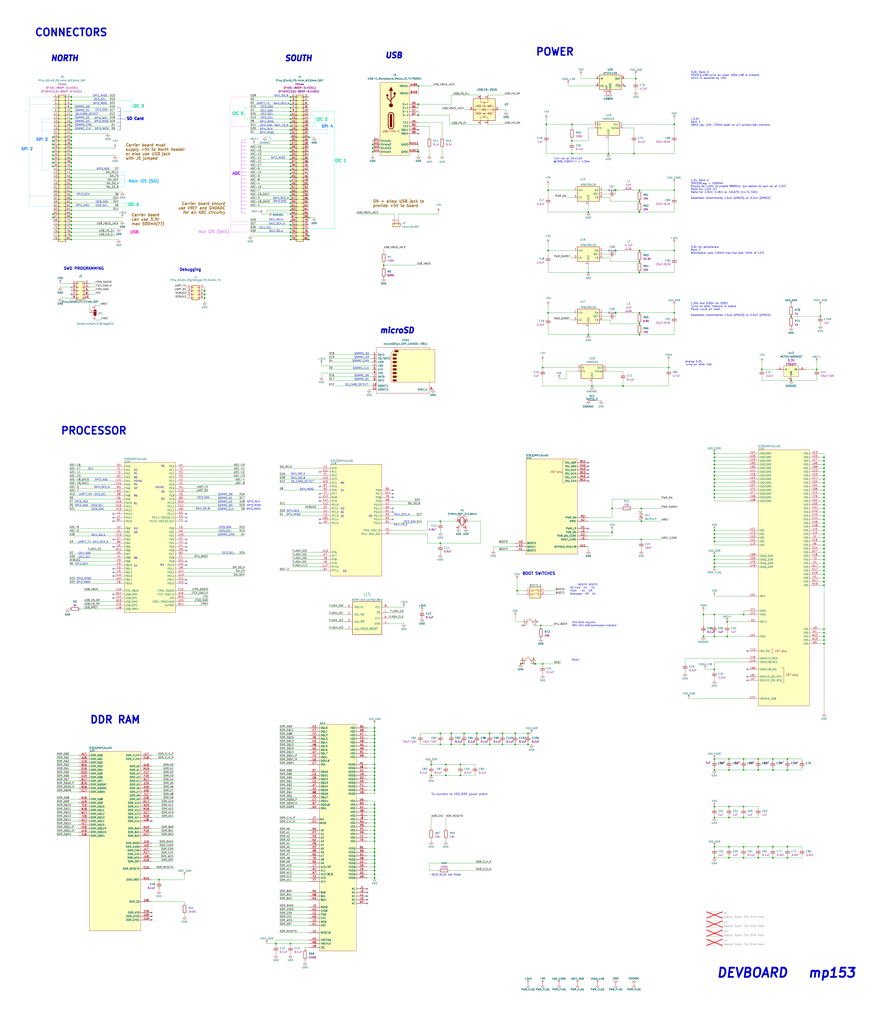
<source format=kicad_sch>
(kicad_sch (version 20250114) (generator "eeschema") (generator_version "9.0")
  (paper "User" 609.6 711.2)
  (lib_symbols
    (symbol "4ms_Capacitor:100nF_0402_16V" (pin_numbers (hide yes)) (pin_names (offset 0.254) (hide yes))
      (property "Reference" "C" (at 1.905 1.27 0))
      (property "Display" "0.1uF" (at 1.905 -1.27 0))
      (symbol "100nF_0402_16V_1_1"
        (pin passive line (at 0 2.54 270) (length 2.032) (name "~") (number "1"))
        (pin passive line (at 0 -2.54 90) (length 2.032) (name "~") (number "2"))
      )
    )
    (symbol "4ms_Capacitor:100nF_0402_50V" (pin_numbers (hide yes)) (pin_names (offset 0.254) (hide yes))
      (property "Reference" "C" (at 1.905 1.27 0))
      (property "Display" "0.1uF" (at 1.905 -1.27 0))
      (symbol "100nF_0402_50V_1_1"
        (pin passive line (at 0 2.54 270) (length 2.032) (name "~") (number "1"))
        (pin passive line (at 0 -2.54 90) (length 2.032) (name "~") (number "2"))
      )
    )
    (symbol "4ms_Capacitor:10nF_0402_16V" (pin_numbers (hide yes)) (pin_names (offset 0.254) (hide yes))
      (property "Reference" "C" (at 1.905 1.27 0))
      (property "Display" "10nF" (at 1.905 -1.27 0))
      (symbol "10nF_0402_16V_1_1"
        (pin passive line (at 0 2.54 270) (length 2.032) (name "~") (number "1"))
        (pin passive line (at 0 -2.54 90) (length 2.032) (name "~") (number "2"))
      )
    )
    (symbol "4ms_Capacitor:10uF_0603_10V" (pin_numbers (hide yes)) (pin_names (offset 0.254) (hide yes))
      (property "Reference" "C" (at 1.905 1.27 0))
      (property "Display" "10uF/10V" (at 1.905 -1.27 0))
      (symbol "10uF_0603_10V_1_1"
        (pin passive line (at 0 2.54 270) (length 2.032) (name "~") (number "1"))
        (pin passive line (at 0 -2.54 90) (length 2.032) (name "~") (number "2"))
      )
    )
    (symbol "4ms_Capacitor:1uF_0402_25V" (pin_numbers (hide yes)) (pin_names (offset 0.254) (hide yes))
      (property "Reference" "C24" (at 4.826 0.254 0))
      (property "Display" "1uF" (at 2.54 -1.27 0))
      (symbol "1uF_0402_25V_1_1"
        (pin passive line (at 0 2.54 270) (length 2.032) (name "~") (number "1"))
        (pin passive line (at 0 -2.54 90) (length 2.032) (name "~") (number "2"))
      )
    )
    (symbol "4ms_Capacitor:2.2uF_0402_6.3V" (pin_numbers (hide yes)) (pin_names (offset 0.254) (hide yes))
      (property "Reference" "C" (at 1.905 1.27 0))
      (property "Display" "2.2uF" (at 1.905 -1.27 0))
      (symbol "2.2uF_0402_6.3V_1_1"
        (pin passive line (at 0 2.54 270) (length 2.032) (name "~") (number "1"))
        (pin passive line (at 0 -2.54 90) (length 2.032) (name "~") (number "2"))
      )
    )
    (symbol "4ms_Capacitor:2.2uF_0603_25V" (pin_numbers (hide yes)) (pin_names (offset 0.254) (hide yes))
      (property "Reference" "C" (at 1.905 1.27 0))
      (property "Display" "2.2uF" (at 1.905 -1.27 0))
      (symbol "2.2uF_0603_25V_1_1"
        (pin passive line (at 0 2.54 270) (length 2.032) (name "~") (number "1"))
        (pin passive line (at 0 -2.54 90) (length 2.032) (name "~") (number "2"))
      )
    )
    (symbol "4ms_Capacitor:22uF_0603_6.3V" (pin_numbers (hide yes)) (pin_names (offset 0.254) (hide yes))
      (property "Reference" "C" (at 1.905 1.27 0))
      (property "Display" "22uF/6.3V" (at 1.905 -1.27 0))
      (symbol "22uF_0603_6.3V_1_1"
        (pin passive line (at 0 2.54 270) (length 2.032) (name "~") (number "1"))
        (pin passive line (at 0 -2.54 90) (length 2.032) (name "~") (number "2"))
      )
    )
    (symbol "4ms_Capacitor:3.3nF_0402_16V" (pin_numbers (hide yes)) (pin_names (offset 0.254) (hide yes))
      (property "Reference" "C" (at 1.905 1.27 0))
      (property "Display" "3.3nF" (at 1.905 -1.27 0))
      (symbol "3.3nF_0402_16V_1_1"
        (pin passive line (at 0 2.54 270) (length 2.032) (name "~") (number "1"))
        (pin passive line (at 0 -2.54 90) (length 2.032) (name "~") (number "2"))
      )
    )
    (symbol "4ms_Capacitor:4.7uF_0402_6.3V" (pin_numbers (hide yes)) (pin_names (offset 0.254) (hide yes))
      (property "Reference" "C" (at 1.905 1.27 0))
      (property "Display" "4.7uF" (at 1.905 -1.27 0))
      (symbol "4.7uF_0402_6.3V_1_1"
        (pin passive line (at 0 2.54 270) (length 2.032) (name "~") (number "1"))
        (pin passive line (at 0 -2.54 90) (length 2.032) (name "~") (number "2"))
      )
    )
    (symbol "4ms_Capacitor:6.8pF_0402_25V" (pin_numbers (hide yes)) (pin_names (offset 0.254) (hide yes))
      (property "Reference" "C" (at 1.905 1.27 0))
      (property "Display" "6.8pF" (at 1.905 -1.27 0))
      (symbol "6.8pF_0402_25V_1_1"
        (pin passive line (at 0 2.54 270) (length 2.032) (name "~") (number "1"))
        (pin passive line (at 0 -2.54 90) (length 2.032) (name "~") (number "2"))
      )
    )
    (symbol "4ms_Connector:Conn_01x02" (pin_names (offset 1.016) (hide yes))
      (property "Reference" "J" (at 0 2.54 0))
      (property "Value" "Conn_01x02" (at 0 -5.08 0))
      (symbol "Conn_01x02_1_1"
        (pin passive line (at -5.08 0 0) (length 3.81) (name "Pin_1") (number "1"))
        (pin passive line (at -5.08 -2.54 0) (length 3.81) (name "Pin_2") (number "2"))
      )
    )
    (symbol "4ms_Connector:Pins_02x04_RightAngle_P2.54mm_TH" (pin_names (offset 1.016) (hide yes))
      (property "Reference" "J" (at 0 6.35 0))
      (property "Value" "Pins_02x04_RightAngle_P2.54mm_TH" (at 1.27 -7.62 0))
      (symbol "Pins_02x04_RightAngle_P2.54mm_TH_1_1"
        (pin passive line (at -6.35 3.81 0) (length 3.81) (name "Pin_1") (number "1"))
        (pin passive line (at -6.35 1.27 0) (length 3.81) (name "Pin_3") (number "3"))
        (pin passive line (at -6.35 -1.27 0) (length 3.81) (name "Pin_5") (number "5"))
        (pin passive line (at -6.35 -3.81 0) (length 3.81) (name "Pin_7") (number "7"))
        (pin passive line (at 6.35 3.81 180) (length 3.81) (name "Pin_2") (number "2"))
        (pin passive line (at 6.35 1.27 180) (length 3.81) (name "Pin_4") (number "4"))
        (pin passive line (at 6.35 -1.27 180) (length 3.81) (name "Pin_6") (number "6"))
        (pin passive line (at 6.35 -3.81 180) (length 3.81) (name "Pin_8") (number "8"))
      )
    )
    (symbol "4ms_Connector:Pins_02x05_P1.27mm_SMT" (pin_names (offset 1.016) (hide yes))
      (property "Reference" "J" (at 0 7.62 0))
      (property "Value" "Pins_02x05_P1.27mm_SMT" (at 0 -7.62 0))
      (symbol "Pins_02x05_P1.27mm_SMT_1_1"
        (pin passive line (at -6.35 5.08 0) (length 3.81) (name "Pin_1") (number "1"))
        (pin passive line (at -6.35 2.54 0) (length 3.81) (name "Pin_3") (number "3"))
        (pin passive line (at -6.35 0 0) (length 3.81) (name "Pin_5") (number "5"))
        (pin passive line (at -6.35 -2.54 0) (length 3.81) (name "Pin_7") (number "7"))
        (pin passive line (at -6.35 -5.08 0) (length 3.81) (name "Pin_9") (number "9"))
        (pin passive line (at 6.35 5.08 180) (length 3.81) (name "Pin_2") (number "2"))
        (pin passive line (at 6.35 2.54 180) (length 3.81) (name "Pin_4") (number "4"))
        (pin passive line (at 6.35 0 180) (length 3.81) (name "Pin_6") (number "6"))
        (pin passive line (at 6.35 -2.54 180) (length 3.81) (name "Pin_8") (number "8"))
        (pin passive line (at 6.35 -5.08 180) (length 3.81) (name "Pin_10") (number "10"))
      )
    )
    (symbol "4ms_Connector:Pins_02x40_P0.4mm_W3.0mm_SMT" (pin_names (offset 1.016) (hide yes))
      (property "Reference" "J" (at 0 50.8 0))
      (property "Value" "Pins_02x40_P0.4mm_W3.0mm_SMT" (at 0 -53.34 0))
      (symbol "Pins_02x40_P0.4mm_W3.0mm_SMT_1_1"
        (pin passive line (at -6.35 48.26 0) (length 3.81) (name "Pin_1") (number "1"))
        (pin passive line (at -6.35 45.72 0) (length 3.81) (name "Pin_3") (number "3"))
        (pin passive line (at -6.35 43.18 0) (length 3.81) (name "Pin_5") (number "5"))
        (pin passive line (at -6.35 40.64 0) (length 3.81) (name "Pin_7") (number "7"))
        (pin passive line (at -6.35 38.1 0) (length 3.81) (name "Pin_9") (number "9"))
        (pin passive line (at -6.35 35.56 0) (length 3.81) (name "Pin_11") (number "11"))
        (pin passive line (at -6.35 33.02 0) (length 3.81) (name "Pin_13") (number "13"))
        (pin passive line (at -6.35 30.48 0) (length 3.81) (name "Pin_15") (number "15"))
        (pin passive line (at -6.35 27.94 0) (length 3.81) (name "Pin_17") (number "17"))
        (pin passive line (at -6.35 25.4 0) (length 3.81) (name "Pin_19") (number "19"))
        (pin passive line (at -6.35 22.86 0) (length 3.81) (name "Pin_21") (number "21"))
        (pin passive line (at -6.35 20.32 0) (length 3.81) (name "Pin_23") (number "23"))
        (pin passive line (at -6.35 17.78 0) (length 3.81) (name "Pin_25") (number "25"))
        (pin passive line (at -6.35 15.24 0) (length 3.81) (name "Pin_27") (number "27"))
        (pin passive line (at -6.35 12.7 0) (length 3.81) (name "Pin_29") (number "29"))
        (pin passive line (at -6.35 10.16 0) (length 3.81) (name "Pin_31") (number "31"))
        (pin passive line (at -6.35 7.62 0) (length 3.81) (name "Pin_33") (number "33"))
        (pin passive line (at -6.35 5.08 0) (length 3.81) (name "Pin_35") (number "35"))
        (pin passive line (at -6.35 2.54 0) (length 3.81) (name "Pin_37") (number "37"))
        (pin passive line (at -6.35 0 0) (length 3.81) (name "Pin_39") (number "39"))
        (pin passive line (at -6.35 -2.54 0) (length 3.81) (name "Pin_41") (number "41"))
        (pin passive line (at -6.35 -5.08 0) (length 3.81) (name "Pin_43") (number "43"))
        (pin passive line (at -6.35 -7.62 0) (length 3.81) (name "Pin_45") (number "45"))
        (pin passive line (at -6.35 -10.16 0) (length 3.81) (name "Pin_47") (number "47"))
        (pin passive line (at -6.35 -12.7 0) (length 3.81) (name "Pin_49") (number "49"))
        (pin passive line (at -6.35 -15.24 0) (length 3.81) (name "Pin_51") (number "51"))
        (pin passive line (at -6.35 -17.78 0) (length 3.81) (name "Pin_53") (number "53"))
        (pin passive line (at -6.35 -20.32 0) (length 3.81) (name "Pin_55") (number "55"))
        (pin passive line (at -6.35 -22.86 0) (length 3.81) (name "Pin_57") (number "57"))
        (pin passive line (at -6.35 -25.4 0) (length 3.81) (name "Pin_59") (number "59"))
        (pin passive line (at -6.35 -27.94 0) (length 3.81) (name "Pin_61") (number "61"))
        (pin passive line (at -6.35 -30.48 0) (length 3.81) (name "Pin_63") (number "63"))
        (pin passive line (at -6.35 -33.02 0) (length 3.81) (name "Pin_65") (number "65"))
        (pin passive line (at -6.35 -35.56 0) (length 3.81) (name "Pin_67") (number "67"))
        (pin passive line (at -6.35 -38.1 0) (length 3.81) (name "Pin_69") (number "69"))
        (pin passive line (at -6.35 -40.64 0) (length 3.81) (name "Pin_71") (number "71"))
        (pin passive line (at -6.35 -43.18 0) (length 3.81) (name "Pin_73") (number "73"))
        (pin passive line (at -6.35 -45.72 0) (length 3.81) (name "Pin_75") (number "75"))
        (pin passive line (at -6.35 -48.26 0) (length 3.81) (name "Pin_77") (number "77"))
        (pin passive line (at -6.35 -50.8 0) (length 3.81) (name "Pin_79") (number "79"))
        (pin passive line (at 6.35 48.26 180) (length 3.81) (name "Pin_2") (number "2"))
        (pin passive line (at 6.35 45.72 180) (length 3.81) (name "Pin_4") (number "4"))
        (pin passive line (at 6.35 43.18 180) (length 3.81) (name "Pin_6") (number "6"))
        (pin passive line (at 6.35 40.64 180) (length 3.81) (name "Pin_8") (number "8"))
        (pin passive line (at 6.35 38.1 180) (length 3.81) (name "Pin_10") (number "10"))
        (pin passive line (at 6.35 35.56 180) (length 3.81) (name "Pin_12") (number "12"))
        (pin passive line (at 6.35 33.02 180) (length 3.81) (name "Pin_14") (number "14"))
        (pin passive line (at 6.35 30.48 180) (length 3.81) (name "Pin_16") (number "16"))
        (pin passive line (at 6.35 27.94 180) (length 3.81) (name "Pin_18") (number "18"))
        (pin passive line (at 6.35 25.4 180) (length 3.81) (name "Pin_20") (number "20"))
        (pin passive line (at 6.35 22.86 180) (length 3.81) (name "Pin_22") (number "22"))
        (pin passive line (at 6.35 20.32 180) (length 3.81) (name "Pin_24") (number "24"))
        (pin passive line (at 6.35 17.78 180) (length 3.81) (name "Pin_26") (number "26"))
        (pin passive line (at 6.35 15.24 180) (length 3.81) (name "Pin_28") (number "28"))
        (pin passive line (at 6.35 12.7 180) (length 3.81) (name "Pin_30") (number "30"))
        (pin passive line (at 6.35 10.16 180) (length 3.81) (name "Pin_32") (number "32"))
        (pin passive line (at 6.35 7.62 180) (length 3.81) (name "Pin_34") (number "34"))
        (pin passive line (at 6.35 5.08 180) (length 3.81) (name "Pin_36") (number "36"))
        (pin passive line (at 6.35 2.54 180) (length 3.81) (name "Pin_38") (number "38"))
        (pin passive line (at 6.35 0 180) (length 3.81) (name "Pin_40") (number "40"))
        (pin passive line (at 6.35 -2.54 180) (length 3.81) (name "Pin_42") (number "42"))
        (pin passive line (at 6.35 -5.08 180) (length 3.81) (name "Pin_44") (number "44"))
        (pin passive line (at 6.35 -7.62 180) (length 3.81) (name "Pin_46") (number "46"))
        (pin passive line (at 6.35 -10.16 180) (length 3.81) (name "Pin_48") (number "48"))
        (pin passive line (at 6.35 -12.7 180) (length 3.81) (name "Pin_50") (number "50"))
        (pin passive line (at 6.35 -15.24 180) (length 3.81) (name "Pin_52") (number "52"))
        (pin passive line (at 6.35 -17.78 180) (length 3.81) (name "Pin_54") (number "54"))
        (pin passive line (at 6.35 -20.32 180) (length 3.81) (name "Pin_56") (number "56"))
        (pin passive line (at 6.35 -22.86 180) (length 3.81) (name "Pin_58") (number "58"))
        (pin passive line (at 6.35 -25.4 180) (length 3.81) (name "Pin_60") (number "60"))
        (pin passive line (at 6.35 -27.94 180) (length 3.81) (name "Pin_62") (number "62"))
        (pin passive line (at 6.35 -30.48 180) (length 3.81) (name "Pin_64") (number "64"))
        (pin passive line (at 6.35 -33.02 180) (length 3.81) (name "Pin_66") (number "66"))
        (pin passive line (at 6.35 -35.56 180) (length 3.81) (name "Pin_68") (number "68"))
        (pin passive line (at 6.35 -38.1 180) (length 3.81) (name "Pin_70") (number "70"))
        (pin passive line (at 6.35 -40.64 180) (length 3.81) (name "Pin_72") (number "72"))
        (pin passive line (at 6.35 -43.18 180) (length 3.81) (name "Pin_74") (number "74"))
        (pin passive line (at 6.35 -45.72 180) (length 3.81) (name "Pin_76") (number "76"))
        (pin passive line (at 6.35 -48.26 180) (length 3.81) (name "Pin_78") (number "78"))
        (pin passive line (at 6.35 -50.8 180) (length 3.81) (name "Pin_80") (number "80"))
      )
    )
    (symbol "4ms_Connector:USB-C_Receptacle_Molex_2171790001"
      (property "Reference" "J" (at -3.175 -2.54 0))
      (property "Value" "USB-C_Receptacle_Molex_2171790001" (at 0 31.75 0))
      (symbol "USB-C_Receptacle_Molex_2171790001_1_0"
        (text "USB TYPE-C" (at -2.4421 -4.1676 0) (effects (font (size 1.27 1.27)) (justify top)))
        (pin passive line (at -15.24 -11.43 0) (length 5.08) (name "Shield1") (number "SH1"))
        (pin passive line (at -15.24 -13.97 0) (length 5.08) (name "Shield2") (number "SH2"))
        (pin passive line (at -15.24 -16.51 0) (length 5.08) (name "Shield3") (number "SH3"))
        (pin passive line (at -15.24 -19.05 0) (length 5.08) (name "Shield4") (number "SH4"))
        (pin passive line (at 16.51 26.67 180) (length 6.35) (name "VBUS1") (number "A4B9"))
        (pin passive line (at 16.51 21.59 180) (length 6.35) (name "VBUS3") (number "B4A9"))
        (pin passive line (at 16.51 13.97 180) (length 6.35) (name "D+1") (number "A6"))
        (pin passive line (at 16.51 11.43 180) (length 6.35) (name "D+2") (number "B6"))
        (pin passive line (at 16.51 8.89 180) (length 6.35) (name "D-1") (number "A7"))
        (pin passive line (at 16.51 6.35 180) (length 6.35) (name "D-2") (number "B7"))
        (pin passive line (at 16.51 1.27 180) (length 6.35) (name "CC1") (number "A5"))
        (pin passive line (at 16.51 -1.27 180) (length 6.35) (name "CC2") (number "B5"))
        (pin passive line (at 16.51 -3.81 180) (length 6.35) (name "SBU1") (number "A8"))
        (pin passive line (at 16.51 -6.35 180) (length 6.35) (name "SBU2") (number "B8"))
        (pin passive line (at 16.51 -13.97 180) (length 6.35) (name "GND3") (number "B1A12"))
        (pin passive line (at 16.51 -19.05 180) (length 6.35) (name "GND1") (number "A1B12"))
      )
    )
    (symbol "4ms_Connector:microSDCon_SMT_104031-0811" (pin_names (offset 1.016))
      (property "Reference" "CON" (at -16.51 13.97 0))
      (property "Value" "microSDCon_SMT_104031-0811" (at 17.78 15.24 0))
      (symbol "microSDCon_SMT_104031-0811_1_1"
        (pin input line (at -22.86 7.62 0) (length 2.54) (name "DAT2") (number "1"))
        (pin input line (at -22.86 5.08 0) (length 2.54) (name "CD/DAT3") (number "2"))
        (pin input line (at -22.86 2.54 0) (length 2.54) (name "CMD") (number "3"))
        (pin input line (at -22.86 0 0) (length 2.54) (name "VDD") (number "4"))
        (pin input line (at -22.86 -2.54 0) (length 2.54) (name "CLK") (number "5"))
        (pin input line (at -22.86 -5.08 0) (length 2.54) (name "VSS") (number "6"))
        (pin input line (at -22.86 -7.62 0) (length 2.54) (name "DAT0") (number "7"))
        (pin input line (at -22.86 -10.16 0) (length 2.54) (name "DAT1") (number "8"))
        (pin input line (at -22.86 -13.97 0) (length 2.54) (name "SDDET1") (number "10"))
        (pin input line (at -22.86 -16.51 0) (length 2.54) (name "SDDET2") (number "11"))
        (pin input line (at 19.05 -16.51 180) (length 2.54) (name "SHELL1") (number "9"))
      )
    )
    (symbol "4ms_Crystal:24MHz_8pF_2x1.6mm" (pin_names (offset 1.016) (hide yes))
      (property "Reference" "Y" (at 0 7.62 0))
      (property "Value" "24MHz_8pF_2x1.6mm" (at 0 5.08 0))
      (symbol "24MHz_8pF_2x1.6mm_1_1"
        (pin passive line (at -3.81 0 0) (length 1.27) (name "1") (number "1"))
        (pin passive line (at -2.54 -5.08 90) (length 1.27) (name "2") (number "2"))
        (pin passive line (at 2.54 -5.08 90) (length 1.27) (name "4") (number "4"))
        (pin passive line (at 3.81 0 180) (length 1.27) (name "3") (number "3"))
      )
    )
    (symbol "4ms_Diode:BAT54LP" (pin_names (offset 1.016) (hide yes))
      (property "Reference" "D" (at 0 2.54 0))
      (property "Value" "BAT54LP" (at 0 -2.54 0))
      (symbol "BAT54LP_1_1"
        (pin passive line (at -3.81 0 0) (length 2.54) (name "K") (number "1"))
        (pin passive line (at 3.81 0 180) (length 2.54) (name "A") (number "2"))
      )
    )
    (symbol "4ms_Hardware:Spacer Nylon, Unthreaded, Height=11mm, ID {gt}= 3mm, OD {lt} 6mm" (pin_names (offset 1.016))
      (property "Reference" "H" (at 0 5.08 0))
      (property "Value" "Spacer Nylon, Unthreaded, Height=11mm, ID >= 3mm, OD < 6mm" (at 0 3.175 0))
    )
    (symbol "4ms_IC:AP2411SN"
      (property "Reference" "U" (at -7.62 -6.35 0))
      (property "Value" "AP2411SN" (at -7.62 6.35 0))
      (symbol "AP2411SN_1_1"
        (pin power_in line (at -10.16 2.54 0) (length 2.54) (name "IN") (number "1"))
        (pin input line (at -10.16 -2.54 0) (length 2.54) (name "EN") (number "3"))
        (pin power_in line (at -2.54 -7.62 90) (length 2.54) (name "EP") (number "7"))
        (pin power_in line (at 0 -7.62 90) (length 2.54) (name "GND") (number "2"))
        (pin power_out line (at 10.16 2.54 180) (length 2.54) (name "OUT") (number "5"))
        (pin no_connect line (at 10.16 0 180) (length 2.54) (hide yes) (name "NC") (number "6"))
        (pin open_collector line (at 10.16 -2.54 180) (length 2.54) (name "~{FLG}") (number "4"))
      )
    )
    (symbol "4ms_IC:AP6230xZ6"
      (property "Reference" "U" (at 0 8.89 0))
      (property "Value" "AP6230xZ6" (at 0 6.35 0))
      (symbol "AP6230xZ6_1_1"
        (pin power_in line (at -10.16 2.54 0) (length 2.54) (name "VIN") (number "1"))
        (pin input line (at -10.16 -2.54 0) (length 2.54) (name "EN") (number "5"))
        (pin power_in line (at 0 -7.62 90) (length 2.54) (name "GND") (number "3"))
        (pin output line (at 10.16 2.54 180) (length 2.54) (name "SW") (number "2"))
        (pin passive line (at 10.16 0 180) (length 2.54) (name "BST") (number "4"))
        (pin input line (at 10.16 -2.54 180) (length 2.54) (name "FB") (number "6"))
      )
    )
    (symbol "4ms_IC:DDR3L-RAM-4Gb_MT41K256M16TW"
      (property "Reference" "U7" (at 0 0 0))
      (symbol "DDR3L-RAM-4Gb_MT41K256M16TW_1_0"
        (pin passive line (at -7.62 -2.54 0) (length 7.62) (name "DQL0") (number "E3"))
        (pin passive line (at -7.62 -5.08 0) (length 7.62) (name "DQL1") (number "F7"))
        (pin passive line (at -7.62 -7.62 0) (length 7.62) (name "DQL2") (number "F2"))
        (pin passive line (at -7.62 -10.16 0) (length 7.62) (name "DQL3") (number "F8"))
        (pin passive line (at -7.62 -12.7 0) (length 7.62) (name "DQL4") (number "H3"))
        (pin passive line (at -7.62 -15.24 0) (length 7.62) (name "DQL5") (number "H8"))
        (pin passive line (at -7.62 -17.78 0) (length 7.62) (name "DQL6") (number "G2"))
        (pin passive line (at -7.62 -20.32 0) (length 7.62) (name "DQL7") (number "H7"))
        (pin passive line (at -7.62 -22.86 0) (length 7.62) (name "DQSL") (number "F3"))
        (pin passive line (at -7.62 -25.4 0) (length 7.62) (name "DQSL#") (number "G3"))
        (pin passive line (at -7.62 -27.94 0) (length 7.62) (name "DML") (number "E7"))
        (pin passive line (at -7.62 -33.02 0) (length 7.62) (name "DQU0") (number "D7"))
        (pin passive line (at -7.62 -35.56 0) (length 7.62) (name "DQU1") (number "C3"))
        (pin passive line (at -7.62 -38.1 0) (length 7.62) (name "DQU2") (number "C8"))
        (pin passive line (at -7.62 -40.64 0) (length 7.62) (name "DQU3") (number "C2"))
        (pin passive line (at -7.62 -43.18 0) (length 7.62) (name "DQU4") (number "A7"))
        (pin passive line (at -7.62 -45.72 0) (length 7.62) (name "DQU5") (number "A2"))
        (pin passive line (at -7.62 -48.26 0) (length 7.62) (name "DQU6") (number "B8"))
        (pin passive line (at -7.62 -50.8 0) (length 7.62) (name "DQU7") (number "A3"))
        (pin passive line (at -7.62 -53.34 0) (length 7.62) (name "DQSU") (number "C7"))
        (pin passive line (at -7.62 -55.88 0) (length 7.62) (name "DQSU#") (number "B7"))
        (pin passive line (at -7.62 -58.42 0) (length 7.62) (name "DMU") (number "D3"))
        (pin passive clock (at -7.62 -66.04 0) (length 7.62) (name "CK") (number "J7"))
        (pin passive clock (at -7.62 -68.58 0) (length 7.62) (name "CK#") (number "K7"))
        (pin passive line (at -7.62 -73.66 0) (length 7.62) (name "A0") (number "N3"))
        (pin passive line (at -7.62 -76.2 0) (length 7.62) (name "A1") (number "P7"))
        (pin passive line (at -7.62 -78.74 0) (length 7.62) (name "A2") (number "P3"))
        (pin passive line (at -7.62 -81.28 0) (length 7.62) (name "A3") (number "N2"))
        (pin passive line (at -7.62 -83.82 0) (length 7.62) (name "A4") (number "P8"))
        (pin passive line (at -7.62 -86.36 0) (length 7.62) (name "A5") (number "P2"))
        (pin passive line (at -7.62 -88.9 0) (length 7.62) (name "A6") (number "R8"))
        (pin passive line (at -7.62 -91.44 0) (length 7.62) (name "A7") (number "R2"))
        (pin passive line (at -7.62 -93.98 0) (length 7.62) (name "A8") (number "T8"))
        (pin passive line (at -7.62 -96.52 0) (length 7.62) (name "A9") (number "R3"))
        (pin passive line (at -7.62 -99.06 0) (length 7.62) (name "A10/AP") (number "L7"))
        (pin passive line (at -7.62 -101.6 0) (length 7.62) (name "A11") (number "R7"))
        (pin passive line (at -7.62 -104.14 0) (length 7.62) (name "A12/BC#") (number "N7"))
        (pin passive line (at -7.62 -106.68 0) (length 7.62) (name "A13") (number "T3"))
        (pin passive line (at -7.62 -109.22 0) (length 7.62) (name "A14") (number "T7"))
        (pin passive line (at -7.62 -116.84 0) (length 7.62) (name "BA0") (number "M2"))
        (pin passive line (at -7.62 -119.38 0) (length 7.62) (name "BA1") (number "N8"))
        (pin passive line (at -7.62 -121.92 0) (length 7.62) (name "BA2") (number "M3"))
        (pin passive line (at -7.62 -127 0) (length 7.62) (name "RAS#") (number "J3"))
        (pin passive line (at -7.62 -129.54 0) (length 7.62) (name "CAS#") (number "K3"))
        (pin passive line (at -7.62 -132.08 0) (length 7.62) (name "CS#") (number "L2"))
        (pin passive line (at -7.62 -134.62 0) (length 7.62) (name "CKE") (number "K9"))
        (pin passive line (at -7.62 -137.16 0) (length 7.62) (name "WE#") (number "L3"))
        (pin passive line (at -7.62 -139.7 0) (length 7.62) (name "ODT") (number "K1"))
        (pin passive line (at -7.62 -144.78 0) (length 7.62) (name "RESET#") (number "T2"))
        (pin passive line (at -7.62 -149.86 0) (length 7.62) (name "VREFDQ") (number "H1"))
        (pin passive line (at -7.62 -152.4 0) (length 7.62) (name "VREFCA") (number "M8"))
        (pin passive line (at -7.62 -154.94 0) (length 7.62) (name "ZQ") (number "L8"))
        (pin passive line (at 33.02 -2.54 180) (length 7.62) (name "VDD") (number "B2"))
        (pin passive line (at 33.02 -5.08 180) (length 7.62) (name "VDD") (number "D9"))
        (pin passive line (at 33.02 -7.62 180) (length 7.62) (name "VDD") (number "G7"))
        (pin passive line (at 33.02 -10.16 180) (length 7.62) (name "VDD") (number "K2"))
        (pin passive line (at 33.02 -12.7 180) (length 7.62) (name "VDD") (number "K8"))
        (pin passive line (at 33.02 -15.24 180) (length 7.62) (name "VDD") (number "N1"))
        (pin passive line (at 33.02 -17.78 180) (length 7.62) (name "VDD") (number "N9"))
        (pin passive line (at 33.02 -20.32 180) (length 7.62) (name "VDD") (number "R1"))
        (pin passive line (at 33.02 -22.86 180) (length 7.62) (name "VDD") (number "R9"))
        (pin passive line (at 33.02 -27.94 180) (length 7.62) (name "VDDQ") (number "A1"))
        (pin passive line (at 33.02 -30.48 180) (length 7.62) (name "VDDQ") (number "A8"))
        (pin passive line (at 33.02 -33.02 180) (length 7.62) (name "VDDQ") (number "C1"))
        (pin passive line (at 33.02 -35.56 180) (length 7.62) (name "VDDQ") (number "C9"))
        (pin passive line (at 33.02 -38.1 180) (length 7.62) (name "VDDQ") (number "D2"))
        (pin passive line (at 33.02 -40.64 180) (length 7.62) (name "VDDQ") (number "E9"))
        (pin passive line (at 33.02 -43.18 180) (length 7.62) (name "VDDQ") (number "F1"))
        (pin passive line (at 33.02 -45.72 180) (length 7.62) (name "VDDQ") (number "H2"))
        (pin passive line (at 33.02 -48.26 180) (length 7.62) (name "VDDQ") (number "H9"))
        (pin passive line (at 33.02 -53.34 180) (length 7.62) (name "VSS") (number "A9"))
        (pin passive line (at 33.02 -55.88 180) (length 7.62) (name "VSS") (number "B3"))
        (pin passive line (at 33.02 -58.42 180) (length 7.62) (name "VSS") (number "E1"))
        (pin passive line (at 33.02 -60.96 180) (length 7.62) (name "VSS") (number "G8"))
        (pin passive line (at 33.02 -63.5 180) (length 7.62) (name "VSS") (number "J2"))
        (pin passive line (at 33.02 -66.04 180) (length 7.62) (name "VSS") (number "J8"))
        (pin passive line (at 33.02 -68.58 180) (length 7.62) (name "VSS") (number "M1"))
        (pin passive line (at 33.02 -71.12 180) (length 7.62) (name "VSS") (number "M9"))
        (pin passive line (at 33.02 -73.66 180) (length 7.62) (name "VSS") (number "P1"))
        (pin passive line (at 33.02 -76.2 180) (length 7.62) (name "VSS") (number "P9"))
        (pin passive line (at 33.02 -78.74 180) (length 7.62) (name "VSS") (number "T1"))
        (pin passive line (at 33.02 -81.28 180) (length 7.62) (name "VSS") (number "T9"))
        (pin passive line (at 33.02 -86.36 180) (length 7.62) (name "VSSQ") (number "B1"))
        (pin passive line (at 33.02 -88.9 180) (length 7.62) (name "VSSQ") (number "B9"))
        (pin passive line (at 33.02 -91.44 180) (length 7.62) (name "VSSQ") (number "D1"))
        (pin passive line (at 33.02 -93.98 180) (length 7.62) (name "VSSQ") (number "D8"))
        (pin passive line (at 33.02 -96.52 180) (length 7.62) (name "VSSQ") (number "E2"))
        (pin passive line (at 33.02 -99.06 180) (length 7.62) (name "VSSQ") (number "E8"))
        (pin passive line (at 33.02 -101.6 180) (length 7.62) (name "VSSQ") (number "F9"))
        (pin passive line (at 33.02 -104.14 180) (length 7.62) (name "VSSQ") (number "G1"))
        (pin passive line (at 33.02 -106.68 180) (length 7.62) (name "VSSQ") (number "G9"))
        (pin passive line (at 33.02 -114.3 180) (length 7.62) (name "NC") (number "J1"))
        (pin passive line (at 33.02 -116.84 180) (length 7.62) (name "NC") (number "J9"))
        (pin passive line (at 33.02 -119.38 180) (length 7.62) (name "NC") (number "L1"))
        (pin passive line (at 33.02 -121.92 180) (length 7.62) (name "NC") (number "L9"))
        (pin passive line (at 33.02 -124.46 180) (length 7.62) (name "NC") (number "M7"))
      )
    )
    (symbol "4ms_IC:NORFLASH_W25Q128JV" (pin_names (offset 1.016))
      (property "Reference" "U?" (at 0 13.97 0))
      (property "Value" "NORFLASH_W25Q128JV" (at 0 -13.97 0))
      (symbol "NORFLASH_W25Q128JV_1_1"
        (pin bidirectional line (at -15.24 7.62 0) (length 5.08) (name "IO0/SI") (number "5"))
        (pin bidirectional line (at -15.24 2.54 0) (length 5.08) (name "IO1/SO") (number "2"))
        (pin bidirectional line (at -15.24 -2.54 0) (length 5.08) (name "IO2/~{WP}") (number "3"))
        (pin bidirectional line (at -15.24 -7.62 0) (length 5.08) (name "IO3/~{HOLD}/~{RESET}") (number "7"))
        (pin power_in line (at 15.24 7.62 180) (length 5.08) (name "VCC") (number "8"))
        (pin bidirectional line (at 15.24 3.81 180) (length 5.08) (name "~{CS}") (number "1"))
        (pin bidirectional line (at 15.24 0 180) (length 5.08) (name "CLK") (number "6"))
        (pin power_in line (at 15.24 -3.81 180) (length 5.08) (name "GND") (number "4"))
      )
    )
    (symbol "4ms_IC:STM32MP15xxAD"
      (property "Reference" "U?" (at 1.27 5.08 0))
      (property "Value" "STM32MP15xxAD" (at 7.62 2.54 0))
      (symbol "STM32MP15xxAD_1_0"
        (pin passive line (at -7.62 -2.54 0) (length 7.62) (name "PA0") (number "N3"))
        (pin passive line (at -7.62 -5.08 0) (length 7.62) (name "PA1") (number "T1"))
        (pin passive line (at -7.62 -7.62 0) (length 7.62) (name "PA2") (number "T3"))
        (pin passive line (at -7.62 -10.16 0) (length 7.62) (name "PA3") (number "N2"))
        (pin passive line (at -7.62 -12.7 0) (length 7.62) (name "PA4") (number "1J1"))
        (pin passive line (at -7.62 -15.24 0) (length 7.62) (name "PA5") (number "1H1"))
        (pin passive line (at -7.62 -17.78 0) (length 7.62) (name "PA6") (number "W3"))
        (pin passive line (at -7.62 -20.32 0) (length 7.62) (name "PA7") (number "W2"))
        (pin passive line (at -7.62 -22.86 0) (length 7.62) (name "PA8") (number "B8"))
        (pin passive line (at -7.62 -25.4 0) (length 7.62) (name "PA9") (number "C6"))
        (pin passive line (at -7.62 -27.94 0) (length 7.62) (name "PA10") (number "U16"))
        (pin passive line (at -7.62 -30.48 0) (length 7.62) (name "PA11") (number "U15"))
        (pin passive line (at -7.62 -33.02 0) (length 7.62) (name "PA12") (number "V15"))
        (pin passive line (at -7.62 -35.56 0) (length 7.62) (name "PA13") (number "L2"))
        (pin passive line (at -7.62 -38.1 0) (length 7.62) (name "PA14") (number "L1"))
        (pin passive line (at -7.62 -40.64 0) (length 7.62) (name "PA15") (number "B4"))
        (pin passive line (at -7.62 -45.72 0) (length 7.62) (name "PB0") (number "U2"))
        (pin passive line (at -7.62 -48.26 0) (length 7.62) (name "PB1") (number "U1"))
        (pin passive line (at -7.62 -50.8 0) (length 7.62) (name "PB2") (number "V13"))
        (pin passive line (at -7.62 -53.34 0) (length 7.62) (name "PB3") (number "C7"))
        (pin passive line (at -7.62 -55.88 0) (length 7.62) (name "PB4") (number "B6"))
        (pin passive line (at -7.62 -58.42 0) (length 7.62) (name "PB5") (number "V5"))
        (pin passive line (at -7.62 -60.96 0) (length 7.62) (name "PB6") (number "W11"))
        (pin passive line (at -7.62 -63.5 0) (length 7.62) (name "PB7") (number "A3"))
        (pin passive line (at -7.62 -66.04 0) (length 7.62) (name "PB8") (number "V4"))
        (pin passive line (at -7.62 -68.58 0) (length 7.62) (name "PB9") (number "C9"))
        (pin passive line (at -7.62 -71.12 0) (length 7.62) (name "PB10") (number "U5"))
        (pin passive line (at -7.62 -73.66 0) (length 7.62) (name "PB11") (number "U3"))
        (pin passive line (at -7.62 -76.2 0) (length 7.62) (name "PB12") (number "V3"))
        (pin passive line (at -7.62 -78.74 0) (length 7.62) (name "PB13") (number "1J2"))
        (pin passive line (at -7.62 -81.28 0) (length 7.62) (name "PB14") (number "1A4"))
        (pin passive line (at -7.62 -83.82 0) (length 7.62) (name "PB15") (number "C8"))
        (pin passive line (at -7.62 -88.9 0) (length 7.62) (name "OTG_VBUS") (number "V16"))
        (pin passive line (at -7.62 -91.44 0) (length 7.62) (name "USB_DM1") (number "W14"))
        (pin passive line (at -7.62 -93.98 0) (length 7.62) (name "USB_DP1") (number "V14"))
        (pin passive line (at -7.62 -96.52 0) (length 7.62) (name "USB_DM2") (number "W10"))
        (pin passive line (at -7.62 -99.06 0) (length 7.62) (name "USB_DP2") (number "V10"))
        (pin passive line (at -7.62 -101.6 0) (length 7.62) (name "USB_RREF") (number "1J8"))
        (pin passive line (at 43.18 -2.54 180) (length 7.62) (name "PC0") (number "U4"))
        (pin passive line (at 43.18 -5.08 180) (length 7.62) (name "PC1") (number "T2"))
        (pin passive line (at 43.18 -7.62 180) (length 7.62) (name "PC2") (number "P2"))
        (pin passive line (at 43.18 -10.16 180) (length 7.62) (name "PC3") (number "P3"))
        (pin passive line (at 43.18 -12.7 180) (length 7.62) (name "PC4") (number "V2"))
        (pin passive line (at 43.18 -15.24 180) (length 7.62) (name "PC5") (number "V1"))
        (pin passive line (at 43.18 -17.78 180) (length 7.62) (name "PC6") (number "A4"))
        (pin passive line (at 43.18 -20.32 180) (length 7.62) (name "PC7") (number "C10"))
        (pin passive line (at 43.18 -22.86 180) (length 7.62) (name "PC8") (number "A9"))
        (pin passive line (at 43.18 -25.4 180) (length 7.62) (name "PC9") (number "B9"))
        (pin passive line (at 43.18 -27.94 180) (length 7.62) (name "PC10") (number "B10"))
        (pin passive line (at 43.18 -30.48 180) (length 7.62) (name "PC11") (number "C11"))
        (pin passive line (at 43.18 -33.02 180) (length 7.62) (name "PC12") (number "1B4"))
        (pin passive line (at 43.18 -35.56 180) (length 7.62) (name "PC13") (number "G3"))
        (pin passive line (at 43.18 -38.1 180) (length 7.62) (name "PC14-OSC32_IN") (number "G2"))
        (pin passive line (at 43.18 -40.64 180) (length 7.62) (name "PC15-OSC32_OUT") (number "F2"))
        (pin passive line (at 43.18 -45.72 180) (length 7.62) (name "PD0") (number "C5"))
        (pin passive line (at 43.18 -48.26 180) (length 7.62) (name "PD1") (number "A2"))
        (pin passive line (at 43.18 -50.8 180) (length 7.62) (name "PD2") (number "1A5"))
        (pin passive line (at 43.18 -53.34 180) (length 7.62) (name "PD3") (number "A7"))
        (pin passive line (at 43.18 -55.88 180) (length 7.62) (name "PD4") (number "C3"))
        (pin passive line (at 43.18 -58.42 180) (length 7.62) (name "PD5") (number "C4"))
        (pin passive line (at 43.18 -60.96 180) (length 7.62) (name "PD6") (number "1B1"))
        (pin passive line (at 43.18 -63.5 180) (length 7.62) (name "PD7") (number "B3"))
        (pin passive line (at 43.18 -66.04 180) (length 7.62) (name "PD8") (number "E1"))
        (pin passive line (at 43.18 -68.58 180) (length 7.62) (name "PD9") (number "1C1"))
        (pin passive line (at 43.18 -71.12 180) (length 7.62) (name "PD10") (number "1A2"))
        (pin passive line (at 43.18 -73.66 180) (length 7.62) (name "PD11") (number "U8"))
        (pin passive line (at 43.18 -76.2 180) (length 7.62) (name "PD12") (number "U14"))
        (pin passive line (at 43.18 -78.74 180) (length 7.62) (name "PD13") (number "U13"))
        (pin passive line (at 43.18 -81.28 180) (length 7.62) (name "PD14") (number "1E1"))
        (pin passive line (at 43.18 -83.82 180) (length 7.62) (name "PD15") (number "1C2"))
        (pin passive line (at 43.18 -88.9 180) (length 7.62) (name "JTMS-SWDIO") (number "C15"))
        (pin passive line (at 43.18 -91.44 180) (length 7.62) (name "JTCK-SWCLK") (number "A16"))
        (pin passive line (at 43.18 -93.98 180) (length 7.62) (name "JTDI") (number "B15"))
        (pin passive line (at 43.18 -96.52 180) (length 7.62) (name "JTDO-TRACESWO") (number "A15"))
        (pin passive line (at 43.18 -99.06 180) (length 7.62) (name "NJTRST") (number "B14"))
      )
      (symbol "STM32MP15xxAD_2_0"
        (pin passive line (at -7.62 -2.54 0) (length 7.62) (name "PE0") (number "C2"))
        (pin passive line (at -7.62 -5.08 0) (length 7.62) (name "PE1") (number "1A1"))
        (pin passive line (at -7.62 -7.62 0) (length 7.62) (name "PE2") (number "P1"))
        (pin passive line (at -7.62 -10.16 0) (length 7.62) (name "PE3") (number "1A3"))
        (pin passive line (at -7.62 -12.7 0) (length 7.62) (name "PE4") (number "A10"))
        (pin passive line (at -7.62 -15.24 0) (length 7.62) (name "PE5") (number "B7"))
        (pin passive line (at -7.62 -17.78 0) (length 7.62) (name "PE6") (number "B2"))
        (pin passive line (at -7.62 -20.32 0) (length 7.62) (name "PE7") (number "V7"))
        (pin passive line (at -7.62 -22.86 0) (length 7.62) (name "PE8") (number "U12"))
        (pin passive line (at -7.62 -25.4 0) (length 7.62) (name "PE9") (number "1J4"))
        (pin passive line (at -7.62 -27.94 0) (length 7.62) (name "PE10") (number "V12"))
        (pin passive line (at -7.62 -30.48 0) (length 7.62) (name "PE11") (number "D2"))
        (pin passive line (at -7.62 -33.02 0) (length 7.62) (name "PE12") (number "C1"))
        (pin passive line (at -7.62 -35.56 0) (length 7.62) (name "PE13") (number "E3"))
        (pin passive line (at -7.62 -38.1 0) (length 7.62) (name "PE14") (number "1B2"))
        (pin passive line (at -7.62 -40.64 0) (length 7.62) (name "PE15") (number "D3"))
        (pin passive line (at -7.62 -60.96 0) (length 7.62) (name "PF6") (number "U10"))
        (pin passive line (at -7.62 -63.5 0) (length 7.62) (name "PF7") (number "W7"))
        (pin passive line (at -7.62 -66.04 0) (length 7.62) (name "PF8") (number "V8"))
        (pin passive line (at -7.62 -68.58 0) (length 7.62) (name "PF9") (number "V9"))
        (pin passive line (at -7.62 -71.12 0) (length 7.62) (name "PF10") (number "1J7"))
        (pin passive line (at -7.62 -73.66 0) (length 7.62) (name "PF11") (number "W4"))
        (pin passive line (at 43.18 -17.78 180) (length 7.62) (name "PG6") (number "B5"))
        (pin passive line (at 43.18 -20.32 180) (length 7.62) (name "PG7") (number "V11"))
        (pin passive line (at 43.18 -22.86 180) (length 7.62) (name "PG8") (number "V6"))
        (pin passive line (at 43.18 -25.4 180) (length 7.62) (name "PG9") (number "W8"))
        (pin passive line (at 43.18 -27.94 180) (length 7.62) (name "PG10") (number "U7"))
        (pin passive line (at 43.18 -30.48 180) (length 7.62) (name "PG11") (number "U6"))
        (pin passive line (at 43.18 -33.02 180) (length 7.62) (name "PG12") (number "D1"))
        (pin passive line (at 43.18 -35.56 180) (length 7.62) (name "PG13") (number "R3"))
        (pin passive line (at 43.18 -38.1 180) (length 7.62) (name "PG14") (number "R2"))
        (pin passive line (at 43.18 -40.64 180) (length 7.62) (name "PG15") (number "B1"))
        (pin passive line (at 43.18 -45.72 180) (length 7.62) (name "PH0-OSC_IN") (number "H2"))
        (pin passive line (at 43.18 -48.26 180) (length 7.62) (name "PH1-OSC_OUT") (number "J2"))
      )
      (symbol "STM32MP15xxAD_3_0"
        (text "157 only" (at 25.4 -8.89 0) (effects (font (size 1.27 1.27) (italic yes)) (justify right)))
        (pin passive line (at -7.62 -58.42 0) (length 7.62) (name "BOOT0") (number "H3"))
        (pin passive line (at -7.62 -60.96 0) (length 7.62) (name "BOOT1") (number "K3"))
        (pin passive line (at -7.62 -63.5 0) (length 7.62) (name "BOOT2") (number "H1"))
        (pin passive line (at 43.18 -2.54 180) (length 7.62) (name "DSI_D0P") (number "B11"))
        (pin passive line (at 43.18 -5.08 180) (length 7.62) (name "DSI_D0N") (number "C12"))
        (pin passive line (at 43.18 -7.62 180) (length 7.62) (name "DSI_D1P") (number "A13"))
        (pin passive line (at 43.18 -10.16 180) (length 7.62) (name "DSI_D1N") (number "B13"))
        (pin passive line (at 43.18 -12.7 180) (length 7.62) (name "DSI_CKP") (number "A12"))
        (pin passive line (at 43.18 -15.24 180) (length 7.62) (name "DSI_CKN") (number "B12"))
        (pin passive line (at 43.18 -40.64 180) (length 7.62) (name "PWR_ON") (number "M2"))
        (pin passive line (at 43.18 -43.18 180) (length 7.62) (name "NRST") (number "E2"))
        (pin passive line (at 43.18 -48.26 180) (length 7.62) (name "PWR_LP") (number "K1"))
        (pin passive line (at 43.18 -50.8 180) (length 7.62) (name "PDR_ON") (number "L3"))
        (pin passive line (at 43.18 -53.34 180) (length 7.62) (name "PDR_ON_CORE") (number "K2"))
        (pin passive line (at 43.18 -55.88 180) (length 7.62) (name "NRST_CORE") (number "J3"))
        (pin passive line (at 43.18 -60.96 180) (length 7.62) (name "BYPASS_REG1V8") (number "U11"))
      )
      (symbol "STM32MP15xxAD_4_0"
        (text "157 only" (at 11.43 -139.7 0) (effects (font (size 1.27 1.27) (italic yes)) (justify left)))
        (text "157 only" (at 19.05 -156.21 0) (effects (font (size 1.27 1.27) (italic yes)) (justify left)))
        (pin passive line (at -7.62 -2.54 0) (length 7.62) (name "VDDCORE") (number "1E4"))
        (pin passive line (at -7.62 -5.08 0) (length 7.62) (name "VDDCORE") (number "1E6"))
        (pin passive line (at -7.62 -7.62 0) (length 7.62) (name "VDDCORE") (number "1E8"))
        (pin passive line (at -7.62 -10.16 0) (length 7.62) (name "VDDCORE") (number "1B3"))
        (pin passive line (at -7.62 -12.7 0) (length 7.62) (name "VDDCORE") (number "1B5"))
        (pin passive line (at -7.62 -15.24 0) (length 7.62) (name "VDDCORE") (number "1C4"))
        (pin passive line (at -7.62 -17.78 0) (length 7.62) (name "VDDCORE") (number "1C6"))
        (pin passive line (at -7.62 -20.32 0) (length 7.62) (name "VDDCORE") (number "1D3"))
        (pin passive line (at -7.62 -22.86 0) (length 7.62) (name "VDDCORE") (number "1D5"))
        (pin passive line (at -7.62 -25.4 0) (length 7.62) (name "VDDCORE") (number "1D7"))
        (pin passive line (at -7.62 -27.94 0) (length 7.62) (name "VDDCORE") (number "1F5"))
        (pin passive line (at -7.62 -30.48 0) (length 7.62) (name "VDDCORE") (number "1F7"))
        (pin passive line (at -7.62 -33.02 0) (length 7.62) (name "VDDCORE") (number "1G6"))
        (pin passive line (at -7.62 -35.56 0) (length 7.62) (name "VDDCORE") (number "1G8"))
        (pin passive line (at -7.62 -55.88 0) (length 7.62) (name "VDD") (number "1E2"))
        (pin passive line (at -7.62 -58.42 0) (length 7.62) (name "VDD") (number "1F3"))
        (pin passive line (at -7.62 -60.96 0) (length 7.62) (name "VDD") (number "1G3"))
        (pin passive line (at -7.62 -63.5 0) (length 7.62) (name "VDD") (number "1G4"))
        (pin passive line (at -7.62 -66.04 0) (length 7.62) (name "VDD") (number "1J3"))
        (pin passive line (at -7.62 -73.66 0) (length 7.62) (name "VDDQ_DDR") (number "1B9"))
        (pin passive line (at -7.62 -76.2 0) (length 7.62) (name "VDDQ_DDR") (number "1D9"))
        (pin passive line (at -7.62 -78.74 0) (length 7.62) (name "VDDQ_DDR") (number "1F9"))
        (pin passive line (at -7.62 -81.28 0) (length 7.62) (name "VDDQ_DDR") (number "1H9"))
        (pin passive line (at -7.62 -101.6 0) (length 7.62) (name "VBAT") (number "1D1"))
        (pin passive line (at -7.62 -111.76 0) (length 7.62) (name "VDDA") (number "1F1"))
        (pin passive line (at -7.62 -114.3 0) (length 7.62) (name "VDDA") (number "1F2"))
        (pin passive line (at -7.62 -119.38 0) (length 7.62) (name "VREF+") (number "M3"))
        (pin passive line (at -7.62 -129.54 0) (length 7.62) (name "VSSA") (number "1G1"))
        (pin passive line (at -7.62 -139.7 0) (length 7.62) (name "VDD_DSI") (number "C13"))
        (pin passive line (at -7.62 -144.78 0) (length 7.62) (name "VDDA1V1_REG") (number "1J6"))
        (pin passive line (at -7.62 -147.32 0) (length 7.62) (name "VDDA1V8_REG") (number "1H5"))
        (pin passive line (at -7.62 -152.4 0) (length 7.62) (name "VDDA1V8_DSI") (number "1B6"))
        (pin passive line (at -7.62 -157.48 0) (length 7.62) (name "VDD1V2_DSI_PHY") (number "1B7"))
        (pin passive line (at -7.62 -160.02 0) (length 7.62) (name "VDD1V2_DSI_REG") (number "1A7"))
        (pin passive line (at -7.62 -172.72 0) (length 7.62) (name "VDD3V3_USB") (number "1H7"))
        (pin passive line (at 43.18 -2.54 180) (length 7.62) (name "VSS") (number "1E3"))
        (pin passive line (at 43.18 -5.08 180) (length 7.62) (name "VSS") (number "1E5"))
        (pin passive line (at 43.18 -7.62 180) (length 7.62) (name "VSS") (number "1E7"))
        (pin passive line (at 43.18 -10.16 180) (length 7.62) (name "VSS") (number "1A6"))
        (pin passive line (at 43.18 -12.7 180) (length 7.62) (name "VSS") (number "1B8"))
        (pin passive line (at 43.18 -15.24 180) (length 7.62) (name "VSS") (number "1C3"))
        (pin passive line (at 43.18 -17.78 180) (length 7.62) (name "VSS") (number "1C5"))
        (pin passive line (at 43.18 -20.32 180) (length 7.62) (name "VSS") (number "1C7"))
        (pin passive line (at 43.18 -22.86 180) (length 7.62) (name "VSS") (number "1D2"))
        (pin passive line (at 43.18 -25.4 180) (length 7.62) (name "VSS") (number "1D4"))
        (pin passive line (at 43.18 -27.94 180) (length 7.62) (name "VSS") (number "1D6"))
        (pin passive line (at 43.18 -30.48 180) (length 7.62) (name "VSS") (number "1F4"))
        (pin passive line (at 43.18 -33.02 180) (length 7.62) (name "VSS") (number "1F6"))
        (pin passive line (at 43.18 -35.56 180) (length 7.62) (name "VSS") (number "1G2"))
        (pin passive line (at 43.18 -38.1 180) (length 7.62) (name "VSS") (number "1G5"))
        (pin passive line (at 43.18 -40.64 180) (length 7.62) (name "VSS") (number "1G7"))
        (pin passive line (at 43.18 -43.18 180) (length 7.62) (name "VSS") (number "1H2"))
        (pin passive line (at 43.18 -45.72 180) (length 7.62) (name "VSS") (number "1H3"))
        (pin passive line (at 43.18 -48.26 180) (length 7.62) (name "VSS") (number "1H4"))
        (pin passive line (at 43.18 -50.8 180) (length 7.62) (name "VSS") (number "1H6"))
        (pin passive line (at 43.18 -53.34 180) (length 7.62) (name "VSS") (number "1H8"))
        (pin passive line (at 43.18 -55.88 180) (length 7.62) (name "VSS") (number "1J5"))
        (pin passive line (at 43.18 -58.42 180) (length 7.62) (name "VSS") (number "1J9"))
        (pin passive line (at 43.18 -60.96 180) (length 7.62) (name "VSS") (number "A1"))
        (pin passive line (at 43.18 -63.5 180) (length 7.62) (name "VSS") (number "A19"))
        (pin passive line (at 43.18 -66.04 180) (length 7.62) (name "VSS") (number "A6"))
        (pin passive line (at 43.18 -68.58 180) (length 7.62) (name "VSS") (number "C14"))
        (pin passive line (at 43.18 -71.12 180) (length 7.62) (name "VSS") (number "D17"))
        (pin passive line (at 43.18 -73.66 180) (length 7.62) (name "VSS") (number "F18"))
        (pin passive line (at 43.18 -76.2 180) (length 7.62) (name "VSS") (number "F3"))
        (pin passive line (at 43.18 -78.74 180) (length 7.62) (name "VSS") (number "G1"))
        (pin passive line (at 43.18 -81.28 180) (length 7.62) (name "VSS") (number "G17"))
        (pin passive line (at 43.18 -83.82 180) (length 7.62) (name "VSS") (number "K17"))
        (pin passive line (at 43.18 -86.36 180) (length 7.62) (name "VSS") (number "K19"))
        (pin passive line (at 43.18 -88.9 180) (length 7.62) (name "VSS") (number "N1"))
        (pin passive line (at 43.18 -91.44 180) (length 7.62) (name "VSS") (number "N17"))
        (pin passive line (at 43.18 -93.98 180) (length 7.62) (name "VSS") (number "R19"))
        (pin passive line (at 43.18 -124.46 180) (length 7.62) (name "VSS") (number "U9"))
        (pin passive line (at 43.18 -127 180) (length 7.62) (name "VSS") (number "W1"))
        (pin passive line (at 43.18 -129.54 180) (length 7.62) (name "VSS") (number "W13"))
        (pin passive line (at 43.18 -132.08 180) (length 7.62) (name "VSS") (number "W19"))
        (pin passive line (at 43.18 -134.62 180) (length 7.62) (name "VSS") (number "W5"))
      )
      (symbol "STM32MP15xxAD_5_0"
        (pin passive line (at -7.62 -2.54 0) (length 7.62) (name "DDR_DQ0") (number "A17"))
        (pin passive line (at -7.62 -5.08 0) (length 7.62) (name "DDR_DQ1") (number "A18"))
        (pin passive line (at -7.62 -7.62 0) (length 7.62) (name "DDR_DQ2") (number "C18"))
        (pin passive line (at -7.62 -10.16 0) (length 7.62) (name "DDR_DQ3") (number "B16"))
        (pin passive line (at -7.62 -12.7 0) (length 7.62) (name "DDR_DQ4") (number "D18"))
        (pin passive line (at -7.62 -15.24 0) (length 7.62) (name "DDR_DQ5") (number "D19"))
        (pin passive line (at -7.62 -17.78 0) (length 7.62) (name "DDR_DQ6") (number "C19"))
        (pin passive line (at -7.62 -20.32 0) (length 7.62) (name "DDR_DQ7") (number "B17"))
        (pin passive line (at -7.62 -22.86 0) (length 7.62) (name "DDR_DQS0P") (number "B19"))
        (pin passive line (at -7.62 -25.4 0) (length 7.62) (name "DDR_DQS0N") (number "B18"))
        (pin passive line (at -7.62 -27.94 0) (length 7.62) (name "DDR_DQM0") (number "C17"))
        (pin passive line (at -7.62 -33.02 0) (length 7.62) (name "DDR_DQ8") (number "R18"))
        (pin passive line (at -7.62 -35.56 0) (length 7.62) (name "DDR_DQ9") (number "U19"))
        (pin passive line (at -7.62 -38.1 0) (length 7.62) (name "DDR_DQ10") (number "T19"))
        (pin passive line (at -7.62 -40.64 0) (length 7.62) (name "DDR_DQ11") (number "W18"))
        (pin passive line (at -7.62 -43.18 0) (length 7.62) (name "DDR_DQ12") (number "W17"))
        (pin passive line (at -7.62 -45.72 0) (length 7.62) (name "DDR_DQ13") (number "T18"))
        (pin passive line (at -7.62 -48.26 0) (length 7.62) (name "DDR_DQ14") (number "U17"))
        (pin passive line (at -7.62 -50.8 0) (length 7.62) (name "DDR_DQ15") (number "V17"))
        (pin passive line (at -7.62 -53.34 0) (length 7.62) (name "DDR_DQS1P") (number "V19"))
        (pin passive line (at -7.62 -55.88 0) (length 7.62) (name "DDR_DQS1N") (number "U18"))
        (pin passive line (at -7.62 -58.42 0) (length 7.62) (name "DDR_DQM1") (number "V18"))
        (pin passive line (at 43.18 -2.54 180) (length 7.62) (name "DDR_CLKP") (number "L17"))
        (pin passive line (at 43.18 -5.08 180) (length 7.62) (name "DDR_CLKN") (number "K18"))
        (pin passive line (at 43.18 -10.16 180) (length 7.62) (name "DDR_A0") (number "G18"))
        (pin passive line (at 43.18 -12.7 180) (length 7.62) (name "DDR_A1") (number "M19"))
        (pin passive line (at 43.18 -15.24 180) (length 7.62) (name "DDR_A2") (number "F17"))
        (pin passive line (at 43.18 -17.78 180) (length 7.62) (name "DDR_A3") (number "F19"))
        (pin passive line (at 43.18 -20.32 180) (length 7.62) (name "DDR_A4") (number "R17"))
        (pin passive line (at 43.18 -22.86 180) (length 7.62) (name "DDR_A5") (number "1C9"))
        (pin passive line (at 43.18 -25.4 180) (length 7.62) (name "DDR_A6") (number "1G9"))
        (pin passive line (at 43.18 -27.94 180) (length 7.62) (name "DDR_A7") (number "1A9"))
        (pin passive line (at 43.18 -30.48 180) (length 7.62) (name "DDR_A8") (number "T17"))
        (pin passive line (at 43.18 -33.02 180) (length 7.62) (name "DDR_A9") (number "E18"))
        (pin passive line (at 43.18 -35.56 180) (length 7.62) (name "DDR_A10") (number "M17"))
        (pin passive line (at 43.18 -38.1 180) (length 7.62) (name "DDR_A11") (number "N19"))
        (pin passive line (at 43.18 -40.64 180) (length 7.62) (name "DDR_A12") (number "M18"))
        (pin passive line (at 43.18 -43.18 180) (length 7.62) (name "DDR_A13") (number "E17"))
        (pin passive line (at 43.18 -45.72 180) (length 7.62) (name "DDR_A14") (number "N18"))
        (pin passive line (at 43.18 -48.26 180) (length 7.62) (name "DDR_A15") (number "L18"))
        (pin passive line (at 43.18 -53.34 180) (length 7.62) (name "DDR_BA0") (number "G19"))
        (pin passive line (at 43.18 -55.88 180) (length 7.62) (name "DDR_BA1") (number "P18"))
        (pin passive line (at 43.18 -58.42 180) (length 7.62) (name "DDR_BA2") (number "H17"))
        (pin passive line (at 43.18 -63.5 180) (length 7.62) (name "DDR_RASN") (number "1E9"))
        (pin passive line (at 43.18 -66.04 180) (length 7.62) (name "DDR_CASN") (number "J19"))
        (pin passive line (at 43.18 -68.58 180) (length 7.62) (name "DDR_CSN") (number "J17"))
        (pin passive line (at 43.18 -71.12 180) (length 7.62) (name "DDR_CKE") (number "P17"))
        (pin passive line (at 43.18 -73.66 180) (length 7.62) (name "DDR_WEN") (number "J18"))
        (pin passive line (at 43.18 -76.2 180) (length 7.62) (name "DDR_ODT") (number "H18"))
        (pin passive line (at 43.18 -81.28 180) (length 7.62) (name "DDR_RESETN") (number "C16"))
        (pin passive line (at 43.18 -88.9 180) (length 7.62) (name "DDR_VREF") (number "W16"))
        (pin passive line (at 43.18 -104.14 180) (length 7.62) (name "DDR_ZQ") (number "1A8"))
        (pin passive line (at 43.18 -111.76 180) (length 7.62) (name "DDR_ATO") (number "1F8"))
        (pin passive line (at 43.18 -114.3 180) (length 7.62) (name "DDR_DTO0") (number "1D8"))
        (pin passive line (at 43.18 -116.84 180) (length 7.62) (name "DDR_DTO1") (number "1C8"))
      )
    )
    (symbol "4ms_IC:USBLC6-2SC6" (pin_names (hide yes))
      (property "Reference" "U1" (at -8.89 7.62 90))
      (property "Value" "USBLC6-2SC6" (at -13.97 5.08 90))
      (symbol "USBLC6-2SC6_1_1"
        (pin passive line (at -10.16 2.54 0) (length 2.54) (name "I/O1") (number "6"))
        (pin passive line (at -10.16 -2.54 0) (length 2.54) (name "I/O1") (number "1"))
        (pin passive line (at 0 10.16 270) (length 2.54) (name "VBUS") (number "5"))
        (pin passive line (at 0 -10.16 90) (length 2.54) (name "GND") (number "2"))
        (pin passive line (at 10.16 2.54 180) (length 2.54) (name "I/O2") (number "4"))
        (pin passive line (at 10.16 -2.54 180) (length 2.54) (name "I/O2") (number "3"))
      )
    )
    (symbol "4ms_Inductor:1uH_3.2A_2520" (pin_numbers (hide yes)) (pin_names (offset 1.016) (hide yes))
      (property "Reference" "L2" (at 2.54 0 90))
      (property "Display" "1uH" (at -1.27 0 90))
      (property "Display 2" "3.2A" (at -3.81 0 90))
      (symbol "1uH_3.2A_2520_1_1"
        (pin passive line (at 0 3.81 270) (length 1.27) (name "1") (number "1"))
        (pin passive line (at 0 -3.81 90) (length 1.27) (name "2") (number "2"))
      )
    )
    (symbol "4ms_Inductor:4.7uH_1.7A_2510" (pin_numbers (hide yes)) (pin_names (offset 1.016) (hide yes))
      (property "Reference" "L" (at -1.27 0 90))
      (property "Display" "4.7uH" (at 2.54 0 90))
      (property "Display 2" "1.7A" (at 4.318 -0.0508 90))
      (symbol "4.7uH_1.7A_2510_1_1"
        (pin passive line (at 0 3.81 270) (length 1.27) (name "1") (number "1"))
        (pin passive line (at 0 -3.81 90) (length 1.27) (name "2") (number "2"))
      )
    )
    (symbol "4ms_Power_Symbol:GNDADC" (power) (pin_numbers (hide yes)) (pin_names (offset 0) (hide yes))
      (property "Value" "GNDADC" (at 0 -3.81 0))
      (symbol "GNDADC_1_1"
        (pin power_in line (at 0 0 270) (length 0) (hide yes) (name "GNDADC") (number "1"))
      )
    )
    (symbol "4ms_Power_Symbol:PWR_FLAG" (power) (pin_numbers (hide yes)) (pin_names (offset 0) (hide yes))
      (property "Value" "PWR_FLAG" (at 0 3.81 0))
      (symbol "PWR_FLAG_0_0"
        (pin power_out line (at 0 0 90) (length 0) (name "pwr") (number "1"))
      )
    )
    (symbol "4ms_Power_Symbol:VDDA_1V8" (power) (pin_names (offset 0))
      (property "Value" "VDDA_1V8" (at 0 3.556 0))
      (symbol "VDDA_1V8_1_1"
        (pin power_in line (at 0 0 90) (length 0) (hide yes) (name "VDDA_1V8") (number "1"))
      )
    )
    (symbol "4ms_Power_Symbol:VDD_CORE" (power) (pin_names (offset 0))
      (property "Value" "VDD_CORE" (at 0 3.556 0))
      (symbol "VDD_CORE_1_1"
        (pin power_in line (at 0 0 90) (length 0) (hide yes) (name "VDD_CORE") (number "1"))
      )
    )
    (symbol "4ms_Power_Symbol:VDD_DDR" (power) (pin_names (offset 0))
      (property "Value" "VDD_DDR" (at 0 3.556 0))
      (symbol "VDD_DDR_1_1"
        (pin power_in line (at 0 0 90) (length 0) (hide yes) (name "VDD_DDR") (number "1"))
      )
    )
    (symbol "4ms_Power_Symbol:VDD_USB" (power) (pin_names (offset 0))
      (property "Value" "VDD_USB" (at 0 3.556 0))
      (symbol "VDD_USB_1_1"
        (pin power_in line (at 0 0 90) (length 0) (hide yes) (name "VDD_USB") (number "1"))
      )
    )
    (symbol "4ms_Power_Symbol:VREF+" (power) (pin_names (offset 0))
      (property "Value" "VREF+" (at 0 3.556 0))
      (symbol "VREF+_1_1"
        (pin power_in line (at 0 0 90) (length 0) (hide yes) (name "VREF+") (number "1"))
      )
    )
    (symbol "4ms_Power_Symbol:VREF_DDR" (power) (pin_names (offset 0))
      (property "Value" "VREF_DDR" (at 0 3.556 0))
      (symbol "VREF_DDR_1_1"
        (pin power_in line (at 0 0 90) (length 0) (hide yes) (name "VREF_DDR") (number "1"))
      )
    )
    (symbol "4ms_Reference:NCP51460SN33" (pin_names (offset 0.762))
      (property "Reference" "U" (at 3.81 -4.9784 0))
      (property "Value" "NCP51460SN33" (at 0 5.08 0))
      (property "Display" "3.3V" (at -3.81 10.16 0))
      (property "Display 2" "18ppm" (at -2.54 7.62 0))
      (symbol "NCP51460SN33_1_1"
        (pin input line (at -10.16 1.27 0) (length 5.08) (name "VI") (number "1"))
        (pin input line (at 0 -6.35 90) (length 2.54) (name "GND") (number "3"))
        (pin power_out line (at 10.16 1.27 180) (length 5.08) (name "VO") (number "2"))
      )
    )
    (symbol "4ms_Regulator:TAR5S33" (pin_names (offset 0.254))
      (property "Reference" "U" (at -6.35 5.715 0))
      (property "Value" "TAR5S33" (at 0 5.715 0))
      (symbol "TAR5S33_1_1"
        (pin power_in line (at -10.16 2.54 0) (length 2.54) (name "IN") (number "5"))
        (pin input line (at -10.16 0 0) (length 2.54) (name "EN") (number "1"))
        (pin power_in line (at 0 -7.62 90) (length 2.54) (name "GND") (number "2"))
        (pin power_out line (at 10.16 2.54 180) (length 2.54) (name "OUT") (number "4"))
        (pin passive line (at 10.16 0 180) (length 2.54) (name "Noise") (number "3"))
      )
    )
    (symbol "4ms_Resistor_0402:100k_0402" (pin_numbers (hide yes)) (pin_names (offset 0))
      (property "Reference" "R" (at 2.032 0 90))
      (property "Display" "100k" (at 3.81 0 90))
      (symbol "100k_0402_1_1"
        (pin passive line (at 0 3.81 270) (length 1.27) (name "~") (number "1"))
        (pin passive line (at 0 -3.81 90) (length 1.27) (name "~") (number "2"))
      )
    )
    (symbol "4ms_Resistor_0402:100Ω_0402" (pin_numbers (hide yes)) (pin_names (offset 0))
      (property "Reference" "R" (at 2.032 0 90))
      (property "Display" "100Ω" (at 3.81 0 90))
      (symbol "100Ω_0402_1_1"
        (pin passive line (at 0 3.81 270) (length 1.27) (name "~") (number "1"))
        (pin passive line (at 0 -3.81 90) (length 1.27) (name "~") (number "2"))
      )
    )
    (symbol "4ms_Resistor_0402:10k_0402" (pin_numbers (hide yes)) (pin_names (offset 0))
      (property "Reference" "R" (at 2.032 0 90))
      (property "Display" "10k" (at 3.81 0 90))
      (symbol "10k_0402_1_1"
        (pin passive line (at 0 3.81 270) (length 1.27) (name "~") (number "1"))
        (pin passive line (at 0 -3.81 90) (length 1.27) (name "~") (number "2"))
      )
    )
    (symbol "4ms_Resistor_0402:1k_0402" (pin_numbers (hide yes)) (pin_names (offset 0))
      (property "Reference" "R" (at 2.032 0 90))
      (property "Display" "1k" (at 3.81 0 90))
      (symbol "1k_0402_1_1"
        (pin passive line (at 0 3.81 270) (length 1.27) (name "~") (number "1"))
        (pin passive line (at 0 -3.81 90) (length 1.27) (name "~") (number "2"))
      )
    )
    (symbol "4ms_Resistor_0402:20k_0402" (pin_numbers (hide yes)) (pin_names (offset 0))
      (property "Reference" "R" (at 2.032 0 90))
      (property "Display" "20k" (at 3.81 0 90))
      (symbol "20k_0402_1_1"
        (pin passive line (at 0 3.81 270) (length 1.27) (name "~") (number "1"))
        (pin passive line (at 0 -3.81 90) (length 1.27) (name "~") (number "2"))
      )
    )
    (symbol "4ms_Resistor_0402:240Ω_0402" (pin_numbers (hide yes)) (pin_names (offset 0))
      (property "Reference" "R" (at 2.032 0 90))
      (property "Display" "240Ω" (at 3.81 0 90))
      (symbol "240Ω_0402_1_1"
        (pin passive line (at 0 3.81 270) (length 1.27) (name "~") (number "1"))
        (pin passive line (at 0 -3.81 90) (length 1.27) (name "~") (number "2"))
      )
    )
    (symbol "4ms_Resistor_0402:31.6k_0402" (pin_numbers (hide yes)) (pin_names (offset 0))
      (property "Reference" "R" (at 2.032 0 90))
      (property "Display" "31.6k" (at 3.81 0 90))
      (symbol "31.6k_0402_1_1"
        (pin passive line (at 0 3.81 270) (length 1.27) (name "~") (number "1"))
        (pin passive line (at 0 -3.81 90) (length 1.27) (name "~") (number "2"))
      )
    )
    (symbol "4ms_Resistor_0402:3k_0402" (pin_numbers (hide yes)) (pin_names (offset 0))
      (property "Reference" "R" (at 2.032 0 90))
      (property "Display" "3k" (at 3.81 0 90))
      (symbol "3k_0402_1_1"
        (pin passive line (at 0 3.81 270) (length 1.27) (name "~") (number "1"))
        (pin passive line (at 0 -3.81 90) (length 1.27) (name "~") (number "2"))
      )
    )
    (symbol "4ms_Resistor_0402:430k_0402" (pin_numbers (hide yes)) (pin_names (offset 0))
      (property "Reference" "R" (at 2.032 0 90))
      (property "Display" "430k" (at 3.81 0 90))
      (symbol "430k_0402_1_1"
        (pin passive line (at 0 3.81 270) (length 1.27) (name "~") (number "1"))
        (pin passive line (at 0 -3.81 90) (length 1.27) (name "~") (number "2"))
      )
    )
    (symbol "4ms_Resistor_0402:5.1k_0402" (pin_numbers (hide yes)) (pin_names (offset 0))
      (property "Reference" "R" (at 2.032 0 90))
      (property "Display" "5.1k" (at 3.81 0 90))
      (symbol "5.1k_0402_1_1"
        (pin passive line (at 0 3.81 270) (length 1.27) (name "~") (number "1"))
        (pin passive line (at 0 -3.81 90) (length 1.27) (name "~") (number "2"))
      )
    )
    (symbol "4ms_Resistor_0402:6.8k_0402" (pin_numbers (hide yes)) (pin_names (offset 0))
      (property "Reference" "R" (at 2.032 0 90))
      (property "Display" "6.8k" (at 3.81 0 90))
      (symbol "6.8k_0402_1_1"
        (pin passive line (at 0 3.81 270) (length 1.27) (name "~") (number "1"))
        (pin passive line (at 0 -3.81 90) (length 1.27) (name "~") (number "2"))
      )
    )
    (symbol "4ms_Resistor_0402:620k_0402" (pin_numbers (hide yes)) (pin_names (offset 0))
      (property "Reference" "R" (at 2.032 0 90))
      (property "Display" "620k" (at 3.81 0 90))
      (symbol "620k_0402_1_1"
        (pin passive line (at 0 3.81 270) (length 1.27) (name "~") (number "1"))
        (pin passive line (at 0 -3.81 90) (length 1.27) (name "~") (number "2"))
      )
    )
    (symbol "4ms_Switch:SW_DIP_x02_CTS_219-2MST" (pin_names (offset 0) (hide yes))
      (property "Reference" "SW" (at 0 6.35 0))
      (property "Value" "SW_DIP_x02_CTS_219-2MST" (at 0 -3.81 0))
      (symbol "SW_DIP_x02_CTS_219-2MST_1_1"
        (pin passive line (at -7.62 2.54 0) (length 5.08) (name "~") (number "1"))
        (pin passive line (at -7.62 0 0) (length 5.08) (name "~") (number "2"))
        (pin passive line (at 7.62 2.54 180) (length 5.08) (name "~") (number "4"))
        (pin passive line (at 7.62 0 180) (length 5.08) (name "~") (number "3"))
      )
    )
    (symbol "Device:NetTie_2" (pin_numbers (hide yes)) (pin_names (offset 0) (hide yes)) (in_bom no)
      (property "Reference" "NT" (at 0 1.27 0))
      (property "Value" "NetTie_2" (at 0 -1.27 0))
      (symbol "NetTie_2_1_1"
        (pin passive line (at -2.54 0 0) (length 2.54) (name "1") (number "1"))
        (pin passive line (at 2.54 0 180) (length 2.54) (name "2") (number "2"))
      )
    )
    (symbol "Jumper:SolderJumper_3_Bridged12" (pin_names (offset 0) (hide yes))
      (property "Reference" "JP" (at -2.54 -2.54 0))
      (property "Value" "SolderJumper_3_Bridged12" (at 0 2.794 0))
      (symbol "SolderJumper_3_Bridged12_1_1"
        (pin passive line (at -5.08 0 0) (length 2.54) (name "A") (number "1"))
        (pin passive line (at 0 -3.81 90) (length 2.54) (name "C") (number "2"))
        (pin passive line (at 5.08 0 180) (length 2.54) (name "B") (number "3"))
      )
    )
    (symbol "Pins_02x40_P0.4mm_W3.0mm_SMT_1" (pin_names (offset 1.016) (hide yes))
      (property "Reference" "J" (at 0 50.8 0))
      (property "Value" "Pins_02x40_P0.4mm_W3.0mm_SMT" (at 0 -53.34 0))
      (symbol "Pins_02x40_P0.4mm_W3.0mm_SMT_1_1_1"
        (pin passive line (at -6.35 48.26 0) (length 3.81) (name "Pin_1") (number "1"))
        (pin passive line (at -6.35 45.72 0) (length 3.81) (name "Pin_3") (number "3"))
        (pin passive line (at -6.35 43.18 0) (length 3.81) (name "Pin_5") (number "5"))
        (pin passive line (at -6.35 40.64 0) (length 3.81) (name "Pin_7") (number "7"))
        (pin passive line (at -6.35 38.1 0) (length 3.81) (name "Pin_9") (number "9"))
        (pin passive line (at -6.35 35.56 0) (length 3.81) (name "Pin_11") (number "11"))
        (pin passive line (at -6.35 33.02 0) (length 3.81) (name "Pin_13") (number "13"))
        (pin passive line (at -6.35 30.48 0) (length 3.81) (name "Pin_15") (number "15"))
        (pin passive line (at -6.35 27.94 0) (length 3.81) (name "Pin_17") (number "17"))
        (pin passive line (at -6.35 25.4 0) (length 3.81) (name "Pin_19") (number "19"))
        (pin passive line (at -6.35 22.86 0) (length 3.81) (name "Pin_21") (number "21"))
        (pin passive line (at -6.35 20.32 0) (length 3.81) (name "Pin_23") (number "23"))
        (pin passive line (at -6.35 17.78 0) (length 3.81) (name "Pin_25") (number "25"))
        (pin passive line (at -6.35 15.24 0) (length 3.81) (name "Pin_27") (number "27"))
        (pin passive line (at -6.35 12.7 0) (length 3.81) (name "Pin_29") (number "29"))
        (pin passive line (at -6.35 10.16 0) (length 3.81) (name "Pin_31") (number "31"))
        (pin passive line (at -6.35 7.62 0) (length 3.81) (name "Pin_33") (number "33"))
        (pin passive line (at -6.35 5.08 0) (length 3.81) (name "Pin_35") (number "35"))
        (pin passive line (at -6.35 2.54 0) (length 3.81) (name "Pin_37") (number "37"))
        (pin passive line (at -6.35 0 0) (length 3.81) (name "Pin_39") (number "39"))
        (pin passive line (at -6.35 -2.54 0) (length 3.81) (name "Pin_41") (number "41"))
        (pin passive line (at -6.35 -5.08 0) (length 3.81) (name "Pin_43") (number "43"))
        (pin passive line (at -6.35 -7.62 0) (length 3.81) (name "Pin_45") (number "45"))
        (pin passive line (at -6.35 -10.16 0) (length 3.81) (name "Pin_47") (number "47"))
        (pin passive line (at -6.35 -12.7 0) (length 3.81) (name "Pin_49") (number "49"))
        (pin passive line (at -6.35 -15.24 0) (length 3.81) (name "Pin_51") (number "51"))
        (pin passive line (at -6.35 -17.78 0) (length 3.81) (name "Pin_53") (number "53"))
        (pin passive line (at -6.35 -20.32 0) (length 3.81) (name "Pin_55") (number "55"))
        (pin passive line (at -6.35 -22.86 0) (length 3.81) (name "Pin_57") (number "57"))
        (pin passive line (at -6.35 -25.4 0) (length 3.81) (name "Pin_59") (number "59"))
        (pin passive line (at -6.35 -27.94 0) (length 3.81) (name "Pin_61") (number "61"))
        (pin passive line (at -6.35 -30.48 0) (length 3.81) (name "Pin_63") (number "63"))
        (pin passive line (at -6.35 -33.02 0) (length 3.81) (name "Pin_65") (number "65"))
        (pin passive line (at -6.35 -35.56 0) (length 3.81) (name "Pin_67") (number "67"))
        (pin passive line (at -6.35 -38.1 0) (length 3.81) (name "Pin_69") (number "69"))
        (pin passive line (at -6.35 -40.64 0) (length 3.81) (name "Pin_71") (number "71"))
        (pin passive line (at -6.35 -43.18 0) (length 3.81) (name "Pin_73") (number "73"))
        (pin passive line (at -6.35 -45.72 0) (length 3.81) (name "Pin_75") (number "75"))
        (pin passive line (at -6.35 -48.26 0) (length 3.81) (name "Pin_77") (number "77"))
        (pin passive line (at -6.35 -50.8 0) (length 3.81) (name "Pin_79") (number "79"))
        (pin passive line (at 6.35 48.26 180) (length 3.81) (name "Pin_2") (number "2"))
        (pin passive line (at 6.35 45.72 180) (length 3.81) (name "Pin_4") (number "4"))
        (pin passive line (at 6.35 43.18 180) (length 3.81) (name "Pin_6") (number "6"))
        (pin passive line (at 6.35 40.64 180) (length 3.81) (name "Pin_8") (number "8"))
        (pin passive line (at 6.35 38.1 180) (length 3.81) (name "Pin_10") (number "10"))
        (pin passive line (at 6.35 35.56 180) (length 3.81) (name "Pin_12") (number "12"))
        (pin passive line (at 6.35 33.02 180) (length 3.81) (name "Pin_14") (number "14"))
        (pin passive line (at 6.35 30.48 180) (length 3.81) (name "Pin_16") (number "16"))
        (pin passive line (at 6.35 27.94 180) (length 3.81) (name "Pin_18") (number "18"))
        (pin passive line (at 6.35 25.4 180) (length 3.81) (name "Pin_20") (number "20"))
        (pin passive line (at 6.35 22.86 180) (length 3.81) (name "Pin_22") (number "22"))
        (pin passive line (at 6.35 20.32 180) (length 3.81) (name "Pin_24") (number "24"))
        (pin passive line (at 6.35 17.78 180) (length 3.81) (name "Pin_26") (number "26"))
        (pin passive line (at 6.35 15.24 180) (length 3.81) (name "Pin_28") (number "28"))
        (pin passive line (at 6.35 12.7 180) (length 3.81) (name "Pin_30") (number "30"))
        (pin passive line (at 6.35 10.16 180) (length 3.81) (name "Pin_32") (number "32"))
        (pin passive line (at 6.35 7.62 180) (length 3.81) (name "Pin_34") (number "34"))
        (pin passive line (at 6.35 5.08 180) (length 3.81) (name "Pin_36") (number "36"))
        (pin passive line (at 6.35 2.54 180) (length 3.81) (name "Pin_38") (number "38"))
        (pin passive line (at 6.35 0 180) (length 3.81) (name "Pin_40") (number "40"))
        (pin passive line (at 6.35 -2.54 180) (length 3.81) (name "Pin_42") (number "42"))
        (pin passive line (at 6.35 -5.08 180) (length 3.81) (name "Pin_44") (number "44"))
        (pin passive line (at 6.35 -7.62 180) (length 3.81) (name "Pin_46") (number "46"))
        (pin passive line (at 6.35 -10.16 180) (length 3.81) (name "Pin_48") (number "48"))
        (pin passive line (at 6.35 -12.7 180) (length 3.81) (name "Pin_50") (number "50"))
        (pin passive line (at 6.35 -15.24 180) (length 3.81) (name "Pin_52") (number "52"))
        (pin passive line (at 6.35 -17.78 180) (length 3.81) (name "Pin_54") (number "54"))
        (pin passive line (at 6.35 -20.32 180) (length 3.81) (name "Pin_56") (number "56"))
        (pin passive line (at 6.35 -22.86 180) (length 3.81) (name "Pin_58") (number "58"))
        (pin passive line (at 6.35 -25.4 180) (length 3.81) (name "Pin_60") (number "60"))
        (pin passive line (at 6.35 -27.94 180) (length 3.81) (name "Pin_62") (number "62"))
        (pin passive line (at 6.35 -30.48 180) (length 3.81) (name "Pin_64") (number "64"))
        (pin passive line (at 6.35 -33.02 180) (length 3.81) (name "Pin_66") (number "66"))
        (pin passive line (at 6.35 -35.56 180) (length 3.81) (name "Pin_68") (number "68"))
        (pin passive line (at 6.35 -38.1 180) (length 3.81) (name "Pin_70") (number "70"))
        (pin passive line (at 6.35 -40.64 180) (length 3.81) (name "Pin_72") (number "72"))
        (pin passive line (at 6.35 -43.18 180) (length 3.81) (name "Pin_74") (number "74"))
        (pin passive line (at 6.35 -45.72 180) (length 3.81) (name "Pin_76") (number "76"))
        (pin passive line (at 6.35 -48.26 180) (length 3.81) (name "Pin_78") (number "78"))
        (pin passive line (at 6.35 -50.8 180) (length 3.81) (name "Pin_80") (number "80"))
      )
    )
    (symbol "SW_Push_PTS526 SM15 SMTR2 LFS_1" (pin_names (offset 1.016) (hide yes))
      (property "Reference" "SW" (at 0 6.35 0))
      (property "Value" "SW_Push_PTS526 SM15 SMTR2 LFS" (at 0 -3.81 0))
      (symbol "SW_Push_PTS526 SM15 SMTR2 LFS_1_0_1"
        (pin passive line (at -5.08 1.27 0) (length 2.54) (name "1") (number "1"))
        (pin passive line (at -5.08 -1.27 0) (length 2.54) (name "2") (number "2"))
        (pin passive line (at 5.08 1.27 180) (length 2.54) (name "3") (number "3"))
        (pin passive line (at 5.08 -1.27 180) (length 2.54) (name "4") (number "4"))
      )
    )
    (symbol "SW_Push_PTS526 SM15 SMTR2 LFS_2" (pin_names (offset 1.016) (hide yes))
      (property "Reference" "SW" (at 0 6.35 0))
      (property "Value" "SW_Push_PTS526 SM15 SMTR2 LFS" (at 0 -3.81 0))
      (symbol "SW_Push_PTS526 SM15 SMTR2 LFS_2_0_1"
        (pin passive line (at -5.08 1.27 0) (length 2.54) (name "1") (number "1"))
        (pin passive line (at -5.08 -1.27 0) (length 2.54) (name "2") (number "2"))
        (pin passive line (at 5.08 1.27 180) (length 2.54) (name "3") (number "3"))
        (pin passive line (at 5.08 -1.27 180) (length 2.54) (name "4") (number "4"))
      )
    )
    (symbol "power:+3.3V" (power) (pin_numbers (hide yes)) (pin_names (offset 0) (hide yes))
      (property "Value" "+3.3V" (at 0 3.556 0))
      (symbol "+3.3V_1_1"
        (pin power_in line (at 0 0 90) (length 0) (name "~") (number "1"))
      )
    )
    (symbol "power:+5V" (power) (pin_numbers (hide yes)) (pin_names (offset 0) (hide yes))
      (property "Value" "+5V" (at 0 3.556 0))
      (symbol "+5V_1_1"
        (pin power_in line (at 0 0 90) (length 0) (name "~") (number "1"))
      )
    )
    (symbol "power:GND" (power) (pin_numbers (hide yes)) (pin_names (offset 0) (hide yes))
      (property "Value" "GND" (at 0 -3.81 0))
      (symbol "GND_1_1"
        (pin power_in line (at 0 0 270) (length 0) (name "~") (number "1"))
      )
    )
    (symbol "power:VDD" (power) (pin_numbers (hide yes)) (pin_names (offset 0) (hide yes))
      (property "Value" "VDD" (at 0 3.556 0))
      (symbol "VDD_1_1"
        (pin power_in line (at 0 0 90) (length 0) (name "~") (number "1"))
      )
    )
    (symbol "power:VDDA" (power) (pin_numbers (hide yes)) (pin_names (offset 0) (hide yes))
      (property "Value" "VDDA" (at 0 3.556 0))
      (symbol "VDDA_1_1"
        (pin power_in line (at 0 0 90) (length 0) (name "~") (number "1"))
      )
    )
  )
  (text "SPI2_SCK" (at 52.07 392.43 0) (effects (font (size 1.27 1.27)) (justify left bottom)))
  (text "SPI3_SCK" (at 171.704 349.25 0) (effects (font (size 1.27 1.27)) (justify left bottom)))
  (text "LCD_G6 conflicts with PC7 (UART_RX)\n- Route PC7 to mezzanine. Use PG9 for USART6_RX (or else choose diff. UART)" (at 409.956 -16.002 0) (effects (font (size 1.27 1.27)) (justify left)))
  (text "DFU Boot requires\nMP1-DFU-USB bootloader installed" (at 397.764 433.832 0) (effects (font (size 1.27 1.27)) (justify left)))
  (text "SPI4_SCK" (at 203.708 354.838 0) (effects (font (size 1.27 1.27))))
  (text "SDMMC_CMD" (at 52.07 87.63 0) (effects (font (size 1.27 1.27)) (justify left bottom)))
  (text "UART7_TX" (at 187.452 72.644 0) (effects (font (size 1.27 1.27)) (justify right bottom)))
  (text "Carrier board must\nsupply +5V to North header\nor else use USB jack\nwith J5 jumped" (at 87.122 111.252 0) (effects (font (size 1.905 1.905) (thickness 0.381) (bold yes) (italic yes)) (justify left bottom)))
  (text "microSD" (at 276.098 229.616 0) (effects (font (size 3.81 3.81) (thickness 1.016) (bold yes) (italic yes))))
  (text "I2C1_SDA" (at 58.674 384.302 0) (effects (font (size 1.27 1.27))))
  (text "SPI 3" (at 24.892 97.028 0) (effects (font (size 1.905 1.905) (thickness 0.508) (bold yes)) (justify left)))
  (text "HSYNC conflicts with PC6 (UART_TX)\n- Route PC6 to mezzanine. Maybe route PG14 (USART6_TX) to debug header, or use different UART" (at 410.21 -9.144 0) (effects (font (size 1.27 1.27)) (justify left)))
  (text "SPI2_MISO" (at 188.214 110.49 0) (effects (font (size 1.27 1.27)) (justify left bottom)))
  (text "B1" (at 92.964 349.758 0) (effects (font (size 1.27 1.27)) (justify left)))
  (text "I2C 6" (at 88.392 142.24 0) (effects (font (size 1.905 1.905) (thickness 0.508) (bold yes)) (justify left)))
  (text "SPI3_NSS" (at 76.2 118.11 0) (effects (font (size 1.27 1.27)) (justify right bottom)))
  (text "SPI3_MISO" (at 65.532 85.09 0) (effects (font (size 1.27 1.27)) (justify left bottom)))
  (text "SPI3_SCK" (at 65.532 82.804 0) (effects (font (size 1.27 1.27)) (justify left bottom)))
  (text "SPI3_NSS" (at 52.07 349.25 0) (effects (font (size 1.27 1.27)) (justify left bottom)))
  (text "B3\n" (at 114.046 392.43 0) (effects (font (size 1.27 1.27)) (justify right)))
  (text "R5" (at 114.554 323.85 0) (effects (font (size 1.27 1.27)) (justify right)))
  (text "SPI3_MOSI" (at 171.196 354.33 0) (effects (font (size 1.27 1.27)) (justify left bottom)))
  (text "G2" (at 92.964 339.09 0) (effects (font (size 1.27 1.27)) (justify left)))
  (text "R0" (at 257.556 358.648 0) (effects (font (size 1.27 1.27))))
  (text "LCD_B3: route PD10 to mezzanine (replace any pin if needed)" (at 411.226 -2.54 0) (effects (font (size 1.27 1.27)) (justify left)))
  (text "POWER" (at 372.11 39.116 0) (effects (font (size 5.08 5.08) (thickness 1.016) (bold yes)) (justify left bottom)))
  (text "I2C2_SDA" (at 284.734 362.458 0) (effects (font (size 1.27 1.27))))
  (text "SD_CARD_DETECT" (at 239.776 267.97 0) (effects (font (size 1.27 1.27)) (justify left bottom)))
  (text "R6" (at 92.964 344.424 0) (effects (font (size 1.27 1.27)) (justify left)))
  (text "SDMMC_CMD" (at 256.54 251.46 0) (effects (font (size 1.27 1.27)) (justify right bottom)))
  (text "SAI1_SD_A" (at 68.326 371.602 0) (effects (font (size 1.27 1.27))))
  (text "BOOT SWITCHES" (at 386.08 399.542 0) (effects (font (size 1.905 1.905) (thickness 0.381) (bold yes)) (justify right bottom)))
  (text "I2C6_SDA" (at 66.294 140.97 0) (effects (font (size 1.27 1.27)) (justify left bottom)))
  (text "I2C5_SCL" (at 151.892 369.57 0) (effects (font (size 1.27 1.27)) (justify left bottom)))
  (text "USB" (at 90.17 161.29 0) (effects (font (size 1.905 1.905) (thickness 0.508) (bold yes)) (justify left)))
  (text "SPI4_MISO" (at 203.962 357.378 0) (effects (font (size 1.27 1.27))))
  (text "I2C3_SCL" (at 64.77 69.85 0) (effects (font (size 1.27 1.27)) (justify left bottom)))
  (text "HSYNC" (at 114.3 338.582 0) (effects (font (size 1.27 1.27)) (justify right)))
  (text "mp153" (at 561.34 679.45 0) (effects (font (size 6.35 6.35) (thickness 1.27) (bold yes) (italic yes)) (justify left bottom)))
  (text "SPI 4" (at 223.266 87.884 0) (effects (font (size 1.905 1.905) (thickness 0.508) (bold yes)) (justify left)))
  (text "I2C 5" (at 161.036 78.994 0) (effects (font (size 1.905 1.905) (thickness 0.508) (bold yes)) (justify left)))
  (text "G5" (at 238.252 396.748 0) (effects (font (size 1.27 1.27)) (justify left)))
  (text "B5" (at 92.964 331.724 0) (effects (font (size 1.27 1.27)) (justify left)))
  (text "Main I2S (SAI)" (at 89.154 125.984 0) (effects (font (size 1.905 1.905) (thickness 0.508) (bold yes)) (justify left)))
  (text "SDMMC_D1" (at 151.384 346.71 0) (effects (font (size 1.27 1.27)) (justify left bottom)))
  (text "G3" (at 236.728 353.314 0) (effects (font (size 1.27 1.27)) (justify left)))
  (text "SDMMC_D3" (at 52.07 85.09 0) (effects (font (size 1.27 1.27)) (justify left bottom)))
  (text "I2C 3" (at 91.948 73.914 0) (effects (font (size 1.905 1.905) (thickness 0.508) (bold yes)) (justify left)))
  (text "SAI1_SCK_A" (at 279.4 357.378 0) (effects (font (size 1.27 1.27))))
  (text "-DK2: R125 not fitted" (at 298.45 608.33 0) (effects (font (size 1.27 1.27)) (justify left bottom)))
  (text "SWD PROGRAMMING" (at 72.39 187.706 0) (effects (font (size 1.905 1.905) (thickness 0.381) (bold yes)) (justify right bottom)))
  (text "I2C5_SDA" (at 151.892 367.03 0) (effects (font (size 1.27 1.27)) (justify left bottom)))
  (text "3.3V for peripherals\nRank 2\nBrainboard uses 140mA max/typ (est 43mA of 12V)" (at 480.06 176.53 0) (effects (font (size 1.27 1.27)) (justify left bottom)))
  (text "SD_CARD_DETECT" (at 52.324 80.01 0) (effects (font (size 1.27 1.27)) (justify left bottom)))
  (text "SAI4_SCK_A" (at 195.326 137.668 0) (effects (font (size 1.27 1.27))))
  (text "I2C1_SDA" (at 185.166 76.962 0) (effects (font (size 1.27 1.27))))
  (text "SDMMC_D3" (at 256.54 248.92 0) (effects (font (size 1.27 1.27)) (justify right bottom)))
  (text "I2C3_SDA" (at 65.786 77.216 0) (effects (font (size 1.27 1.27)) (justify left bottom)))
  (text "CONNECTORS " (at 23.876 25.654 0) (effects (font (size 5.08 5.08) (thickness 1.016) (bold yes)) (justify left bottom)))
  (text "SDMMC_CLK" (at 256.54 256.54 0) (effects (font (size 1.27 1.27)) (justify right bottom)))
  (text "SPI 2" (at 14.478 103.632 0) (effects (font (size 1.905 1.905) (thickness 0.508) (bold yes)) (justify left)))
  (text "D14" (at 61.214 326.39 0) (effects (font (size 1.27 1.27)) (justify left bottom)))
  (text "1.35V and 0.65V for DDR3\nTurns on after Vddcore is stable\nPower cycle on reset\n\nDatasheet recommends 1.5uH (AP623) or 2.2uH (AP622)" (at 480.06 219.71 0) (effects (font (size 1.27 1.27)) (justify left bottom)))
  (text "I2C5_SCL" (at 62.992 351.79 0) (effects (font (size 1.27 1.27)) (justify left bottom)))
  (text "SAI1_SD_A" (at 186.944 160.528 0) (effects (font (size 1.27 1.27)) (justify left)))
  (text "SAI4_SCK_A" (at 69.85 376.428 0) (effects (font (size 1.27 1.27))))
  (text "SPI2_NSS" (at 52.07 351.79 0) (effects (font (size 1.27 1.27)) (justify left bottom)))
  (text "I2C5_SCL" (at 180.848 82.55 0) (effects (font (size 1.27 1.27)) (justify left bottom)))
  (text "SAI1_SD_B" (at 190.5 66.548 0) (effects (font (size 1.27 1.27)) (justify left)))
  (text "SDMMC_CLK" (at 52.07 90.17 0) (effects (font (size 1.27 1.27)) (justify left bottom)))
  (text "3.3V, Rank 3\nVDD3V3_USB turns on when VDDA_1V8 is present,\nwhich is powered by VDD.\n\n" (at 480.06 57.15 0) (effects (font (size 1.27 1.27)) (justify left bottom)))
  (text "VSYNC" (at 92.964 334.264 0) (effects (font (size 1.27 1.27)) (justify left)))
  (text "R3" (at 92.964 367.284 0) (effects (font (size 1.27 1.27)) (justify left)))
  (text "SPI4_SCK" (at 185.166 89.662 0) (effects (font (size 1.27 1.27))))
  (text "SPI2_MOSI" (at 74.676 72.644 0) (effects (font (size 1.27 1.27)) (justify right bottom)))
  (text "SPI2_MISO" (at 74.676 67.31 0) (effects (font (size 1.27 1.27)) (justify right bottom)))
  (text "SAI1_FS_A" (at 195.58 87.122 0) (effects (font (size 1.27 1.27))))
  (text "SPI4_MISO" (at 185.42 92.202 0) (effects (font (size 1.27 1.27))))
  (text "SAI1_MCLK" (at 207.264 329.184 0) (effects (font (size 1.27 1.27))))
  (text "Analog 3.3V\nTurns on after Vdd" (at 476.25 254 0) (effects (font (size 1.27 1.27)) (justify left bottom)))
  (text "SDMMC_D0" (at 256.54 261.62 0) (effects (font (size 1.27 1.27)) (justify right bottom)))
  (text "To connect to VDD_DDR power plane" (at 299.72 552.45 0) (effects (font (size 1.397 1.397)) (justify left bottom)))
  (text "SDMMC_D2" (at 256.54 246.38 0) (effects (font (size 1.27 1.27)) (justify right bottom)))
  (text "I2C2_SDA" (at 184.912 87.122 0) (effects (font (size 1.27 1.27))))
  (text "SAI4_SD_B" (at 140.97 353.314 0) (effects (font (size 1.27 1.27))))
  (text "SOUTH" (at 207.518 40.64 0) (effects (font (size 3.81 3.81) (thickness 1.016) (bold yes) (italic yes))))
  (text "NORTH" (at 44.958 40.64 0) (effects (font (size 3.81 3.81) (thickness 1.016) (bold yes) (italic yes))))
  (text "B6" (at 92.964 387.604 0) (effects (font (size 1.27 1.27)) (justify left)))
  (text "R1" (at 92.964 328.93 0) (effects (font (size 1.27 1.27)) (justify left)))
  (text "SPI3_NSS" (at 189.992 140.716 0) (effects (font (size 1.27 1.27)) (justify left bottom)))
  (text "I2C 1" (at 232.41 111.76 0) (effects (font (size 1.905 1.905) (thickness 0.508) (bold yes)) (justify left)))
  (text "USB" (at 273.812 38.608 0) (effects (font (size 3.81 3.81) (thickness 1.016) (bold yes) (italic yes))))
  (text "R4" (at 92.964 336.55 0) (effects (font (size 1.27 1.27)) (justify left)))
  (text "I2C2_SCL" (at 185.42 79.248 0) (effects (font (size 1.27 1.27))))
  (text "SAI1_SD_B" (at 207.264 331.978 0) (effects (font (size 1.27 1.27))))
  (text "I2C 2" (at 219.456 83.058 0) (effects (font (size 1.905 1.905) (thickness 0.508) (bold yes)) (justify left)))
  (text "SDMMC_CMD" (at 151.384 372.11 0) (effects (font (size 1.27 1.27)) (justify left bottom)))
  (text "SDMMC_D1" (at 256.54 264.16 0) (effects (font (size 1.27 1.27)) (justify right bottom)))
  (text "SPI2_NSS" (at 61.976 143.51 0) (effects (font (size 1.27 1.27)) (justify right bottom)))
  (text "I2C3_SCL" (at 65.024 344.17 0) (effects (font (size 1.27 1.27)) (justify left bottom)))
  (text "PROCESSOR" (at 41.91 302.26 0) (effects (font (size 5.08 5.08) (thickness 1.016) (bold yes)) (justify left bottom)))
  (text "SPI2_MISO" (at 53.34 402.59 0) (effects (font (size 1.27 1.27)) (justify left bottom)))
  (text "To provide 18-bit RGB interface:" (at 410.718 -29.21 0) (effects (font (size 1.27 1.27)) (justify left)))
  (text "I2C3_SDA" (at 136.652 346.456 0) (effects (font (size 1.27 1.27)) (justify left bottom)))
  (text "G6" (at 114.554 341.63 0) (effects (font (size 1.27 1.27)) (justify right)))
  (text "B2" (at 114.554 346.71 0) (effects (font (size 1.27 1.27)) (justify right)))
  (text "SDMMC_CLK" (at 151.384 354.33 0) (effects (font (size 1.27 1.27)) (justify left bottom)))
  (text "I2C5_SDA" (at 180.848 74.93 0) (effects (font (size 1.27 1.27)) (justify left bottom)))
  (text "SPI3_MISO" (at 171.45 351.79 0) (effects (font (size 1.27 1.27)) (justify left bottom)))
  (text "SD Card" (at 87.884 82.55 0) (effects (font (size 1.905 1.905) (thickness 0.508) (bold yes)) (justify left)))
  (text "SPI2_MOSI" (at 53.086 405.13 0) (effects (font (size 1.27 1.27)) (justify left bottom)))
  (text "SAI1_SCK_A" (at 186.944 155.448 0) (effects (font (size 1.27 1.27)) (justify left)))
  (text "B4" (at 236.728 355.854 0) (effects (font (size 1.27 1.27)) (justify left)))
  (text "DEVBOARD" (at 497.84 679.45 0) (effects (font (size 6.35 6.35) (thickness 1.27) (bold yes) (italic yes)) (justify left bottom)))
  (text "SDMMC_D0" (at 52.07 74.93 0) (effects (font (size 1.27 1.27)) (justify left bottom)))
  (text "B0" (at 236.728 335.534 0) (effects (font (size 1.27 1.27)) (justify left)))
  (text "SD_CARD_DETECT" (at 202.184 335.28 0) (effects (font (size 1.27 1.27)) (justify left bottom)))
  (text "I2C5_SDA" (at 63.246 354.33 0) (effects (font (size 1.27 1.27)) (justify left bottom)))
  (text "UART7_RX" (at 54.61 344.17 0) (effects (font (size 1.27 1.27)) (justify left bottom)))
  (text "Turn-on at EN=1.5V\n@100k/100nF: t = 1.3ms" (at 384.81 113.03 0) (effects (font (size 1.27 1.27)) (justify left bottom)))
  (text "I2C6_SCL" (at 66.04 143.51 0) (effects (font (size 1.27 1.27)) (justify left bottom)))
  (text "          BOOT0  BOOT2\nSD Card    On     On\nFlash      On    Off\nDebugger   Off    On" (at 396.24 409.702 0) (effects (font (size 1.27 1.27)) (justify left)))
  (text "ON = allow USB jack to\nprovide +5V to board" (at 259.08 141.478 0) (effects (font (size 1.905 1.905) (thickness 0.381) (bold yes)) (justify left)))
  (text "Aux I2S (SAI1)" (at 137.922 161.036 0) (effects (font (size 1.905 1.905) (thickness 0.508) (bold yes)) (justify left)))
  (text "I2C2_SCL" (at 158.496 384.048 0) (effects (font (size 1.27 1.27))))
  (text "Carrier board should\nuse VREF and GNDADC\nfor all ADC circuitry" (at 156.718 148.844 0) (effects (font (size 1.905 1.905) (thickness 0.381) (bold yes) (italic yes)) (justify right bottom)))
  (text "FIXES for p1 to make p2:\n- SDMMC1 pins missing 10k pull-ups\n- Orientation of BOOT switch is unclear (JLC placed it backwards on first run)" (at 273.304 -20.32 0) (effects (font (size 1.905 1.905)) (justify left)))
  (text "G0" (at 92.964 369.824 0) (effects (font (size 1.27 1.27)) (justify left)))
  (text "SPI4_MOSI" (at 208.28 340.614 0) (effects (font (size 1.27 1.27)) (justify left bottom)))
  (text "UART7_TX" (at 54.102 377.19 0) (effects (font (size 1.27 1.27)) (justify left bottom)))
  (text "SAI1_MCLK" (at 186.944 152.654 0) (effects (font (size 1.27 1.27)) (justify left)))
  (text "R2" (at 92.964 326.644 0) (effects (font (size 1.27 1.27)) (justify left)))
  (text "Reset" (at 397.51 458.724 0) (effects (font (size 1.27 1.27)) (justify left)))
  (text "SPI2_SCK" (at 62.484 135.763 0) (effects (font (size 1.27 1.27)) (justify right bottom)))
  (text "1.2V, Rank 2\nIDDCORE_{max} = 1050mA\nShould be 1.34V to enable 800MHz, but seems to work ok at 1.2V?\nRatio for 1.2V: 2:1\nRatio for 1.34V: 1.48:1 or 1:0.675 (14.7k/10k)\n\nDatasheet recommends 1.5uH (AP623) or 2.2uH (AP622)" (at 480.06 138.43 0) (effects (font (size 1.27 1.27)) (justify left bottom)))
  (text "Carrier board\ncan use 3.3V\nmax 500mA(??)" (at 91.186 156.718 0) (effects (font (size 1.905 1.905) (thickness 0.381) (bold yes) (italic yes)) (justify left bottom)))
  (text "SDMMC_D2" (at 52.07 82.55 0) (effects (font (size 1.27 1.27)) (justify left bottom)))
  (text "ADC" (at 161.29 120.65 0) (effects (font (size 1.905 1.905) (thickness 0.508) (bold yes)) (justify left)))
  (text "SPI3_NSS" (at 65.786 334.01 0) (effects (font (size 1.27 1.27)) (justify left bottom)))
  (text "SAI4_SCK_A" (at 70.866 338.328 0) (effects (font (size 1.27 1.27))))
  (text "I2C1_SCL" (at 184.404 158.242 0) (effects (font (size 1.27 1.27))))
  (text "LCD_G3 conflicts with DEBUG3: \n  - Route PE11 to mezzanine header and use a different pin for DEBUG3" (at 410.21 -22.86 0) (effects (font (size 1.27 1.27)) (justify left)))
  (text "SAI1_FS_A" (at 278.384 364.49 0) (effects (font (size 1.27 1.27))))
  (text "SDMMC_D2" (at 151.384 349.25 0) (effects (font (size 1.27 1.27)) (justify left bottom)))
  (text "SDMMC_D0" (at 151.384 344.17 0) (effects (font (size 1.27 1.27)) (justify left bottom)))
  (text "SPI3_MOSI" (at 65.786 90.17 0) (effects (font (size 1.27 1.27)) (justify left bottom)))
  (text "G4" (at 92.964 392.938 0) (effects (font (size 1.27 1.27)) (justify left)))
  (text "G1" (at 236.728 340.614 0) (effects (font (size 1.27 1.27)) (justify left)))
  (text "Debugging" (at 139.954 188.468 0) (effects (font (size 1.905 1.905) (thickness 0.381) (bold yes)) (justify right bottom)))
  (text "+3.3V\nRank 1\n18mA typ, with >25mA peak on p7-screen/p6-controls" (at 480.06 87.63 0) (effects (font (size 1.27 1.27)) (justify left bottom)))
  (text "SDMMC_D1" (at 52.07 77.47 0) (effects (font (size 1.27 1.27)) (justify left bottom)))
  (text "DE" (at 236.728 358.648 0) (effects (font (size 1.27 1.27)) (justify left)))
  (text "SAI4_SCK_A" (at 195.58 71.882 0) (effects (font (size 1.27 1.27))))
  (text "DDR RAM" (at 62.23 502.92 0) (effects (font (size 5.08 5.08) (thickness 1.016) (bold yes)) (justify left bottom)))
  (text "I2C1_SCL" (at 58.674 386.842 0) (effects (font (size 1.27 1.27))))
  (text "SDMMC_D3" (at 151.384 351.79 0) (effects (font (size 1.27 1.27)) (justify left bottom)))
  (text "SPI4_MOSI" (at 180.594 85.344 0) (effects (font (size 1.27 1.27)) (justify left bottom)))
  (junction (at 572.77 330.2))
  (junction (at 496.57 567.69))
  (junction (at 49.53 95.25))
  (junction (at 496.57 335.28))
  (junction (at 201.93 158.75))
  (junction (at 572.77 327.66))
  (junction (at 572.77 353.06))
  (junction (at 320.04 530.86))
  (junction (at 320.04 538.48))
  (junction (at 496.57 534.67))
  (junction (at 49.53 100.33))
  (junction (at 496.57 317.5))
  (junction (at 260.35 548.64))
  (junction (at 201.93 113.03))
  (junction (at 36.83 95.25))
  (junction (at 201.93 166.37))
  (junction (at 290.83 59.69))
  (junction (at 496.57 595.63))
  (junction (at 549.91 219.71))
  (junction (at 496.57 345.44))
  (junction (at 381 217.17))
  (junction (at 516.89 534.67))
  (junction (at 49.53 85.09))
  (junction (at 201.93 74.93))
  (junction (at 259.08 105.41))
  (junction (at 214.63 166.37))
  (junction (at 306.07 377.19))
  (junction (at 427.99 173.99))
  (junction (at 572.77 375.92))
  (junction (at 214.63 95.25))
  (junction (at 201.93 107.95))
  (junction (at 36.83 151.13))
  (junction (at 201.93 140.97))
  (junction (at 572.77 439.42))
  (junction (at 201.93 130.81))
  (junction (at 547.37 527.05))
  (junction (at 49.53 148.59))
  (junction (at 505.46 441.96))
  (junction (at 201.93 97.79))
  (junction (at 572.77 317.5))
  (junction (at 367.03 509.27))
  (junction (at 496.57 375.92))
  (junction (at 49.53 82.55))
  (junction (at 572.77 355.6))
  (junction (at 572.77 444.5))
  (junction (at 49.53 161.29))
  (junction (at 260.35 589.28))
  (junction (at 572.77 332.74))
  (junction (at 201.93 148.59))
  (junction (at 201.93 110.49))
  (junction (at 260.35 518.16))
  (junction (at 572.77 365.76))
  (junction (at 516.89 567.69))
  (junction (at 201.93 163.83))
  (junction (at 516.89 527.05))
  (junction (at 444.5 173.99))
  (junction (at 397.51 86.36))
  (junction (at 496.57 391.16))
  (junction (at 201.93 135.89))
  (junction (at 572.77 386.08))
  (junction (at 201.93 102.87))
  (junction (at 201.93 161.29))
  (junction (at 36.83 97.79))
  (junction (at 408.94 147.32))
  (junction (at 397.51 97.79))
  (junction (at 444.5 132.08))
  (junction (at 260.35 604.52))
  (junction (at 201.93 143.51))
  (junction (at 260.35 579.12))
  (junction (at 496.57 368.3))
  (junction (at 259.08 102.87))
  (junction (at 377.19 255.27))
  (junction (at 572.77 340.36))
  (junction (at 260.35 543.56))
  (junction (at 468.63 86.36))
  (junction (at 358.14 516.89))
  (junction (at 142.24 201.93))
  (junction (at 260.35 561.34))
  (junction (at 340.36 516.89))
  (junction (at 49.53 67.31))
  (junction (at 36.83 148.59))
  (junction (at 260.35 601.98))
  (junction (at 496.57 342.9))
  (junction (at 444.5 147.32))
  (junction (at 572.77 383.54))
  (junction (at 201.93 125.73))
  (junction (at 445.77 361.95))
  (junction (at 322.58 516.89))
  (junction (at 266.7 184.15))
  (junction (at 201.93 655.32))
  (junction (at 506.73 560.07))
  (junction (at 201.93 80.01))
  (junction (at 49.53 130.81))
  (junction (at 496.57 588.01))
  (junction (at 572.77 393.7))
  (junction (at 547.37 595.63))
  (junction (at 36.83 100.33))
  (junction (at 260.35 558.8))
  (junction (at 36.83 113.03))
  (junction (at 49.53 77.47))
  (junction (at 468.63 132.08))
  (junction (at 260.35 568.96))
  (junction (at 397.51 106.68))
  (junction (at 110.49 610.87))
  (junction (at 572.77 447.04))
  (junction (at 496.57 388.62))
  (junction (at 411.48 267.97))
  (junction (at 359.41 410.21))
  (junction (at 260.35 609.6))
  (junction (at 201.93 100.33))
  (junction (at 36.83 102.87))
  (junction (at 49.53 153.67))
  (junction (at 572.77 436.88))
  (junction (at 49.53 156.21))
  (junction (at 306.07 516.89))
  (junction (at 445.77 374.65))
  (junction (at 527.05 527.05))
  (junction (at 260.35 523.24))
  (junction (at 260.35 596.9))
  (junction (at 572.77 381))
  (junction (at 290.83 72.39))
  (junction (at 260.35 607.06))
  (junction (at 496.57 327.66))
  (junction (at 379.73 86.36))
  (junction (at 260.35 599.44))
  (junction (at 506.73 527.05))
  (junction (at 201.93 133.35))
  (junction (at 425.45 369.57))
  (junction (at 572.77 373.38))
  (junction (at 464.82 255.27))
  (junction (at 572.77 320.04))
  (junction (at 260.35 571.5))
  (junction (at 549.91 264.16))
  (junction (at 572.77 345.44))
  (junction (at 260.35 584.2))
  (junction (at 49.53 118.11))
  (junction (at 214.63 151.13))
  (junction (at 572.77 350.52))
  (junction (at 433.07 267.97))
  (junction (at 201.93 67.31))
  (junction (at 309.88 530.86))
  (junction (at 537.21 588.01))
  (junction (at 572.77 325.12))
  (junction (at 49.53 107.95))
  (junction (at 441.96 54.61))
  (junction (at 260.35 510.54))
  (junction (at 572.77 441.96))
  (junction (at 260.35 581.66))
  (junction (at 49.53 92.71))
  (junction (at 506.73 595.63))
  (junction (at 260.35 525.78))
  (junction (at 444.5 224.79))
  (junction (at 331.47 516.89))
  (junction (at 36.83 105.41))
  (junction (at 260.35 546.1))
  (junction (at 49.53 163.83))
  (junction (at 260.35 566.42))
  (junction (at 260.35 533.4))
  (junction (at 427.99 132.08))
  (junction (at 358.14 509.27))
  (junction (at 306.07 509.27))
  (junction (at 36.83 115.57))
  (junction (at 260.35 538.48))
  (junction (at 49.53 113.03))
  (junction (at 505.46 431.8))
  (junction (at 49.53 105.41))
  (junction (at 367.03 516.89))
  (junction (at 349.25 509.27))
  (junction (at 49.53 166.37))
  (junction (at 496.57 393.7))
  (junction (at 375.92 434.34))
  (junction (at 440.69 106.68))
  (junction (at 49.53 110.49))
  (junction (at 142.24 204.47))
  (junction (at 496.57 373.38))
  (junction (at 349.25 516.89))
  (junction (at 49.53 143.51))
  (junction (at 201.93 138.43))
  (junction (at 527.05 588.01))
  (junction (at 427.99 217.17))
  (junction (at 572.77 363.22))
  (junction (at 260.35 576.58))
  (junction (at 496.57 330.2))
  (junction (at 260.35 535.94))
  (junction (at 309.88 538.48))
  (junction (at 572.77 401.32))
  (junction (at 260.35 591.82))
  (junction (at 49.53 87.63))
  (junction (at 372.11 461.01))
  (junction (at 445.77 353.06))
  (junction (at 496.57 322.58))
  (junction (at 488.95 426.72))
  (junction (at 516.89 588.01))
  (junction (at 488.95 441.96))
  (junction (at 377.19 461.01))
  (junction (at 201.93 115.57))
  (junction (at 572.77 335.28))
  (junction (at 572.77 337.82))
  (junction (at 468.63 217.17))
  (junction (at 572.77 347.98))
  (junction (at 516.89 426.72))
  (junction (at 201.93 77.47))
  (junction (at 260.35 515.62))
  (junction (at 529.59 256.54))
  (junction (at 49.53 123.19))
  (junction (at 201.93 85.09))
  (junction (at 201.93 82.55))
  (junction (at 572.77 322.58))
  (junction (at 425.45 353.06))
  (junction (at 49.53 128.27))
  (junction (at 444.5 139.7))
  (junction (at 496.57 426.72))
  (junction (at 496.57 325.12))
  (junction (at 496.57 320.04))
  (junction (at 547.37 534.67))
  (junction (at 259.08 100.33))
  (junction (at 49.53 135.89))
  (junction (at 313.69 516.89))
  (junction (at 496.57 340.36))
  (junction (at 572.77 358.14))
  (junction (at 260.35 594.36))
  (junction (at 49.53 115.57))
  (junction (at 444.5 217.17))
  (junction (at 313.69 509.27))
  (junction (at 49.53 199.39) (diameter 0.4572))
  (junction (at 572.77 368.3))
  (junction (at 201.93 120.65))
  (junction (at 49.53 102.87))
  (junction (at 537.21 527.05))
  (junction (at 331.47 509.27))
  (junction (at 572.77 360.68))
  (junction (at 214.63 163.83))
  (junction (at 49.53 97.79))
  (junction (at 260.35 508))
  (junction (at 201.93 72.39))
  (junction (at 572.77 406.4))
  (junction (at 361.95 461.01))
  (junction (at 572.77 342.9))
  (junction (at 496.57 527.05))
  (junction (at 49.53 80.01))
  (junction (at 381 173.99))
  (junction (at 547.37 588.01))
  (junction (at 572.77 396.24))
  (junction (at 49.53 90.17))
  (junction (at 49.53 120.65))
  (junction (at 496.57 314.96))
  (junction (at 496.57 560.07))
  (junction (at 49.53 151.13))
  (junction (at 572.77 378.46))
  (junction (at 201.93 69.85))
  (junction (at 496.57 464.82))
  (junction (at 572.77 398.78))
  (junction (at 36.83 107.95))
  (junction (at 260.35 520.7))
  (junction (at 49.53 158.75))
  (junction (at 496.57 332.74))
  (junction (at 260.35 574.04))
  (junction (at 49.53 69.85))
  (junction (at 201.93 153.67))
  (junction (at 299.72 530.86))
  (junction (at 290.83 80.01))
  (junction (at 496.57 370.84))
  (junction (at 201.93 105.41))
  (junction (at 516.89 560.07))
  (junction (at 408.94 232.41))
  (junction (at 496.57 386.08))
  (junction (at 468.63 173.99))
  (junction (at 527.05 534.67))
  (junction (at 260.35 513.08))
  (junction (at 408.94 189.23))
  (junction (at 496.57 441.96))
  (junction (at 444.5 189.23))
  (junction (at 191.77 655.32))
  (junction (at 49.53 138.43))
  (junction (at 444.5 232.41))
  (junction (at 201.93 118.11))
  (junction (at 36.83 110.49))
  (junction (at 260.35 505.46))
  (junction (at 567.69 256.54))
  (junction (at 381 132.08))
  (junction (at 537.21 595.63))
  (junction (at 49.53 133.35))
  (junction (at 322.58 509.27))
  (junction (at 49.53 125.73))
  (junction (at 49.53 146.05))
  (junction (at 306.07 361.95))
  (junction (at 340.36 509.27))
  (junction (at 537.21 534.67))
  (junction (at 572.77 388.62))
  (junction (at 506.73 567.69))
  (junction (at 49.53 140.97))
  (junction (at 572.77 370.84))
  (junction (at 260.35 541.02))
  (junction (at 299.72 538.48))
  (junction (at 201.93 87.63))
  (junction (at 260.35 530.86))
  (junction (at 49.53 72.39))
  (junction (at 516.89 595.63))
  (junction (at 506.73 588.01))
  (junction (at 201.93 128.27))
  (junction (at 260.35 563.88))
  (junction (at 570.23 219.71))
  (junction (at 422.91 106.68))
  (junction (at 49.53 74.93))
  (junction (at 201.93 90.17))
  (junction (at 527.05 595.63))
  (junction (at 201.93 156.21))
  (junction (at 444.5 181.61))
  (junction (at 201.93 92.71))
  (junction (at 290.83 105.41))
  (junction (at 142.24 207.01))
  (junction (at 496.57 337.82))
  (junction (at 506.73 534.67))
  (junction (at 572.77 391.16))
  (junction (at 572.77 403.86))
  (junction (at 201.93 123.19))
  (junction (at 201.93 146.05))
  (no_connect (at 105.41 636.27))
  (no_connect (at 273.05 340.36))
  (no_connect (at 273.05 345.44))
  (no_connect (at 78.74 394.97))
  (no_connect (at 408.94 321.31))
  (no_connect (at 373.38 431.8))
  (no_connect (at 519.43 452.12))
  (no_connect (at 222.25 337.82))
  (no_connect (at 273.05 355.6))
  (no_connect (at 78.74 412.75))
  (no_connect (at 129.54 382.27))
  (no_connect (at 49.53 204.47))
  (no_connect (at 519.43 469.9))
  (no_connect (at 129.54 405.13))
  (no_connect (at 255.27 622.3))
  (no_connect (at 408.94 323.85))
  (no_connect (at 519.43 464.82))
  (no_connect (at 255.27 619.76))
  (no_connect (at 129.54 361.95))
  (no_connect (at 408.94 334.01))
  (no_connect (at 255.27 624.84))
  (no_connect (at 105.41 633.73))
  (no_connect (at 78.74 361.95))
  (no_connect (at 434.34 59.69))
  (no_connect (at 78.74 379.73))
  (no_connect (at 222.25 345.44))
  (no_connect (at 408.94 331.47))
  (no_connect (at 78.74 397.51))
  (no_connect (at 290.83 92.71))
  (no_connect (at 363.22 434.34))
  (no_connect (at 78.74 374.65))
  (no_connect (at 129.54 402.59))
  (no_connect (at 129.54 392.43))
  (no_connect (at 222.25 347.98))
  (no_connect (at 222.25 363.22))
  (no_connect (at 222.25 360.68))
  (no_connect (at 78.74 400.05))
  (no_connect (at 273.05 353.06))
  (no_connect (at 129.54 379.73))
  (no_connect (at 78.74 359.41))
  (no_connect (at 273.05 360.68))
  (no_connect (at 129.54 377.19))
  (no_connect (at 78.74 415.29))
  (no_connect (at 105.41 570.23))
  (no_connect (at 408.94 367.03))
  (no_connect (at 290.83 90.17))
  (no_connect (at 129.54 359.41))
  (no_connect (at 408.94 326.39))
  (no_connect (at 255.27 627.38))
  (no_connect (at 105.41 638.81))
  (no_connect (at 78.74 356.87))
  (no_connect (at 519.43 472.44))
  (no_connect (at 255.27 617.22))
  (no_connect (at 222.25 327.66))
  (no_connect (at 273.05 342.9))
  (no_connect (at 129.54 374.65))
  (no_connect (at 129.54 389.89))
  (no_connect (at 129.54 356.87))
  (no_connect (at 408.94 328.93))
  (no_connect (at 222.25 342.9))
  (polyline (pts (xy 232.41 77.47) (xy 232.41 158.75)) (stroke (width 0) (color 28 242 142 1)))
  (wire (pts (xy 142.24 204.47) (xy 142.24 207.01)))
  (wire (pts (xy 173.99 115.57) (xy 201.93 115.57)))
  (wire (pts (xy 260.35 513.08) (xy 260.35 510.54)) (stroke (width 0.254)))
  (wire (pts (xy 290.83 59.69) (xy 300.99 59.69)))
  (polyline (pts (xy 29.21 85.09) (xy 35.56 85.09)) (stroke (width 0) (color 132 204 255 1)))
  (wire (pts (xy 273.05 370.84) (xy 297.18 370.84)))
  (polyline (pts (xy 218.44 81.28) (xy 218.44 80.01)) (stroke (width 0) (color 33 255 242 1)))
  (wire (pts (xy 203.2 393.7) (xy 222.25 393.7)))
  (wire (pts (xy 516.89 567.69) (xy 516.89 566.42)))
  (polyline (pts (xy 20.32 143.51) (xy 20.32 135.89)) (stroke (width 0) (color 132 204 255 1)))
  (wire (pts (xy 537.21 534.67) (xy 547.37 534.67)))
  (wire (pts (xy 49.53 158.75) (xy 82.55 158.75)))
  (wire (pts (xy 496.57 373.38) (xy 519.43 373.38)))
  (wire (pts (xy 403.86 54.61) (xy 414.02 54.61)))
  (polyline (pts (xy 160.02 161.29) (xy 172.72 161.29)) (stroke (width 0) (color 247 145 255 1)))
  (polyline (pts (xy 167.64 99.06) (xy 171.45 99.06)) (stroke (width 0) (color 179 46 255 1)))
  (wire (pts (xy 36.83 110.49) (xy 36.83 113.03)))
  (wire (pts (xy 214.63 601.98) (xy 194.31 601.98)))
  (polyline (pts (xy 167.64 124.46) (xy 171.45 124.46)) (stroke (width 0) (color 179 46 255 1)))
  (wire (pts (xy 397.51 96.52) (xy 397.51 97.79)))
  (wire (pts (xy 201.93 67.31) (xy 214.63 67.31)))
  (wire (pts (xy 572.77 363.22) (xy 572.77 365.76)))
  (wire (pts (xy 120.65 577.85) (xy 105.41 577.85)))
  (wire (pts (xy 496.57 322.58) (xy 496.57 325.12)))
  (wire (pts (xy 419.1 217.17) (xy 427.99 217.17)))
  (wire (pts (xy 173.99 133.35) (xy 201.93 133.35)))
  (wire (pts (xy 36.83 140.97) (xy 49.53 140.97)))
  (wire (pts (xy 359.41 402.59) (xy 359.41 410.21)))
  (wire (pts (xy 433.07 86.36) (xy 468.63 86.36)))
  (wire (pts (xy 120.65 593.09) (xy 105.41 593.09)))
  (wire (pts (xy 325.12 361.95) (xy 334.01 361.95)))
  (wire (pts (xy 214.63 624.84) (xy 194.31 624.84)))
  (wire (pts (xy 557.53 534.67) (xy 557.53 533.4)))
  (wire (pts (xy 36.83 97.79) (xy 36.83 100.33)))
  (wire (pts (xy 496.57 426.72) (xy 496.57 434.34)))
  (wire (pts (xy 36.83 148.59) (xy 36.83 151.13)))
  (wire (pts (xy 396.24 222.25) (xy 398.78 222.25)))
  (wire (pts (xy 570.23 373.38) (xy 572.77 373.38)))
  (wire (pts (xy 496.57 471.17) (xy 496.57 472.44)))
  (wire (pts (xy 527.05 595.63) (xy 537.21 595.63)))
  (wire (pts (xy 54.61 547.37) (xy 39.37 547.37)))
  (wire (pts (xy 36.83 123.19) (xy 49.53 123.19)))
  (wire (pts (xy 537.21 588.01) (xy 547.37 588.01)))
  (polyline (pts (xy 20.32 72.39) (xy 35.56 72.39)) (stroke (width 0) (color 132 204 255 1)))
  (wire (pts (xy 214.63 657.86) (xy 212.09 657.86)))
  (polyline (pts (xy 83.82 74.93) (xy 83.82 90.17)))
  (wire (pts (xy 214.63 604.52) (xy 194.31 604.52)))
  (polyline (pts (xy 83.82 119.38) (xy 86.36 119.38)) (stroke (width 0) (color 65 215 255 1)))
  (wire (pts (xy 496.57 386.08) (xy 496.57 388.62)))
  (wire (pts (xy 367.03 516.89) (xy 369.57 516.89)))
  (wire (pts (xy 120.65 598.17) (xy 105.41 598.17)))
  (wire (pts (xy 425.45 369.57) (xy 425.45 372.11)))
  (wire (pts (xy 572.77 391.16) (xy 572.77 393.7)))
  (wire (pts (xy 181.61 148.59) (xy 185.42 148.59)))
  (wire (pts (xy 358.14 515.62) (xy 358.14 516.89)))
  (wire (pts (xy 36.83 105.41) (xy 36.83 107.95)))
  (wire (pts (xy 377.19 467.36) (xy 377.19 468.63)))
  (wire (pts (xy 260.35 523.24) (xy 260.35 525.78)) (stroke (width 0.254)))
  (wire (pts (xy 260.35 502.92) (xy 260.35 505.46)))
  (wire (pts (xy 290.83 87.63) (xy 298.45 87.63)))
  (wire (pts (xy 306.07 368.3) (xy 306.07 369.57)))
  (wire (pts (xy 214.63 584.2) (xy 194.31 584.2)))
  (polyline (pts (xy 85.09 77.47) (xy 87.884 77.47)) (stroke (width 0) (color 28 242 142 1)))
  (wire (pts (xy 214.63 586.74) (xy 194.31 586.74)))
  (wire (pts (xy 570.23 401.32) (xy 572.77 401.32)))
  (wire (pts (xy 572.77 358.14) (xy 572.77 360.68)))
  (wire (pts (xy 255.27 548.64) (xy 260.35 548.64)))
  (wire (pts (xy 557.53 527.05) (xy 557.53 528.32)))
  (wire (pts (xy 266.7 172.72) (xy 266.7 175.26)))
  (wire (pts (xy 496.57 370.84) (xy 496.57 373.38)))
  (wire (pts (xy 201.93 115.57) (xy 214.63 115.57)))
  (wire (pts (xy 201.93 80.01) (xy 214.63 80.01)))
  (wire (pts (xy 260.35 566.42) (xy 260.35 568.96)) (stroke (width 0.254)))
  (wire (pts (xy 105.41 610.87) (xy 110.49 610.87)))
  (wire (pts (xy 444.5 147.32) (xy 468.63 147.32)))
  (wire (pts (xy 66.04 212.09) (xy 69.85 212.09)))
  (polyline (pts (xy 20.32 67.31) (xy 20.32 101.6)) (stroke (width 0) (color 132 204 255 1)))
  (wire (pts (xy 120.65 580.39) (xy 105.41 580.39)))
  (wire (pts (xy 298.45 102.87) (xy 298.45 107.95)))
  (wire (pts (xy 36.83 102.87) (xy 49.53 102.87)))
  (wire (pts (xy 408.94 372.11) (xy 425.45 372.11)))
  (wire (pts (xy 259.08 246.38) (xy 228.6 246.38)))
  (wire (pts (xy 408.94 374.65) (xy 445.77 374.65)))
  (wire (pts (xy 260.35 568.96) (xy 260.35 571.5)) (stroke (width 0.254)))
  (polyline (pts (xy 167.64 137.16) (xy 171.45 137.16)) (stroke (width 0) (color 179 46 255 1)))
  (wire (pts (xy 309.88 537.21) (xy 309.88 538.48)))
  (wire (pts (xy 570.23 347.98) (xy 572.77 347.98)))
  (polyline (pts (xy 81.28 69.85) (xy 91.44 69.85)) (stroke (width 0) (color 28 242 142 1)))
  (wire (pts (xy 393.7 262.89) (xy 388.62 262.89)))
  (wire (pts (xy 49.53 143.51) (xy 82.55 143.51)))
  (wire (pts (xy 173.99 163.83) (xy 201.93 163.83)))
  (wire (pts (xy 214.63 609.6) (xy 194.31 609.6)))
  (polyline (pts (xy 83.82 129.54) (xy 86.36 129.54)) (stroke (width 0) (color 65 215 255 1)))
  (wire (pts (xy 201.93 102.87) (xy 214.63 102.87)))
  (wire (pts (xy 537.21 595.63) (xy 547.37 595.63)))
  (wire (pts (xy 381 232.41) (xy 408.94 232.41)))
  (wire (pts (xy 120.65 590.55) (xy 105.41 590.55)))
  (wire (pts (xy 120.65 544.83) (xy 105.41 544.83)))
  (wire (pts (xy 506.73 534.67) (xy 516.89 534.67)))
  (wire (pts (xy 48.26 377.19) (xy 78.74 377.19)))
  (wire (pts (xy 54.61 544.83) (xy 39.37 544.83)))
  (wire (pts (xy 194.31 396.24) (xy 222.25 396.24)))
  (polyline (pts (xy 160.02 87.63) (xy 160.02 67.31)) (stroke (width 0) (color 247 145 255 1)))
  (wire (pts (xy 379.73 86.36) (xy 379.73 93.98)))
  (wire (pts (xy 194.31 335.28) (xy 222.25 335.28)))
  (wire (pts (xy 173.99 82.55) (xy 201.93 82.55)))
  (wire (pts (xy 142.24 199.39) (xy 142.24 201.93)))
  (wire (pts (xy 120.65 567.69) (xy 105.41 567.69)))
  (wire (pts (xy 496.57 560.07) (xy 496.57 561.34)))
  (wire (pts (xy 309.88 530.86) (xy 320.04 530.86)))
  (wire (pts (xy 567.69 261.62) (xy 567.69 264.16)))
  (wire (pts (xy 394.97 58.42) (xy 394.97 59.69)))
  (polyline (pts (xy 160.02 67.31) (xy 170.18 67.31)) (stroke (width 0) (color 247 145 255 1)))
  (wire (pts (xy 464.82 261.62) (xy 464.82 267.97)))
  (wire (pts (xy 397.51 86.36) (xy 397.51 88.9)))
  (polyline (pts (xy 83.82 127) (xy 86.36 127)) (stroke (width 0) (color 65 215 255 1)))
  (wire (pts (xy 572.77 314.96) (xy 572.77 317.5)))
  (wire (pts (xy 572.77 322.58) (xy 572.77 325.12)))
  (wire (pts (xy 419.1 132.08) (xy 427.99 132.08)))
  (wire (pts (xy 306.07 384.81) (xy 306.07 383.54)))
  (wire (pts (xy 260.35 525.78) (xy 255.27 525.78)))
  (wire (pts (xy 201.93 135.89) (xy 214.63 135.89)))
  (wire (pts (xy 434.34 54.61) (xy 441.96 54.61)))
  (wire (pts (xy 49.53 199.39) (xy 49.53 201.93)))
  (wire (pts (xy 519.43 388.62) (xy 496.57 388.62)))
  (wire (pts (xy 214.63 594.36) (xy 194.31 594.36)))
  (wire (pts (xy 549.91 219.71) (xy 570.23 219.71)))
  (wire (pts (xy 201.93 148.59) (xy 214.63 148.59)))
  (wire (pts (xy 260.35 584.2) (xy 260.35 589.28)) (stroke (width 0.254)))
  (wire (pts (xy 570.23 365.76) (xy 572.77 365.76)))
  (wire (pts (xy 58.42 417.83) (xy 78.74 417.83)))
  (wire (pts (xy 519.43 330.2) (xy 496.57 330.2)))
  (wire (pts (xy 527.05 595.63) (xy 527.05 594.36)))
  (wire (pts (xy 129.54 339.09) (xy 144.78 339.09)))
  (wire (pts (xy 49.53 110.49) (xy 49.53 113.03)))
  (wire (pts (xy 408.94 97.79) (xy 408.94 88.9)))
  (wire (pts (xy 173.99 140.97) (xy 201.93 140.97)))
  (wire (pts (xy 240.03 431.8) (xy 228.6 431.8)))
  (wire (pts (xy 214.63 607.06) (xy 194.31 607.06)))
  (wire (pts (xy 527.05 534.67) (xy 537.21 534.67)))
  (wire (pts (xy 170.18 326.39) (xy 129.54 326.39)))
  (wire (pts (xy 381 173.99) (xy 381 177.8)))
  (wire (pts (xy 570.23 322.58) (xy 572.77 322.58)))
  (polyline (pts (xy 86.36 125.73) (xy 88.9 125.73)) (stroke (width 0) (color 65 215 255 1)))
  (wire (pts (xy 306.07 377.19) (xy 334.01 377.19)))
  (wire (pts (xy 260.35 571.5) (xy 255.27 571.5)))
  (wire (pts (xy 54.61 577.85) (xy 39.37 577.85)))
  (polyline (pts (xy 87.884 77.47) (xy 91.44 77.47)) (stroke (width 0) (color 28 242 142 1)))
  (wire (pts (xy 358.14 510.54) (xy 358.14 509.27)))
  (polyline (pts (xy 81.28 77.47) (xy 83.82 77.47)))
  (wire (pts (xy 488.95 424.18) (xy 488.95 426.72)))
  (wire (pts (xy 259.08 261.62) (xy 228.6 261.62)))
  (wire (pts (xy 201.93 97.79) (xy 214.63 97.79)))
  (polyline (pts (xy 227.33 88.9) (xy 227.33 92.71)) (stroke (width 0) (color 132 204 255 1)))
  (wire (pts (xy 260.35 563.88) (xy 255.27 563.88)))
  (wire (pts (xy 289.56 184.15) (xy 266.7 184.15)))
  (wire (pts (xy 519.43 337.82) (xy 496.57 337.82)))
  (wire (pts (xy 49.53 97.79) (xy 49.53 100.33)))
  (wire (pts (xy 425.45 353.06) (xy 431.8 353.06)))
  (wire (pts (xy 445.77 381) (xy 445.77 382.27)))
  (wire (pts (xy 377.19 267.97) (xy 411.48 267.97)))
  (wire (pts (xy 48.26 328.93) (xy 78.74 328.93)))
  (wire (pts (xy 312.42 604.52) (xy 341.63 604.52)))
  (wire (pts (xy 440.69 132.08) (xy 444.5 132.08)))
  (wire (pts (xy 570.23 378.46) (xy 572.77 378.46)))
  (wire (pts (xy 537.21 534.67) (xy 537.21 533.4)))
  (wire (pts (xy 46.99 422.91) (xy 48.26 422.91)))
  (wire (pts (xy 48.26 341.63) (xy 78.74 341.63)))
  (wire (pts (xy 176.53 100.33) (xy 201.93 100.33)))
  (wire (pts (xy 201.93 655.32) (xy 214.63 655.32)))
  (wire (pts (xy 572.77 340.36) (xy 572.77 342.9)))
  (polyline (pts (xy 81.28 74.93) (xy 83.82 74.93)))
  (wire (pts (xy 468.63 127) (xy 468.63 132.08)))
  (wire (pts (xy 260.35 508) (xy 260.35 505.46)) (stroke (width 0.254)))
  (wire (pts (xy 36.83 156.21) (xy 49.53 156.21)))
  (wire (pts (xy 334.01 86.36) (xy 312.42 86.36)))
  (wire (pts (xy 62.23 196.85) (xy 66.04 196.85)))
  (wire (pts (xy 201.93 156.21) (xy 214.63 156.21)))
  (wire (pts (xy 66.04 222.25) (xy 69.85 222.25)))
  (wire (pts (xy 496.57 317.5) (xy 496.57 320.04)))
  (wire (pts (xy 214.63 556.26) (xy 194.31 556.26)))
  (wire (pts (xy 309.88 538.48) (xy 320.04 538.48)))
  (wire (pts (xy 349.25 509.27) (xy 358.14 509.27)))
  (wire (pts (xy 506.73 588.01) (xy 516.89 588.01)))
  (wire (pts (xy 572.77 388.62) (xy 572.77 391.16)))
  (wire (pts (xy 297.18 361.95) (xy 306.07 361.95)))
  (wire (pts (xy 440.69 99.06) (xy 440.69 106.68)))
  (wire (pts (xy 273.05 358.14) (xy 293.37 358.14)))
  (wire (pts (xy 201.93 74.93) (xy 214.63 74.93)))
  (polyline (pts (xy 160.02 87.63) (xy 172.72 87.63)) (stroke (width 0) (color 247 145 255 1)))
  (wire (pts (xy 48.26 334.01) (xy 78.74 334.01)))
  (wire (pts (xy 488.95 434.34) (xy 488.95 426.72)))
  (wire (pts (xy 433.07 264.16) (xy 433.07 267.97)))
  (wire (pts (xy 214.63 520.7) (xy 194.31 520.7)))
  (wire (pts (xy 408.94 189.23) (xy 444.5 189.23)))
  (wire (pts (xy 49.53 133.35) (xy 85.09 133.35)))
  (wire (pts (xy 381 132.08) (xy 398.78 132.08)))
  (wire (pts (xy 128.27 635) (xy 128.27 636.27)))
  (polyline (pts (xy 35.56 118.11) (xy 29.21 118.11)) (stroke (width 0) (color 132 204 255 1)))
  (wire (pts (xy 496.57 337.82) (xy 496.57 340.36)))
  (wire (pts (xy 49.53 90.17) (xy 80.01 90.17)))
  (wire (pts (xy 120.65 547.37) (xy 105.41 547.37)))
  (wire (pts (xy 427.99 173.99) (xy 433.07 173.99)))
  (wire (pts (xy 49.53 151.13) (xy 85.09 151.13)))
  (polyline (pts (xy 160.02 153.67) (xy 172.72 153.67)) (stroke (width 0) (color 247 145 255 1)))
  (wire (pts (xy 260.35 556.26) (xy 260.35 558.8)) (stroke (width 0.254)))
  (wire (pts (xy 322.58 516.89) (xy 331.47 516.89)))
  (wire (pts (xy 381 232.41) (xy 381 226.06)))
  (wire (pts (xy 201.93 118.11) (xy 214.63 118.11)))
  (wire (pts (xy 358.14 516.89) (xy 367.03 516.89)))
  (wire (pts (xy 36.83 133.35) (xy 49.53 133.35)))
  (wire (pts (xy 129.54 323.85) (xy 170.18 323.85)))
  (wire (pts (xy 490.22 464.82) (xy 496.57 464.82)))
  (wire (pts (xy 527.05 527.05) (xy 527.05 528.32)))
  (wire (pts (xy 572.77 403.86) (xy 572.77 406.4)))
  (wire (pts (xy 260.35 566.42) (xy 255.27 566.42)))
  (wire (pts (xy 54.61 549.91) (xy 39.37 549.91)))
  (wire (pts (xy 273.05 347.98) (xy 292.1 347.98)))
  (wire (pts (xy 201.93 661.67) (xy 201.93 662.94)))
  (wire (pts (xy 572.77 335.28) (xy 572.77 337.82)))
  (wire (pts (xy 572.77 378.46) (xy 572.77 381)))
  (wire (pts (xy 433.07 88.9) (xy 440.69 88.9)))
  (wire (pts (xy 255.27 505.46) (xy 260.35 505.46)))
  (wire (pts (xy 506.73 567.69) (xy 506.73 566.42)))
  (wire (pts (xy 214.63 543.56) (xy 194.31 543.56)))
  (wire (pts (xy 62.23 199.39) (xy 66.04 199.39)))
  (wire (pts (xy 408.94 369.57) (xy 425.45 369.57)))
  (wire (pts (xy 367.03 510.54) (xy 367.03 509.27)))
  (wire (pts (xy 129.54 394.97) (xy 170.18 394.97)))
  (wire (pts (xy 214.63 535.94) (xy 194.31 535.94)))
  (wire (pts (xy 313.69 72.39) (xy 313.69 66.04)))
  (wire (pts (xy 290.83 72.39) (xy 290.83 74.93)))
  (wire (pts (xy 496.57 320.04) (xy 496.57 322.58)))
  (wire (pts (xy 496.57 317.5) (xy 519.43 317.5)))
  (wire (pts (xy 49.53 123.19) (xy 82.55 123.19)))
  (wire (pts (xy 496.57 464.82) (xy 496.57 466.09)))
  (wire (pts (xy 173.99 143.51) (xy 201.93 143.51)))
  (polyline (pts (xy 167.64 104.14) (xy 171.45 104.14)) (stroke (width 0) (color 179 46 255 1)))
  (wire (pts (xy 173.99 90.17) (xy 201.93 90.17)))
  (wire (pts (xy 346.71 382.27) (xy 358.14 382.27)))
  (wire (pts (xy 425.45 346.71) (xy 425.45 353.06)))
  (wire (pts (xy 36.83 153.67) (xy 49.53 153.67)))
  (wire (pts (xy 201.93 110.49) (xy 214.63 110.49)))
  (wire (pts (xy 214.63 629.92) (xy 194.31 629.92)))
  (wire (pts (xy 468.63 132.08) (xy 468.63 137.16)))
  (polyline (pts (xy 167.64 97.79) (xy 167.64 147.32)) (stroke (width 0) (color 179 46 255 1)))
  (wire (pts (xy 381 147.32) (xy 381 142.24)))
  (wire (pts (xy 464.82 255.27) (xy 464.82 256.54)))
  (wire (pts (xy 214.63 525.78) (xy 194.31 525.78)))
  (wire (pts (xy 322.58 510.54) (xy 322.58 509.27)))
  (wire (pts (xy 313.69 66.04) (xy 334.01 66.04)))
  (wire (pts (xy 468.63 217.17) (xy 468.63 219.71)))
  (wire (pts (xy 570.23 327.66) (xy 572.77 327.66)))
  (wire (pts (xy 570.23 353.06) (xy 572.77 353.06)))
  (wire (pts (xy 36.83 158.75) (xy 49.53 158.75)))
  (wire (pts (xy 468.63 173.99) (xy 468.63 179.07)))
  (wire (pts (xy 36.83 115.57) (xy 49.53 115.57)))
  (wire (pts (xy 496.57 345.44) (xy 496.57 347.98)))
  (wire (pts (xy 496.57 560.07) (xy 506.73 560.07)))
  (polyline (pts (xy 215.9 77.47) (xy 218.44 77.47)) (stroke (width 0) (color 33 255 242 1)))
  (wire (pts (xy 527.05 534.67) (xy 527.05 533.4)))
  (wire (pts (xy 488.95 439.42) (xy 488.95 441.96)))
  (wire (pts (xy 214.63 576.58) (xy 194.31 576.58)))
  (wire (pts (xy 54.61 539.75) (xy 39.37 539.75)))
  (wire (pts (xy 349.25 515.62) (xy 349.25 516.89)))
  (polyline (pts (xy 167.64 106.68) (xy 171.45 106.68)) (stroke (width 0) (color 179 46 255 1)))
  (wire (pts (xy 445.77 374.65) (xy 445.77 375.92)))
  (wire (pts (xy 214.63 596.9) (xy 194.31 596.9)))
  (wire (pts (xy 297.18 370.84) (xy 297.18 377.19)))
  (wire (pts (xy 414.02 278.13) (xy 417.83 278.13)))
  (wire (pts (xy 367.03 509.27) (xy 369.57 509.27)))
  (wire (pts (xy 62.23 201.93) (xy 66.04 201.93)))
  (wire (pts (xy 36.83 105.41) (xy 49.53 105.41)))
  (wire (pts (xy 506.73 595.63) (xy 506.73 594.36)))
  (wire (pts (xy 570.23 219.71) (xy 570.23 212.09)))
  (wire (pts (xy 129.54 384.81) (xy 170.18 384.81)))
  (wire (pts (xy 408.94 361.95) (xy 445.77 361.95)))
  (wire (pts (xy 444.5 189.23) (xy 468.63 189.23)))
  (wire (pts (xy 527.05 560.07) (xy 527.05 561.34)))
  (wire (pts (xy 393.7 137.16) (xy 398.78 137.16)))
  (wire (pts (xy 468.63 82.55) (xy 468.63 86.36)))
  (wire (pts (xy 129.54 372.11) (xy 170.18 372.11)))
  (wire (pts (xy 201.93 72.39) (xy 214.63 72.39)))
  (wire (pts (xy 260.35 533.4) (xy 255.27 533.4)))
  (wire (pts (xy 377.19 250.19) (xy 377.19 255.27)))
  (wire (pts (xy 468.63 232.41) (xy 468.63 224.79)))
  (wire (pts (xy 516.89 567.69) (xy 527.05 567.69)))
  (wire (pts (xy 129.54 336.55) (xy 170.18 336.55)))
  (wire (pts (xy 537.21 527.05) (xy 547.37 527.05)))
  (wire (pts (xy 36.83 110.49) (xy 49.53 110.49)))
  (wire (pts (xy 54.61 572.77) (xy 39.37 572.77)))
  (wire (pts (xy 312.42 86.36) (xy 312.42 80.01)))
  (wire (pts (xy 358.14 379.73) (xy 342.9 379.73)))
  (wire (pts (xy 408.94 184.15) (xy 408.94 189.23)))
  (wire (pts (xy 496.57 595.63) (xy 506.73 595.63)))
  (wire (pts (xy 173.99 153.67) (xy 201.93 153.67)))
  (wire (pts (xy 214.63 571.5) (xy 194.31 571.5)))
  (wire (pts (xy 260.35 558.8) (xy 255.27 558.8)))
  (wire (pts (xy 120.65 575.31) (xy 105.41 575.31)))
  (wire (pts (xy 516.89 588.01) (xy 527.05 588.01)))
  (wire (pts (xy 214.63 558.8) (xy 194.31 558.8)))
  (wire (pts (xy 82.55 118.11) (xy 49.53 118.11)))
  (wire (pts (xy 36.83 161.29) (xy 49.53 161.29)))
  (wire (pts (xy 201.93 92.71) (xy 214.63 92.71)))
  (wire (pts (xy 306.07 516.89) (xy 313.69 516.89)))
  (wire (pts (xy 468.63 173.99) (xy 468.63 168.91)))
  (wire (pts (xy 478.79 485.14) (xy 519.43 485.14)))
  (wire (pts (xy 547.37 527.05) (xy 557.53 527.05)))
  (wire (pts (xy 36.83 148.59) (xy 49.53 148.59)))
  (wire (pts (xy 129.54 417.83) (xy 144.78 417.83)))
  (wire (pts (xy 468.63 189.23) (xy 468.63 184.15)))
  (wire (pts (xy 212.09 666.75) (xy 212.09 668.02)))
  (polyline (pts (xy 29.21 85.09) (xy 29.21 82.55)) (stroke (width 0) (color 132 204 255 1)))
  (wire (pts (xy 201.93 77.47) (xy 214.63 77.47)))
  (wire (pts (xy 572.77 317.5) (xy 570.23 317.5)))
  (wire (pts (xy 41.91 207.01) (xy 49.53 207.01)))
  (polyline (pts (xy 86.36 119.38) (xy 86.36 129.54)) (stroke (width 0) (color 65 215 255 1)))
  (wire (pts (xy 290.83 59.69) (xy 290.83 64.77)))
  (wire (pts (xy 274.32 148.59) (xy 274.32 151.13)))
  (wire (pts (xy 358.14 377.19) (xy 346.71 377.19)))
  (wire (pts (xy 570.23 370.84) (xy 572.77 370.84)))
  (wire (pts (xy 397.51 106.68) (xy 422.91 106.68)))
  (wire (pts (xy 381 212.09) (xy 381 217.17)))
  (wire (pts (xy 444.5 217.17) (xy 468.63 217.17)))
  (wire (pts (xy 322.58 76.2) (xy 326.39 76.2)))
  (wire (pts (xy 80.01 102.87) (xy 49.53 102.87)))
  (wire (pts (xy 36.83 113.03) (xy 49.53 113.03)))
  (wire (pts (xy 49.53 74.93) (xy 80.01 74.93)))
  (wire (pts (xy 36.83 138.43) (xy 49.53 138.43)))
  (wire (pts (xy 36.83 92.71) (xy 49.53 92.71)))
  (wire (pts (xy 572.77 373.38) (xy 572.77 375.92)))
  (wire (pts (xy 572.77 401.32) (xy 572.77 403.86)))
  (wire (pts (xy 48.26 354.33) (xy 78.74 354.33)))
  (polyline (pts (xy 167.64 134.62) (xy 171.45 134.62)) (stroke (width 0) (color 179 46 255 1)))
  (wire (pts (xy 572.77 327.66) (xy 572.77 330.2)))
  (wire (pts (xy 570.23 391.16) (xy 572.77 391.16)))
  (wire (pts (xy 379.73 106.68) (xy 397.51 106.68)))
  (wire (pts (xy 48.26 392.43) (xy 78.74 392.43)))
  (wire (pts (xy 290.83 100.33) (xy 290.83 105.41)))
  (wire (pts (xy 419.1 137.16) (xy 424.18 137.16)))
  (wire (pts (xy 259.08 256.54) (xy 228.6 256.54)))
  (wire (pts (xy 240.03 421.64) (xy 228.6 421.64)))
  (wire (pts (xy 41.91 199.39) (xy 49.53 199.39)))
  (wire (pts (xy 201.93 130.81) (xy 214.63 130.81)))
  (wire (pts (xy 260.35 607.06) (xy 260.35 609.6)) (stroke (width 0.254)))
  (wire (pts (xy 527.05 588.01) (xy 537.21 588.01)))
  (wire (pts (xy 496.57 375.92) (xy 496.57 378.46)))
  (wire (pts (xy 48.26 349.25) (xy 78.74 349.25)))
  (polyline (pts (xy 215.9 158.75) (xy 232.41 158.75)) (stroke (width 0) (color 28 242 142 1)))
  (wire (pts (xy 570.23 360.68) (xy 572.77 360.68)))
  (wire (pts (xy 260.35 591.82) (xy 260.35 594.36)) (stroke (width 0.254)))
  (wire (pts (xy 444.5 232.41) (xy 468.63 232.41)))
  (wire (pts (xy 527.05 567.69) (xy 527.05 566.42)))
  (wire (pts (xy 496.57 567.69) (xy 506.73 567.69)))
  (wire (pts (xy 280.67 425.45) (xy 270.51 425.45)))
  (polyline (pts (xy 160.02 153.67) (xy 160.02 161.29)) (stroke (width 0) (color 247 145 255 1)))
  (wire (pts (xy 120.65 595.63) (xy 105.41 595.63)))
  (wire (pts (xy 290.83 72.39) (xy 313.69 72.39)))
  (wire (pts (xy 424.18 179.07) (xy 419.1 179.07)))
  (wire (pts (xy 54.61 562.61) (xy 39.37 562.61)))
  (wire (pts (xy 496.57 527.05) (xy 496.57 528.32)))
  (wire (pts (xy 519.43 391.16) (xy 496.57 391.16)))
  (wire (pts (xy 191.77 655.32) (xy 201.93 655.32)))
  (wire (pts (xy 48.26 372.11) (xy 78.74 372.11)))
  (wire (pts (xy 570.23 439.42) (xy 572.77 439.42)))
  (wire (pts (xy 49.53 130.81) (xy 82.55 130.81)))
  (polyline (pts (xy 167.64 121.92) (xy 171.45 121.92)) (stroke (width 0) (color 179 46 255 1)))
  (wire (pts (xy 468.63 86.36) (xy 468.63 93.98)))
  (wire (pts (xy 381 147.32) (xy 408.94 147.32)))
  (wire (pts (xy 393.7 257.81) (xy 401.32 257.81)))
  (wire (pts (xy 441.96 52.07) (xy 441.96 54.61)))
  (polyline (pts (xy 218.44 77.47) (xy 232.41 77.47)) (stroke (width 0) (color 28 242 142 1)))
  (wire (pts (xy 570.23 398.78) (xy 572.77 398.78)))
  (wire (pts (xy 259.08 254) (xy 223.52 254)))
  (wire (pts (xy 572.77 317.5) (xy 572.77 320.04)))
  (wire (pts (xy 54.61 560.07) (xy 39.37 560.07)))
  (wire (pts (xy 173.99 123.19) (xy 201.93 123.19)))
  (wire (pts (xy 48.26 367.03) (xy 78.74 367.03)))
  (wire (pts (xy 260.35 571.5) (xy 260.35 574.04)) (stroke (width 0.254)))
  (wire (pts (xy 214.63 637.54) (xy 194.31 637.54)))
  (wire (pts (xy 260.35 510.54) (xy 255.27 510.54)))
  (wire (pts (xy 201.93 158.75) (xy 214.63 158.75)))
  (wire (pts (xy 36.83 113.03) (xy 36.83 115.57)))
  (wire (pts (xy 49.53 113.03) (xy 49.53 115.57)))
  (polyline (pts (xy 35.56 67.31) (xy 20.32 67.31)) (stroke (width 0) (color 132 204 255 1)))
  (wire (pts (xy 290.83 80.01) (xy 312.42 80.01)))
  (polyline (pts (xy 167.64 144.78) (xy 171.45 144.78)) (stroke (width 0) (color 179 46 255 1)))
  (wire (pts (xy 496.57 327.66) (xy 496.57 330.2)))
  (wire (pts (xy 440.69 173.99) (xy 444.5 173.99)))
  (polyline (pts (xy 167.64 116.84) (xy 171.45 116.84)) (stroke (width 0) (color 179 46 255 1)))
  (wire (pts (xy 572.77 439.42) (xy 572.77 441.96)))
  (wire (pts (xy 214.63 528.32) (xy 194.31 528.32)))
  (wire (pts (xy 129.54 367.03) (xy 170.18 367.03)))
  (wire (pts (xy 379.73 410.21) (xy 386.08 410.21)))
  (wire (pts (xy 306.07 515.62) (xy 306.07 516.89)))
  (wire (pts (xy 48.26 387.35) (xy 78.74 387.35)))
  (wire (pts (xy 214.63 635) (xy 194.31 635)))
  (wire (pts (xy 292.1 516.89) (xy 306.07 516.89)))
  (polyline (pts (xy 83.82 82.55) (xy 83.82 82.55)))
  (wire (pts (xy 214.63 551.18) (xy 194.31 551.18)))
  (wire (pts (xy 240.03 436.88) (xy 228.6 436.88)))
  (wire (pts (xy 201.93 107.95) (xy 214.63 107.95)))
  (wire (pts (xy 201.93 69.85) (xy 214.63 69.85)))
  (wire (pts (xy 120.65 552.45) (xy 105.41 552.45)))
  (wire (pts (xy 36.83 100.33) (xy 49.53 100.33)))
  (wire (pts (xy 506.73 534.67) (xy 506.73 533.4)))
  (wire (pts (xy 260.35 596.9) (xy 260.35 599.44)) (stroke (width 0.254)))
  (polyline (pts (xy 29.21 118.11) (xy 29.21 100.33)) (stroke (width 0) (color 132 204 255 1)))
  (wire (pts (xy 529.59 251.46) (xy 529.59 256.54)))
  (wire (pts (xy 496.57 567.69) (xy 496.57 566.42)))
  (wire (pts (xy 49.53 125.73) (xy 82.55 125.73)))
  (wire (pts (xy 129.54 387.35) (xy 144.78 387.35)))
  (wire (pts (xy 194.31 508) (xy 214.63 508)))
  (wire (pts (xy 496.57 373.38) (xy 496.57 375.92)))
  (wire (pts (xy 537.21 588.01) (xy 537.21 589.28)))
  (wire (pts (xy 214.63 612.14) (xy 194.31 612.14)))
  (wire (pts (xy 572.77 398.78) (xy 572.77 401.32)))
  (wire (pts (xy 427.99 176.53) (xy 427.99 173.99)))
  (wire (pts (xy 496.57 340.36) (xy 519.43 340.36)))
  (wire (pts (xy 309.88 530.86) (xy 309.88 532.13)))
  (wire (pts (xy 506.73 527.05) (xy 516.89 527.05)))
  (wire (pts (xy 381 173.99) (xy 398.78 173.99)))
  (wire (pts (xy 36.83 69.85) (xy 49.53 69.85)))
  (wire (pts (xy 54.61 567.69) (xy 39.37 567.69)))
  (wire (pts (xy 201.93 105.41) (xy 214.63 105.41)))
  (wire (pts (xy 212.09 353.06) (xy 222.25 353.06)))
  (wire (pts (xy 422.91 96.52) (xy 422.91 106.68)))
  (wire (pts (xy 201.93 123.19) (xy 214.63 123.19)))
  (polyline (pts (xy 170.18 67.31) (xy 172.72 67.31)) (stroke (width 0) (color 247 145 255 1)))
  (wire (pts (xy 129.54 334.01) (xy 170.18 334.01)))
  (wire (pts (xy 280.67 429.26) (xy 270.51 429.26)))
  (wire (pts (xy 49.53 153.67) (xy 85.09 153.67)))
  (wire (pts (xy 187.96 97.79) (xy 187.96 95.25)))
  (wire (pts (xy 120.65 565.15) (xy 105.41 565.15)))
  (wire (pts (xy 299.72 530.86) (xy 309.88 530.86)))
  (polyline (pts (xy 227.33 85.09) (xy 227.33 86.36)) (stroke (width 0) (color 132 204 255 1)))
  (wire (pts (xy 306.07 509.27) (xy 306.07 510.54)))
  (wire (pts (xy 49.53 156.21) (xy 82.55 156.21)))
  (wire (pts (xy 39.37 554.99) (xy 54.61 554.99)))
  (wire (pts (xy 570.23 350.52) (xy 572.77 350.52)))
  (wire (pts (xy 129.54 410.21) (xy 144.78 410.21)))
  (wire (pts (xy 440.69 217.17) (xy 444.5 217.17)))
  (wire (pts (xy 48.26 405.13) (xy 78.74 405.13)))
  (wire (pts (xy 496.57 527.05) (xy 506.73 527.05)))
  (wire (pts (xy 496.57 330.2) (xy 496.57 332.74)))
  (wire (pts (xy 297.18 377.19) (xy 306.07 377.19)))
  (wire (pts (xy 240.03 426.72) (xy 228.6 426.72)))
  (wire (pts (xy 419.1 173.99) (xy 427.99 173.99)))
  (wire (pts (xy 247.65 148.59) (xy 274.32 148.59)))
  (wire (pts (xy 260.35 546.1) (xy 260.35 548.64)) (stroke (width 0.254)))
  (wire (pts (xy 260.35 530.86) (xy 255.27 530.86)))
  (wire (pts (xy 173.99 125.73) (xy 201.93 125.73)))
  (wire (pts (xy 419.1 176.53) (xy 422.91 176.53)))
  (wire (pts (xy 49.53 120.65) (xy 82.55 120.65)))
  (wire (pts (xy 201.93 140.97) (xy 214.63 140.97)))
  (wire (pts (xy 48.26 339.09) (xy 78.74 339.09)))
  (wire (pts (xy 570.23 368.3) (xy 572.77 368.3)))
  (wire (pts (xy 173.99 72.39) (xy 201.93 72.39)))
  (wire (pts (xy 201.93 151.13) (xy 214.63 151.13)))
  (wire (pts (xy 496.57 391.16) (xy 496.57 393.7)))
  (wire (pts (xy 201.93 87.63) (xy 214.63 87.63)))
  (wire (pts (xy 373.38 434.34) (xy 375.92 434.34)))
  (wire (pts (xy 570.23 444.5) (xy 572.77 444.5)))
  (wire (pts (xy 120.65 557.53) (xy 105.41 557.53)))
  (polyline (pts (xy 83.82 140.97) (xy 87.63 140.97)) (stroke (width 0) (color 28 242 142 1)))
  (wire (pts (xy 506.73 527.05) (xy 506.73 528.32)))
  (wire (pts (xy 260.35 508) (xy 260.35 510.54)) (stroke (width 0.254)))
  (wire (pts (xy 201.93 120.65) (xy 214.63 120.65)))
  (wire (pts (xy 128.27 626.11) (xy 128.27 627.38)))
  (wire (pts (xy 468.63 106.68) (xy 468.63 99.06)))
  (wire (pts (xy 297.18 368.3) (xy 297.18 361.95)))
  (wire (pts (xy 129.54 400.05) (xy 170.18 400.05)))
  (wire (pts (xy 49.53 87.63) (xy 80.01 87.63)))
  (wire (pts (xy 331.47 516.89) (xy 340.36 516.89)))
  (wire (pts (xy 214.63 541.02) (xy 194.31 541.02)))
  (wire (pts (xy 255.27 518.16) (xy 260.35 518.16)))
  (wire (pts (xy 476.25 457.2) (xy 519.43 457.2)))
  (polyline (pts (xy 167.64 119.38) (xy 171.45 119.38)) (stroke (width 0) (color 179 46 255 1)))
  (wire (pts (xy 120.65 585.47) (xy 105.41 585.47)))
  (wire (pts (xy 572.77 355.6) (xy 572.77 358.14)))
  (polyline (pts (xy 167.64 114.3) (xy 171.45 114.3)) (stroke (width 0) (color 179 46 255 1)))
  (wire (pts (xy 516.89 534.67) (xy 527.05 534.67)))
  (wire (pts (xy 309.88 575.31) (xy 309.88 567.69)))
  (wire (pts (xy 255.27 513.08) (xy 260.35 513.08)))
  (wire (pts (xy 36.83 130.81) (xy 49.53 130.81)))
  (wire (pts (xy 260.35 541.02) (xy 260.35 543.56)) (stroke (width 0.254)))
  (wire (pts (xy 372.11 458.47) (xy 372.11 461.01)))
  (polyline (pts (xy 215.9 90.17) (xy 227.33 90.17)) (stroke (width 0) (color 132 204 255 1)))
  (wire (pts (xy 506.73 560.07) (xy 516.89 560.07)))
  (wire (pts (xy 49.53 85.09) (xy 80.01 85.09)))
  (wire (pts (xy 572.77 381) (xy 572.77 383.54)))
  (wire (pts (xy 572.77 375.92) (xy 572.77 378.46)))
  (wire (pts (xy 173.99 138.43) (xy 201.93 138.43)))
  (wire (pts (xy 572.77 350.52) (xy 572.77 353.06)))
  (wire (pts (xy 194.31 350.52) (xy 222.25 350.52)))
  (polyline (pts (xy 81.28 85.09) (xy 83.82 85.09)))
  (wire (pts (xy 36.83 77.47) (xy 49.53 77.47)))
  (wire (pts (xy 270.51 433.07) (xy 280.67 433.07)))
  (wire (pts (xy 214.63 553.72) (xy 194.31 553.72)))
  (wire (pts (xy 570.23 345.44) (xy 572.77 345.44)))
  (wire (pts (xy 276.86 148.59) (xy 304.8 148.59)))
  (wire (pts (xy 36.83 82.55) (xy 49.53 82.55)))
  (wire (pts (xy 173.99 80.01) (xy 201.93 80.01)))
  (wire (pts (xy 214.63 591.82) (xy 194.31 591.82)))
  (polyline (pts (xy 172.72 74.93) (xy 170.18 74.93)) (stroke (width 0) (color 38 248 156 1)))
  (wire (pts (xy 214.63 561.34) (xy 194.31 561.34)))
  (wire (pts (xy 173.99 85.09) (xy 201.93 85.09)))
  (wire (pts (xy 260.35 589.28) (xy 260.35 591.82)) (stroke (width 0.254)))
  (wire (pts (xy 445.77 374.65) (xy 459.74 374.65)))
  (wire (pts (xy 440.69 88.9) (xy 440.69 93.98)))
  (wire (pts (xy 506.73 567.69) (xy 516.89 567.69)))
  (wire (pts (xy 199.39 147.32) (xy 199.39 148.59)))
  (wire (pts (xy 49.53 146.05) (xy 82.55 146.05)))
  (wire (pts (xy 36.83 80.01) (xy 49.53 80.01)))
  (wire (pts (xy 424.18 224.79) (xy 424.18 222.25)))
  (wire (pts (xy 572.77 383.54) (xy 572.77 386.08)))
  (wire (pts (xy 255.27 543.56) (xy 260.35 543.56)))
  (wire (pts (xy 427.99 134.62) (xy 427.99 132.08)))
  (wire (pts (xy 214.63 622.3) (xy 194.31 622.3)))
  (wire (pts (xy 214.63 568.96) (xy 194.31 568.96)))
  (wire (pts (xy 403.86 52.07) (xy 403.86 54.61)))
  (wire (pts (xy 570.23 342.9) (xy 572.77 342.9)))
  (wire (pts (xy 260.35 576.58) (xy 260.35 579.12)) (stroke (width 0.254)))
  (wire (pts (xy 304.8 147.32) (xy 304.8 148.59)))
  (wire (pts (xy 340.36 515.62) (xy 340.36 516.89)))
  (wire (pts (xy 464.82 267.97) (xy 433.07 267.97)))
  (wire (pts (xy 306.07 361.95) (xy 317.5 361.95)))
  (wire (pts (xy 299.72 575.31) (xy 299.72 567.69)))
  (polyline (pts (xy 29.21 82.55) (xy 35.56 82.55)) (stroke (width 0) (color 132 204 255 1)))
  (wire (pts (xy 214.63 515.62) (xy 194.31 515.62)))
  (wire (pts (xy 214.63 619.76) (xy 194.31 619.76)))
  (wire (pts (xy 397.51 86.36) (xy 412.75 86.36)))
  (wire (pts (xy 570.23 358.14) (xy 572.77 358.14)))
  (wire (pts (xy 260.35 604.52) (xy 260.35 607.06)) (stroke (width 0.254)))
  (wire (pts (xy 260.35 520.7) (xy 260.35 523.24)) (stroke (width 0.254)))
  (wire (pts (xy 476.25 457.2) (xy 476.25 461.01)))
  (polyline (pts (xy 167.64 139.7) (xy 171.45 139.7)) (stroke (width 0) (color 179 46 255 1)))
  (wire (pts (xy 201.93 85.09) (xy 214.63 85.09)))
  (polyline (pts (xy 167.64 147.32) (xy 171.45 148.59)) (stroke (width 0) (color 179 46 255 1)))
  (wire (pts (xy 129.54 328.93) (xy 170.18 328.93)))
  (wire (pts (xy 381 217.17) (xy 381 220.98)))
  (wire (pts (xy 424.18 224.79) (xy 444.5 224.79)))
  (wire (pts (xy 36.83 107.95) (xy 49.53 107.95)))
  (polyline (pts (xy 160.02 87.63) (xy 160.02 153.67)) (stroke (width 0) (color 247 145 255 1)))
  (wire (pts (xy 36.83 120.65) (xy 49.53 120.65)))
  (wire (pts (xy 320.04 530.86) (xy 320.04 532.13)))
  (wire (pts (xy 527.05 527.05) (xy 537.21 527.05)))
  (wire (pts (xy 36.83 90.17) (xy 49.53 90.17)))
  (polyline (pts (xy 29.21 85.09) (xy 29.21 90.17)) (stroke (width 0) (color 132 204 255 1)))
  (wire (pts (xy 313.69 516.89) (xy 322.58 516.89)))
  (wire (pts (xy 260.35 530.86) (xy 260.35 533.4)) (stroke (width 0.254)))
  (wire (pts (xy 173.99 107.95) (xy 201.93 107.95)))
  (polyline (pts (xy 215.9 80.01) (xy 218.44 80.01)) (stroke (width 0) (color 28 242 142 1)))
  (wire (pts (xy 572.77 393.7) (xy 572.77 396.24)))
  (wire (pts (xy 393.7 257.81) (xy 393.7 262.89)))
  (wire (pts (xy 516.89 424.18) (xy 519.43 424.18)))
  (wire (pts (xy 547.37 595.63) (xy 557.53 595.63)))
  (wire (pts (xy 506.73 595.63) (xy 516.89 595.63)))
  (wire (pts (xy 459.74 346.71) (xy 425.45 346.71)))
  (wire (pts (xy 349.25 510.54) (xy 349.25 509.27)))
  (wire (pts (xy 232.41 267.97) (xy 259.08 267.97)))
  (wire (pts (xy 260.35 589.28) (xy 255.27 589.28)))
  (wire (pts (xy 49.53 107.95) (xy 49.53 110.49)))
  (wire (pts (xy 255.27 538.48) (xy 260.35 538.48)))
  (wire (pts (xy 54.61 565.15) (xy 39.37 565.15)))
  (polyline (pts (xy 167.64 142.24) (xy 171.45 142.24)) (stroke (width 0) (color 179 46 255 1)))
  (wire (pts (xy 496.57 325.12) (xy 496.57 327.66)))
  (wire (pts (xy 129.54 412.75) (xy 144.78 412.75)))
  (wire (pts (xy 367.03 509.27) (xy 358.14 509.27)))
  (wire (pts (xy 570.23 314.96) (xy 572.77 314.96)))
  (wire (pts (xy 496.57 340.36) (xy 496.57 342.9)))
  (wire (pts (xy 199.39 148.59) (xy 201.93 148.59)))
  (wire (pts (xy 214.63 513.08) (xy 194.31 513.08)))
  (wire (pts (xy 129.54 344.17) (xy 170.18 344.17)))
  (wire (pts (xy 496.57 588.01) (xy 496.57 589.28)))
  (wire (pts (xy 48.26 346.71) (xy 78.74 346.71)))
  (wire (pts (xy 142.24 207.01) (xy 142.24 209.55)))
  (wire (pts (xy 260.35 579.12) (xy 255.27 579.12)))
  (wire (pts (xy 537.21 527.05) (xy 537.21 528.32)))
  (wire (pts (xy 214.63 652.78) (xy 191.77 652.78)))
  (wire (pts (xy 320.04 537.21) (xy 320.04 538.48)))
  (wire (pts (xy 468.63 217.17) (xy 468.63 212.09)))
  (polyline (pts (xy 83.82 82.55) (xy 87.63 82.55)))
  (wire (pts (xy 48.26 336.55) (xy 78.74 336.55)))
  (wire (pts (xy 496.57 368.3) (xy 496.57 370.84)))
  (polyline (pts (xy 215.9 85.09) (xy 227.33 85.09)) (stroke (width 0) (color 132 204 255 1)))
  (wire (pts (xy 424.18 139.7) (xy 444.5 139.7)))
  (wire (pts (xy 519.43 320.04) (xy 496.57 320.04)))
  (wire (pts (xy 516.89 595.63) (xy 516.89 594.36)))
  (wire (pts (xy 516.89 560.07) (xy 527.05 560.07)))
  (wire (pts (xy 320.04 538.48) (xy 330.2 538.48)))
  (wire (pts (xy 194.31 332.74) (xy 222.25 332.74)))
  (wire (pts (xy 377.19 255.27) (xy 377.19 256.54)))
  (wire (pts (xy 411.48 265.43) (xy 411.48 267.97)))
  (wire (pts (xy 49.53 69.85) (xy 80.01 69.85)))
  (wire (pts (xy 516.89 595.63) (xy 527.05 595.63)))
  (wire (pts (xy 120.65 588.01) (xy 105.41 588.01)))
  (wire (pts (xy 54.61 570.23) (xy 39.37 570.23)))
  (wire (pts (xy 506.73 560.07) (xy 506.73 561.34)))
  (wire (pts (xy 570.23 403.86) (xy 572.77 403.86)))
  (wire (pts (xy 201.93 153.67) (xy 214.63 153.67)))
  (wire (pts (xy 496.57 342.9) (xy 496.57 345.44)))
  (wire (pts (xy 173.99 161.29) (xy 201.93 161.29)))
  (wire (pts (xy 49.53 77.47) (xy 80.01 77.47)))
  (wire (pts (xy 570.23 224.79) (xy 570.23 226.06)))
  (wire (pts (xy 54.61 580.39) (xy 39.37 580.39)))
  (wire (pts (xy 306.07 509.27) (xy 313.69 509.27)))
  (wire (pts (xy 516.89 527.05) (xy 516.89 528.32)))
  (wire (pts (xy 379.73 86.36) (xy 397.51 86.36)))
  (wire (pts (xy 36.83 146.05) (xy 49.53 146.05)))
  (wire (pts (xy 445.77 361.95) (xy 459.74 361.95)))
  (wire (pts (xy 570.23 406.4) (xy 572.77 406.4)))
  (wire (pts (xy 496.57 459.74) (xy 519.43 459.74)))
  (wire (pts (xy 516.89 424.18) (xy 516.89 426.72)))
  (wire (pts (xy 201.93 161.29) (xy 214.63 161.29)))
  (wire (pts (xy 260.35 591.82) (xy 255.27 591.82)))
  (wire (pts (xy 572.77 370.84) (xy 572.77 373.38)))
  (wire (pts (xy 570.23 386.08) (xy 572.77 386.08)))
  (wire (pts (xy 276.86 148.59) (xy 276.86 151.13)))
  (wire (pts (xy 381 217.17) (xy 398.78 217.17)))
  (polyline (pts (xy 171.45 96.52) (xy 167.64 97.79)) (stroke (width 0) (color 179 46 255 1)))
  (wire (pts (xy 260.35 546.1) (xy 255.27 546.1)))
  (wire (pts (xy 519.43 314.96) (xy 496.57 314.96)))
  (wire (pts (xy 201.93 146.05) (xy 214.63 146.05)))
  (wire (pts (xy 506.73 588.01) (xy 506.73 589.28)))
  (wire (pts (xy 322.58 515.62) (xy 322.58 516.89)))
  (wire (pts (xy 49.53 140.97) (xy 82.55 140.97)))
  (wire (pts (xy 260.35 541.02) (xy 255.27 541.02)))
  (wire (pts (xy 379.73 412.75) (xy 386.08 412.75)))
  (wire (pts (xy 273.05 350.52) (xy 292.1 350.52)))
  (wire (pts (xy 361.95 458.47) (xy 361.95 461.01)))
  (wire (pts (xy 120.65 549.91) (xy 105.41 549.91)))
  (wire (pts (xy 397.51 97.79) (xy 408.94 97.79)))
  (wire (pts (xy 129.54 420.37) (xy 144.78 420.37)))
  (polyline (pts (xy 83.82 143.51) (xy 87.63 143.51)) (stroke (width 0) (color 28 242 142 1)))
  (wire (pts (xy 570.23 363.22) (xy 572.77 363.22)))
  (polyline (pts (xy 170.18 74.93) (xy 170.18 76.2)) (stroke (width 0) (color 33 255 242 1)))
  (wire (pts (xy 572.77 325.12) (xy 572.77 327.66)))
  (wire (pts (xy 547.37 595.63) (xy 547.37 594.36)))
  (polyline (pts (xy 167.64 132.08) (xy 171.45 132.08)) (stroke (width 0) (color 179 46 255 1)))
  (wire (pts (xy 519.43 386.08) (xy 496.57 386.08)))
  (wire (pts (xy 173.99 118.11) (xy 201.93 118.11)))
  (wire (pts (xy 173.99 110.49) (xy 201.93 110.49)))
  (wire (pts (xy 572.77 330.2) (xy 572.77 332.74)))
  (wire (pts (xy 120.65 532.13) (xy 105.41 532.13)))
  (wire (pts (xy 547.37 527.05) (xy 547.37 528.32)))
  (wire (pts (xy 496.57 325.12) (xy 519.43 325.12)))
  (wire (pts (xy 299.72 538.48) (xy 309.88 538.48)))
  (wire (pts (xy 201.93 100.33) (xy 214.63 100.33)))
  (wire (pts (xy 298.45 604.52) (xy 298.45 599.44)))
  (wire (pts (xy 379.73 99.06) (xy 379.73 106.68)))
  (wire (pts (xy 496.57 588.01) (xy 506.73 588.01)))
  (wire (pts (xy 129.54 349.25) (xy 170.18 349.25)))
  (wire (pts (xy 547.37 534.67) (xy 547.37 533.4)))
  (wire (pts (xy 570.23 396.24) (xy 572.77 396.24)))
  (wire (pts (xy 331.47 509.27) (xy 322.58 509.27)))
  (wire (pts (xy 203.2 388.62) (xy 222.25 388.62)))
  (wire (pts (xy 36.83 135.89) (xy 49.53 135.89)))
  (wire (pts (xy 259.08 248.92) (xy 228.6 248.92)))
  (wire (pts (xy 120.65 539.75) (xy 105.41 539.75)))
  (wire (pts (xy 36.83 125.73) (xy 49.53 125.73)))
  (wire (pts (xy 307.34 107.95) (xy 307.34 102.87)))
  (wire (pts (xy 212.09 657.86) (xy 212.09 659.13)))
  (wire (pts (xy 54.61 524.51) (xy 39.37 524.51)))
  (wire (pts (xy 36.83 151.13) (xy 49.53 151.13)))
  (wire (pts (xy 259.08 251.46) (xy 228.6 251.46)))
  (wire (pts (xy 496.57 345.44) (xy 519.43 345.44)))
  (wire (pts (xy 36.83 87.63) (xy 49.53 87.63)))
  (wire (pts (xy 260.35 599.44) (xy 260.35 601.98)) (stroke (width 0.254)))
  (wire (pts (xy 419.1 219.71) (xy 422.91 219.71)))
  (wire (pts (xy 260.35 518.16) (xy 260.35 515.62)) (stroke (width 0.254)))
  (wire (pts (xy 408.94 227.33) (xy 408.94 232.41)))
  (polyline (pts (xy 81.28 87.63) (xy 83.82 87.63)))
  (wire (pts (xy 259.08 264.16) (xy 228.6 264.16)))
  (wire (pts (xy 110.49 610.87) (xy 128.27 610.87)))
  (wire (pts (xy 537.21 595.63) (xy 537.21 594.36)))
  (polyline (pts (xy 81.28 80.01) (xy 83.82 80.01)))
  (wire (pts (xy 408.94 88.9) (xy 412.75 88.9)))
  (wire (pts (xy 572.77 332.74) (xy 572.77 335.28)))
  (wire (pts (xy 408.94 147.32) (xy 444.5 147.32)))
  (wire (pts (xy 255.27 599.44) (xy 260.35 599.44)))
  (wire (pts (xy 36.83 85.09) (xy 49.53 85.09)))
  (wire (pts (xy 201.93 655.32) (xy 201.93 656.59)))
  (wire (pts (xy 547.37 588.01) (xy 547.37 589.28)))
  (wire (pts (xy 320.04 530.86) (xy 330.2 530.86)))
  (wire (pts (xy 572.77 320.04) (xy 572.77 322.58)))
  (wire (pts (xy 381 189.23) (xy 408.94 189.23)))
  (wire (pts (xy 424.18 181.61) (xy 444.5 181.61)))
  (wire (pts (xy 260.35 505.46) (xy 260.35 508)))
  (wire (pts (xy 299.72 537.21) (xy 299.72 538.48)))
  (polyline (pts (xy 218.44 87.63) (xy 218.44 81.28)) (stroke (width 0) (color 28 242 142 1)))
  (wire (pts (xy 48.26 402.59) (xy 78.74 402.59)))
  (polyline (pts (xy 29.21 90.17) (xy 29.21 90.17)))
  (wire (pts (xy 260.35 558.8) (xy 260.35 561.34)) (stroke (width 0.254)))
  (wire (pts (xy 516.89 560.07) (xy 516.89 561.34)))
  (wire (pts (xy 570.23 337.82) (xy 572.77 337.82)))
  (wire (pts (xy 110.49 610.87) (xy 110.49 612.14)))
  (wire (pts (xy 49.53 138.43) (xy 82.55 138.43)))
  (wire (pts (xy 201.93 128.27) (xy 214.63 128.27)))
  (wire (pts (xy 519.43 335.28) (xy 496.57 335.28)))
  (wire (pts (xy 260.35 543.56) (xy 260.35 546.1)) (stroke (width 0.254)))
  (wire (pts (xy 529.59 256.54) (xy 539.75 256.54)))
  (wire (pts (xy 36.83 128.27) (xy 49.53 128.27)))
  (wire (pts (xy 375.92 435.61) (xy 375.92 434.34)))
  (wire (pts (xy 572.77 353.06) (xy 572.77 355.6)))
  (wire (pts (xy 55.88 422.91) (xy 78.74 422.91)))
  (wire (pts (xy 260.35 581.66) (xy 255.27 581.66)))
  (wire (pts (xy 397.51 97.79) (xy 397.51 99.06)))
  (wire (pts (xy 381 132.08) (xy 381 137.16)))
  (wire (pts (xy 260.35 523.24) (xy 255.27 523.24)))
  (wire (pts (xy 36.83 95.25) (xy 36.83 97.79)))
  (wire (pts (xy 49.53 95.25) (xy 49.53 97.79)))
  (wire (pts (xy 496.57 426.72) (xy 516.89 426.72)))
  (wire (pts (xy 173.99 105.41) (xy 201.93 105.41)))
  (wire (pts (xy 547.37 534.67) (xy 557.53 534.67)))
  (wire (pts (xy 259.08 259.08) (xy 223.52 259.08)))
  (polyline (pts (xy 167.64 109.22) (xy 171.45 109.22)) (stroke (width 0) (color 179 46 255 1)))
  (wire (pts (xy 203.2 391.16) (xy 222.25 391.16)))
  (wire (pts (xy 496.57 322.58) (xy 519.43 322.58)))
  (wire (pts (xy 120.65 562.61) (xy 105.41 562.61)))
  (wire (pts (xy 397.51 104.14) (xy 397.51 106.68)))
  (polyline (pts (xy 83.82 121.92) (xy 86.36 121.92)) (stroke (width 0) (color 65 215 255 1)))
  (wire (pts (xy 496.57 441.96) (xy 505.46 441.96)))
  (wire (pts (xy 570.23 441.96) (xy 572.77 441.96)))
  (polyline (pts (xy 170.18 82.55) (xy 170.18 74.93)) (stroke (width 0) (color 38 248 156 1)))
  (polyline (pts (xy 29.21 90.17) (xy 29.21 95.25)) (stroke (width 0) (color 132 204 255 1)))
  (wire (pts (xy 570.23 436.88) (xy 572.77 436.88)))
  (wire (pts (xy 201.93 82.55) (xy 214.63 82.55)))
  (wire (pts (xy 214.63 523.24) (xy 194.31 523.24)))
  (wire (pts (xy 570.23 335.28) (xy 572.77 335.28)))
  (wire (pts (xy 516.89 588.01) (xy 516.89 589.28)))
  (wire (pts (xy 105.41 554.99) (xy 120.65 554.99)))
  (wire (pts (xy 496.57 534.67) (xy 506.73 534.67)))
  (wire (pts (xy 273.05 368.3) (xy 297.18 368.3)))
  (wire (pts (xy 48.26 326.39) (xy 78.74 326.39)))
  (wire (pts (xy 519.43 370.84) (xy 496.57 370.84)))
  (wire (pts (xy 377.19 261.62) (xy 377.19 267.97)))
  (wire (pts (xy 173.99 67.31) (xy 201.93 67.31)))
  (wire (pts (xy 49.53 100.33) (xy 49.53 102.87)))
  (wire (pts (xy 214.63 581.66) (xy 194.31 581.66)))
  (wire (pts (xy 299.72 582.93) (xy 299.72 584.2)))
  (wire (pts (xy 425.45 359.41) (xy 425.45 353.06)))
  (wire (pts (xy 444.5 173.99) (xy 468.63 173.99)))
  (wire (pts (xy 184.15 95.25) (xy 187.96 95.25)))
  (wire (pts (xy 292.1 509.27) (xy 292.1 510.54)))
  (wire (pts (xy 120.65 527.05) (xy 105.41 527.05)))
  (wire (pts (xy 173.99 135.89) (xy 201.93 135.89)))
  (wire (pts (xy 255.27 508) (xy 260.35 508)))
  (wire (pts (xy 572.77 406.4) (xy 572.77 436.88)))
  (wire (pts (xy 214.63 510.54) (xy 194.31 510.54)))
  (wire (pts (xy 440.69 106.68) (xy 468.63 106.68)))
  (wire (pts (xy 444.5 132.08) (xy 468.63 132.08)))
  (wire (pts (xy 260.35 594.36) (xy 260.35 596.9)) (stroke (width 0.254)))
  (wire (pts (xy 346.71 76.2) (xy 351.79 76.2)))
  (wire (pts (xy 214.63 589.28) (xy 194.31 589.28)))
  (wire (pts (xy 421.64 257.81) (xy 433.07 257.81)))
  (wire (pts (xy 259.08 105.41) (xy 259.08 107.95)))
  (wire (pts (xy 299.72 530.86) (xy 299.72 532.13)))
  (wire (pts (xy 48.26 331.47) (xy 78.74 331.47)))
  (wire (pts (xy 36.83 118.11) (xy 49.53 118.11)))
  (wire (pts (xy 427.99 219.71) (xy 427.99 217.17)))
  (wire (pts (xy 260.35 581.66) (xy 260.35 584.2)) (stroke (width 0.254)))
  (wire (pts (xy 468.63 147.32) (xy 468.63 142.24)))
  (wire (pts (xy 260.35 609.6) (xy 255.27 609.6)))
  (wire (pts (xy 214.63 579.12) (xy 194.31 579.12)))
  (wire (pts (xy 36.83 107.95) (xy 36.83 110.49)))
  (wire (pts (xy 260.35 561.34) (xy 255.27 561.34)))
  (wire (pts (xy 505.46 431.8) (xy 519.43 431.8)))
  (wire (pts (xy 48.26 369.57) (xy 78.74 369.57)))
  (wire (pts (xy 408.94 359.41) (xy 425.45 359.41)))
  (wire (pts (xy 194.31 325.12) (xy 222.25 325.12)))
  (wire (pts (xy 105.41 626.11) (xy 128.27 626.11)))
  (wire (pts (xy 214.63 548.64) (xy 194.31 548.64)))
  (wire (pts (xy 425.45 368.3) (xy 425.45 369.57)))
  (wire (pts (xy 516.89 527.05) (xy 527.05 527.05)))
  (wire (pts (xy 54.61 557.53) (xy 39.37 557.53)))
  (polyline (pts (xy 170.18 156.21) (xy 172.72 156.21)) (stroke (width 0) (color 247 145 255 1)))
  (wire (pts (xy 173.99 74.93) (xy 201.93 74.93)))
  (wire (pts (xy 381 128.27) (xy 381 132.08)))
  (wire (pts (xy 408.94 232.41) (xy 444.5 232.41)))
  (wire (pts (xy 36.83 72.39) (xy 49.53 72.39)))
  (wire (pts (xy 36.83 143.51) (xy 49.53 143.51)))
  (wire (pts (xy 201.93 143.51) (xy 214.63 143.51)))
  (wire (pts (xy 367.03 515.62) (xy 367.03 516.89)))
  (wire (pts (xy 36.83 97.79) (xy 49.53 97.79)))
  (polyline (pts (xy 87.63 140.97) (xy 87.63 143.51)) (stroke (width 0) (color 28 242 142 1)))
  (wire (pts (xy 331.47 510.54) (xy 331.47 509.27)))
  (wire (pts (xy 41.91 196.85) (xy 49.53 196.85)))
  (wire (pts (xy 214.63 163.83) (xy 214.63 166.37)))
  (wire (pts (xy 445.77 353.06) (xy 459.74 353.06)))
  (wire (pts (xy 290.83 80.01) (xy 290.83 77.47)))
  (wire (pts (xy 214.63 640.08) (xy 194.31 640.08)))
  (wire (pts (xy 54.61 575.31) (xy 39.37 575.31)))
  (wire (pts (xy 496.57 459.74) (xy 496.57 464.82)))
  (wire (pts (xy 255.27 601.98) (xy 260.35 601.98)))
  (wire (pts (xy 496.57 332.74) (xy 496.57 335.28)))
  (wire (pts (xy 340.36 510.54) (xy 340.36 509.27)))
  (wire (pts (xy 441.96 57.15) (xy 441.96 54.61)))
  (wire (pts (xy 54.61 529.59) (xy 39.37 529.59)))
  (wire (pts (xy 260.35 561.34) (xy 260.35 563.88)) (stroke (width 0.254)))
  (wire (pts (xy 572.77 441.96) (xy 572.77 444.5)))
  (wire (pts (xy 572.77 375.92) (xy 570.23 375.92)))
  (wire (pts (xy 48.26 344.17) (xy 78.74 344.17)))
  (wire (pts (xy 549.91 264.16) (xy 567.69 264.16)))
  (wire (pts (xy 259.08 100.33) (xy 259.08 102.87)))
  (wire (pts (xy 49.53 161.29) (xy 80.01 161.29)))
  (wire (pts (xy 298.45 599.44) (xy 341.63 599.44)))
  (wire (pts (xy 419.1 134.62) (xy 422.91 134.62)))
  (wire (pts (xy 214.63 546.1) (xy 194.31 546.1)))
  (wire (pts (xy 223.52 259.08) (xy 223.52 261.62)))
  (wire (pts (xy 496.57 414.02) (xy 519.43 414.02)))
  (wire (pts (xy 572.77 365.76) (xy 572.77 368.3)))
  (wire (pts (xy 496.57 368.3) (xy 519.43 368.3)))
  (wire (pts (xy 381 168.91) (xy 381 173.99)))
  (wire (pts (xy 557.53 588.01) (xy 557.53 589.28)))
  (wire (pts (xy 173.99 130.81) (xy 201.93 130.81)))
  (wire (pts (xy 185.42 148.59) (xy 185.42 146.05)))
  (wire (pts (xy 488.95 426.72) (xy 496.57 426.72)))
  (wire (pts (xy 377.19 461.01) (xy 389.89 461.01)))
  (wire (pts (xy 298.45 87.63) (xy 298.45 95.25)))
  (wire (pts (xy 49.53 82.55) (xy 80.01 82.55)))
  (wire (pts (xy 519.43 342.9) (xy 496.57 342.9)))
  (wire (pts (xy 351.79 76.2) (xy 351.79 77.47)))
  (wire (pts (xy 191.77 655.32) (xy 191.77 656.59)))
  (polyline (pts (xy 160.02 156.21) (xy 170.18 156.21)) (stroke (width 0) (color 247 145 255 1)))
  (wire (pts (xy 439.42 353.06) (xy 445.77 353.06)))
  (wire (pts (xy 201.93 163.83) (xy 201.93 166.37)))
  (wire (pts (xy 519.43 347.98) (xy 496.57 347.98)))
  (wire (pts (xy 358.14 427.99) (xy 358.14 431.8)))
  (wire (pts (xy 375.92 434.34) (xy 384.81 434.34)))
  (polyline (pts (xy 81.28 90.17) (xy 83.82 90.17)))
  (wire (pts (xy 120.65 537.21) (xy 105.41 537.21)))
  (wire (pts (xy 259.08 97.79) (xy 259.08 100.33)))
  (wire (pts (xy 496.57 595.63) (xy 496.57 594.36)))
  (wire (pts (xy 187.96 147.32) (xy 199.39 147.32)))
  (wire (pts (xy 259.08 102.87) (xy 259.08 105.41)))
  (wire (pts (xy 342.9 379.73) (xy 342.9 382.27)))
  (wire (pts (xy 527.05 588.01) (xy 527.05 589.28)))
  (wire (pts (xy 48.26 351.79) (xy 78.74 351.79)))
  (wire (pts (xy 191.77 661.67) (xy 191.77 662.94)))
  (wire (pts (xy 201.93 95.25) (xy 214.63 95.25)))
  (wire (pts (xy 260.35 515.62) (xy 255.27 515.62)))
  (wire (pts (xy 273.05 363.22) (xy 293.37 363.22)))
  (wire (pts (xy 255.27 520.7) (xy 260.35 520.7)))
  (wire (pts (xy 298.45 604.52) (xy 304.8 604.52)))
  (wire (pts (xy 570.23 330.2) (xy 572.77 330.2)))
  (wire (pts (xy 49.53 72.39) (xy 80.01 72.39)))
  (wire (pts (xy 570.23 447.04) (xy 572.77 447.04)))
  (wire (pts (xy 570.23 355.6) (xy 572.77 355.6)))
  (wire (pts (xy 129.54 341.63) (xy 144.78 341.63)))
  (wire (pts (xy 260.35 533.4) (xy 260.35 535.94)) (stroke (width 0.254)))
  (wire (pts (xy 49.53 107.95) (xy 80.01 107.95)))
  (wire (pts (xy 255.27 607.06) (xy 260.35 607.06)))
  (wire (pts (xy 422.91 106.68) (xy 440.69 106.68)))
  (wire (pts (xy 256.54 270.51) (xy 259.08 270.51)))
  (wire (pts (xy 255.27 556.26) (xy 260.35 556.26)))
  (wire (pts (xy 572.77 436.88) (xy 572.77 439.42)))
  (wire (pts (xy 313.69 515.62) (xy 313.69 516.89)))
  (wire (pts (xy 330.2 537.21) (xy 330.2 538.48)))
  (wire (pts (xy 290.83 105.41) (xy 290.83 107.95)))
  (wire (pts (xy 572.77 325.12) (xy 570.23 325.12)))
  (wire (pts (xy 129.54 369.57) (xy 170.18 369.57)))
  (wire (pts (xy 496.57 327.66) (xy 519.43 327.66)))
  (wire (pts (xy 408.94 379.73) (xy 408.94 382.27)))
  (wire (pts (xy 191.77 655.32) (xy 185.42 655.32)))
  (wire (pts (xy 445.77 354.33) (xy 445.77 353.06)))
  (wire (pts (xy 260.35 584.2) (xy 255.27 584.2)))
  (wire (pts (xy 290.83 85.09) (xy 307.34 85.09)))
  (wire (pts (xy 214.63 632.46) (xy 194.31 632.46)))
  (wire (pts (xy 120.65 542.29) (xy 105.41 542.29)))
  (wire (pts (xy 62.23 207.01) (xy 62.23 217.17)))
  (wire (pts (xy 339.09 66.04) (xy 350.52 66.04)))
  (wire (pts (xy 270.51 421.64) (xy 280.67 421.64)))
  (wire (pts (xy 529.59 264.16) (xy 549.91 264.16)))
  (wire (pts (xy 496.57 332.74) (xy 519.43 332.74)))
  (wire (pts (xy 339.09 86.36) (xy 350.52 86.36)))
  (wire (pts (xy 54.61 537.21) (xy 39.37 537.21)))
  (wire (pts (xy 58.42 420.37) (xy 78.74 420.37)))
  (wire (pts (xy 557.53 595.63) (xy 557.53 594.36)))
  (wire (pts (xy 54.61 527.05) (xy 39.37 527.05)))
  (wire (pts (xy 214.63 538.48) (xy 194.31 538.48)))
  (polyline (pts (xy 35.56 135.89) (xy 20.32 135.89)) (stroke (width 0) (color 132 204 255 1)))
  (polyline (pts (xy 91.44 69.85) (xy 91.44 77.47)) (stroke (width 0) (color 28 242 142 1)))
  (wire (pts (xy 49.53 67.31) (xy 80.01 67.31)))
  (wire (pts (xy 201.93 90.17) (xy 214.63 90.17)))
  (wire (pts (xy 260.35 538.48) (xy 260.35 541.02)) (stroke (width 0.254)))
  (wire (pts (xy 260.35 563.88) (xy 260.35 566.42)) (stroke (width 0.254)))
  (wire (pts (xy 560.07 256.54) (xy 567.69 256.54)))
  (polyline (pts (xy 35.56 143.51) (xy 20.32 143.51)) (stroke (width 0) (color 132 204 255 1)))
  (wire (pts (xy 49.53 148.59) (xy 49.53 151.13)))
  (wire (pts (xy 129.54 351.79) (xy 170.18 351.79)))
  (wire (pts (xy 120.65 534.67) (xy 105.41 534.67)))
  (wire (pts (xy 421.64 255.27) (xy 464.82 255.27)))
  (wire (pts (xy 194.31 358.14) (xy 222.25 358.14)))
  (wire (pts (xy 307.34 85.09) (xy 307.34 95.25)))
  (wire (pts (xy 547.37 588.01) (xy 557.53 588.01)))
  (wire (pts (xy 223.52 252.73) (xy 223.52 254)))
  (wire (pts (xy 570.23 388.62) (xy 572.77 388.62)))
  (polyline (pts (xy 215.9 87.63) (xy 218.44 87.63)) (stroke (width 0) (color 28 242 142 1)))
  (wire (pts (xy 572.77 337.82) (xy 572.77 340.36)))
  (wire (pts (xy 340.36 509.27) (xy 331.47 509.27)))
  (wire (pts (xy 334.01 361.95) (xy 334.01 377.19)))
  (wire (pts (xy 570.23 381) (xy 572.77 381)))
  (wire (pts (xy 292.1 515.62) (xy 292.1 516.89)))
  (wire (pts (xy 187.96 97.79) (xy 201.93 97.79)))
  (wire (pts (xy 496.57 378.46) (xy 519.43 378.46)))
  (wire (pts (xy 516.89 534.67) (xy 516.89 533.4)))
  (wire (pts (xy 266.7 184.15) (xy 266.7 185.42)))
  (wire (pts (xy 54.61 534.67) (xy 39.37 534.67)))
  (wire (pts (xy 105.41 603.25) (xy 120.65 603.25)))
  (wire (pts (xy 424.18 181.61) (xy 424.18 179.07)))
  (wire (pts (xy 572.77 368.3) (xy 572.77 370.84)))
  (polyline (pts (xy 20.32 105.41) (xy 20.32 135.89)) (stroke (width 0) (color 132 204 255 1)))
  (wire (pts (xy 128.27 608.33) (xy 128.27 610.87)))
  (wire (pts (xy 120.65 560.07) (xy 105.41 560.07)))
  (wire (pts (xy 505.46 439.42) (xy 505.46 441.96)))
  (polyline (pts (xy 167.64 129.54) (xy 171.45 129.54)) (stroke (width 0) (color 179 46 255 1)))
  (wire (pts (xy 194.31 330.2) (xy 222.25 330.2)))
  (wire (pts (xy 260.35 551.18) (xy 255.27 551.18)))
  (wire (pts (xy 364.49 410.21) (xy 359.41 410.21)))
  (wire (pts (xy 36.83 95.25) (xy 49.53 95.25)))
  (wire (pts (xy 379.73 82.55) (xy 379.73 86.36)))
  (polyline (pts (xy 167.64 101.6) (xy 171.45 101.6)) (stroke (width 0) (color 179 46 255 1)))
  (wire (pts (xy 173.99 158.75) (xy 201.93 158.75)))
  (wire (pts (xy 505.46 441.96) (xy 519.43 441.96)))
  (wire (pts (xy 358.14 431.8) (xy 363.22 431.8)))
  (wire (pts (xy 129.54 354.33) (xy 170.18 354.33)))
  (wire (pts (xy 49.53 166.37) (xy 82.55 166.37)))
  (wire (pts (xy 201.93 125.73) (xy 214.63 125.73)))
  (wire (pts (xy 173.99 102.87) (xy 201.93 102.87)))
  (wire (pts (xy 570.23 393.7) (xy 572.77 393.7)))
  (polyline (pts (xy 172.72 82.55) (xy 170.18 82.55)) (stroke (width 0) (color 38 248 156 1)))
  (polyline (pts (xy 167.64 111.76) (xy 171.45 111.76)) (stroke (width 0) (color 179 46 255 1)))
  (polyline (pts (xy 81.28 82.55) (xy 83.82 82.55)))
  (wire (pts (xy 572.77 447.04) (xy 572.77 495.3)))
  (wire (pts (xy 201.93 163.83) (xy 214.63 163.83)))
  (wire (pts (xy 54.61 532.13) (xy 39.37 532.13)))
  (wire (pts (xy 505.46 431.8) (xy 505.46 434.34)))
  (wire (pts (xy 377.19 255.27) (xy 401.32 255.27)))
  (wire (pts (xy 377.19 461.01) (xy 377.19 462.28)))
  (wire (pts (xy 142.24 201.93) (xy 142.24 204.47)))
  (wire (pts (xy 214.63 518.16) (xy 194.31 518.16)))
  (wire (pts (xy 570.23 383.54) (xy 572.77 383.54)))
  (wire (pts (xy 260.35 548.64) (xy 260.35 551.18)) (stroke (width 0.254)))
  (wire (pts (xy 572.77 347.98) (xy 572.77 350.52)))
  (polyline (pts (xy 83.82 124.46) (xy 86.36 124.46)) (stroke (width 0) (color 65 215 255 1)))
  (wire (pts (xy 129.54 346.71) (xy 170.18 346.71)))
  (wire (pts (xy 260.35 574.04) (xy 255.27 574.04)))
  (wire (pts (xy 194.31 340.36) (xy 222.25 340.36)))
  (wire (pts (xy 496.57 439.42) (xy 496.57 441.96)))
  (wire (pts (xy 359.41 412.75) (xy 364.49 412.75)))
  (wire (pts (xy 36.83 74.93) (xy 49.53 74.93)))
  (wire (pts (xy 218.44 151.13) (xy 214.63 151.13)))
  (wire (pts (xy 567.69 251.46) (xy 567.69 256.54)))
  (wire (pts (xy 173.99 156.21) (xy 201.93 156.21)))
  (wire (pts (xy 201.93 133.35) (xy 214.63 133.35)))
  (wire (pts (xy 185.42 146.05) (xy 201.93 146.05)))
  (wire (pts (xy 49.53 135.89) (xy 82.55 135.89)))
  (wire (pts (xy 519.43 375.92) (xy 496.57 375.92)))
  (wire (pts (xy 572.77 386.08) (xy 572.77 388.62)))
  (wire (pts (xy 292.1 509.27) (xy 306.07 509.27)))
  (wire (pts (xy 349.25 516.89) (xy 358.14 516.89)))
  (wire (pts (xy 214.63 530.86) (xy 194.31 530.86)))
  (wire (pts (xy 572.77 444.5) (xy 572.77 447.04)))
  (wire (pts (xy 570.23 340.36) (xy 572.77 340.36)))
  (wire (pts (xy 260.35 574.04) (xy 260.35 576.58)) (stroke (width 0.254)))
  (wire (pts (xy 173.99 120.65) (xy 201.93 120.65)))
  (wire (pts (xy 313.69 510.54) (xy 313.69 509.27)))
  (wire (pts (xy 396.24 179.07) (xy 398.78 179.07)))
  (polyline (pts (xy 83.82 82.55) (xy 83.82 82.55)))
  (wire (pts (xy 349.25 509.27) (xy 340.36 509.27)))
  (wire (pts (xy 266.7 182.88) (xy 266.7 184.15)))
  (wire (pts (xy 173.99 113.03) (xy 201.93 113.03)))
  (wire (pts (xy 464.82 250.19) (xy 464.82 255.27)))
  (wire (pts (xy 49.53 107.95) (xy 49.53 105.41)))
  (wire (pts (xy 60.96 382.27) (xy 78.74 382.27)))
  (wire (pts (xy 433.07 267.97) (xy 411.48 267.97)))
  (wire (pts (xy 260.35 594.36) (xy 255.27 594.36)))
  (wire (pts (xy 394.97 59.69) (xy 414.02 59.69)))
  (wire (pts (xy 201.93 166.37) (xy 214.63 166.37)))
  (wire (pts (xy 496.57 335.28) (xy 496.57 337.82)))
  (wire (pts (xy 173.99 92.71) (xy 201.93 92.71)))
  (wire (pts (xy 359.41 412.75) (xy 359.41 410.21)))
  (wire (pts (xy 129.54 331.47) (xy 170.18 331.47)))
  (wire (pts (xy 214.63 95.25) (xy 218.44 95.25)))
  (wire (pts (xy 260.35 576.58) (xy 255.27 576.58)))
  (wire (pts (xy 572.77 320.04) (xy 570.23 320.04)))
  (wire (pts (xy 203.2 383.54) (xy 222.25 383.54)))
  (wire (pts (xy 306.07 361.95) (xy 306.07 363.22)))
  (wire (pts (xy 260.35 520.7) (xy 260.35 518.16)) (stroke (width 0.254)))
  (wire (pts (xy 496.57 314.96) (xy 496.57 317.5)))
  (wire (pts (xy 260.35 568.96) (xy 255.27 568.96)))
  (wire (pts (xy 433.07 257.81) (xy 433.07 259.08)))
  (wire (pts (xy 36.83 100.33) (xy 36.83 102.87)))
  (wire (pts (xy 572.77 345.44) (xy 572.77 347.98)))
  (polyline (pts (xy 167.64 127) (xy 171.45 127)) (stroke (width 0) (color 179 46 255 1)))
  (wire (pts (xy 120.65 524.51) (xy 105.41 524.51)))
  (wire (pts (xy 214.63 647.7) (xy 194.31 647.7)))
  (wire (pts (xy 372.11 461.01) (xy 377.19 461.01)))
  (wire (pts (xy 129.54 397.51) (xy 170.18 397.51)))
  (wire (pts (xy 427.99 132.08) (xy 433.07 132.08)))
  (polyline (pts (xy 215.9 92.71) (xy 227.33 92.71)) (stroke (width 0) (color 132 204 255 1)))
  (wire (pts (xy 194.31 355.6) (xy 222.25 355.6)))
  (wire (pts (xy 516.89 426.72) (xy 519.43 426.72)))
  (wire (pts (xy 322.58 509.27) (xy 313.69 509.27)))
  (wire (pts (xy 424.18 222.25) (xy 419.1 222.25)))
  (wire (pts (xy 36.83 67.31) (xy 49.53 67.31)))
  (wire (pts (xy 260.35 515.62) (xy 260.35 513.08)) (stroke (width 0.254)))
  (wire (pts (xy 496.57 534.67) (xy 496.57 533.4)))
  (wire (pts (xy 48.26 389.89) (xy 78.74 389.89)))
  (wire (pts (xy 62.23 204.47) (xy 66.04 204.47)))
  (wire (pts (xy 203.2 386.08) (xy 222.25 386.08)))
  (wire (pts (xy 309.88 582.93) (xy 309.88 584.2)))
  (wire (pts (xy 408.94 142.24) (xy 408.94 147.32)))
  (wire (pts (xy 110.49 617.22) (xy 110.49 618.49)))
  (wire (pts (xy 49.53 163.83) (xy 80.01 163.83)))
  (polyline (pts (xy 29.21 90.17) (xy 35.56 90.17)) (stroke (width 0) (color 132 204 255 1)))
  (wire (pts (xy 424.18 139.7) (xy 424.18 137.16)))
  (wire (pts (xy 572.77 360.68) (xy 572.77 363.22)))
  (wire (pts (xy 519.43 393.7) (xy 496.57 393.7)))
  (wire (pts (xy 191.77 652.78) (xy 191.77 655.32)))
  (wire (pts (xy 260.35 535.94) (xy 255.27 535.94)))
  (wire (pts (xy 173.99 87.63) (xy 201.93 87.63)))
  (wire (pts (xy 260.35 535.94) (xy 260.35 538.48)) (stroke (width 0.254)))
  (wire (pts (xy 476.25 466.09) (xy 476.25 467.36)))
  (wire (pts (xy 529.59 261.62) (xy 529.59 264.16)))
  (wire (pts (xy 194.31 505.46) (xy 214.63 505.46)))
  (wire (pts (xy 260.35 579.12) (xy 260.35 581.66)) (stroke (width 0.254)))
  (wire (pts (xy 330.2 530.86) (xy 330.2 532.13)))
  (wire (pts (xy 201.93 113.03) (xy 214.63 113.03)))
  (wire (pts (xy 214.63 642.62) (xy 194.31 642.62)))
  (wire (pts (xy 255.27 604.52) (xy 260.35 604.52)))
  (wire (pts (xy 48.26 384.81) (xy 78.74 384.81)))
  (wire (pts (xy 129.54 415.29) (xy 144.78 415.29)))
  (wire (pts (xy 36.83 163.83) (xy 49.53 163.83)))
  (wire (pts (xy 49.53 92.71) (xy 74.93 92.71)))
  (wire (pts (xy 173.99 69.85) (xy 201.93 69.85)))
  (wire (pts (xy 255.27 596.9) (xy 260.35 596.9)))
  (wire (pts (xy 49.53 128.27) (xy 82.55 128.27)))
  (wire (pts (xy 260.35 525.78) (xy 260.35 530.86)) (stroke (width 0.254)))
  (wire (pts (xy 214.63 599.44) (xy 194.31 599.44)))
  (wire (pts (xy 58.42 410.21) (xy 78.74 410.21)))
  (wire (pts (xy 36.83 166.37) (xy 49.53 166.37)))
  (wire (pts (xy 496.57 388.62) (xy 496.57 391.16)))
  (wire (pts (xy 173.99 128.27) (xy 201.93 128.27)))
  (wire (pts (xy 340.36 516.89) (xy 349.25 516.89)))
  (wire (pts (xy 488.95 441.96) (xy 496.57 441.96)))
  (wire (pts (xy 427.99 217.17) (xy 433.07 217.17)))
  (wire (pts (xy 306.07 378.46) (xy 306.07 377.19)))
  (wire (pts (xy 49.53 80.01) (xy 80.01 80.01)))
  (wire (pts (xy 54.61 542.29) (xy 39.37 542.29)))
  (wire (pts (xy 173.99 77.47) (xy 201.93 77.47)))
  (wire (pts (xy 381 189.23) (xy 381 182.88)))
  (wire (pts (xy 570.23 332.74) (xy 572.77 332.74)))
  (wire (pts (xy 572.77 342.9) (xy 572.77 345.44)))
  (wire (pts (xy 48.26 323.85) (xy 78.74 323.85)))
  (wire (pts (xy 441.96 63.5) (xy 441.96 62.23)))
  (wire (pts (xy 331.47 515.62) (xy 331.47 516.89)))
  (wire (pts (xy 201.93 138.43) (xy 214.63 138.43)))
  (wire (pts (xy 260.35 601.98) (xy 260.35 604.52)) (stroke (width 0.254)))
  (wire (pts (xy 572.77 396.24) (xy 572.77 398.78)))
  (label "D20" (at 173.99 90.17 0))
  (label "ADC-7" (at 173.99 133.35 0))
  (label "ADC-4" (at 170.18 334.01 180))
  (label "UART_TX" (at 129.54 199.39 180))
  (label "DDR_WEN" (at 194.31 640.08 0))
  (label "DDR_BA2" (at 194.31 624.84 0))
  (label "DDR_DQ14" (at 194.31 523.24 0))
  (label "DDR_RESETN" (at 120.65 603.25 180))
  (label "DDR_CKE" (at 194.31 637.54 0))
  (label "D9" (at 80.01 90.17 180))
  (label "DDR_DQS0_P" (at 39.37 544.83 0))
  (label "DDR_DQS1_P" (at 194.31 525.78 0))
  (label "D4" (at 170.18 372.11 180))
  (label "D29" (at 194.31 330.2 0))
  (label "FLASH_IO3" (at 228.6 436.88 0))
  (label "D8" (at 173.99 85.09 0))
  (label "USB_VBUS" (at 58.42 410.21 0))
  (label "D12" (at 232.41 267.97 180))
  (label "DDR_A3" (at 120.65 539.75 180))
  (label "DDR_DQM0" (at 194.31 561.34 0))
  (label "D11" (at 194.31 350.52 0))
  (label "DDR_DQ13" (at 39.37 567.69 0))
  (label "DDR_DQS1_N" (at 39.37 577.85 0))
  (label "DDR_CLK_N" (at 120.65 527.05 180))
  (label "DDR_A9" (at 120.65 554.99 180))
  (label "D12" (at 80.01 80.01 180))
  (label "DDR_DQ3" (at 194.31 553.72 0))
  (label "DDR_A0" (at 120.65 532.13 180))
  (label "D10" (at 48.26 344.17 0))
  (label "ADC-8" (at 170.18 336.55 180))
  (label "ADC-10" (at 170.18 323.85 180))
  (label "ADC-12" (at 173.99 110.49 0))
  (label "DDR_BA0" (at 120.65 575.31 180))
  (label "DDR_DQ12" (at 194.31 518.16 0))
  (label "JTDI" (at 144.78 415.29 180))
  (label "D20" (at 194.31 355.6 0))
  (label "D22" (at 48.26 405.13 0))
  (label "DDR_DQS0_N" (at 194.31 558.8 0))
  (label "SAI_SD_A" (at 170.18 394.97 180))
  (label "FLASH_CLK" (at 280.67 429.26 180))
  (label "DDR_A14" (at 194.31 612.14 0))
  (label "ADC-5" (at 48.26 369.57 0))
  (label "DDR_CASN" (at 120.65 588.01 180))
  (label "D0" (at 48.26 346.71 0))
  (label "DDR_RESETN" (at 194.31 647.7 0))
  (label "ADC-2" (at 194.31 396.24 0))
  (label "DDR_RASN" (at 194.31 629.92 0))
  (label "ADC-14" (at 48.26 328.93 0))
  (label "NRST" (at 69.85 212.09 0))
  (label "ADC-12" (at 170.18 328.93 180))
  (label "DDR_A4" (at 120.65 542.29 180))
  (label "D7" (at 48.26 349.25 0))
  (label "SAI_SCK" (at 170.18 400.05 180))
  (label "D26" (at 173.99 158.75 0))
  (label "DDR_A4" (at 194.31 586.74 0))
  (label "FLASH_IO1" (at 203.2 391.16 0))
  (label "FLASH_CLK" (at 203.2 393.7 0))
  (label "DDR_WEN" (at 120.65 595.63 180))
  (label "D10" (at 80.01 69.85 180))
  (label "DDR_CLK_P" (at 120.65 524.51 180))
  (label "SAI_SCK" (at 82.55 125.73 180))
  (label "ADC-16" (at 173.99 102.87 0))
  (label "DDR_CLK_P" (at 341.63 599.44 180))
  (label "DDR_CLK_N" (at 194.31 571.5 0))
  (label "DDR_BA1" (at 120.65 577.85 180))
  (label "ADC-19_DAC1" (at 48.26 336.55 0))
  (label "D17" (at 80.01 77.47 180))
  (label "DDR_DQM1" (at 194.31 530.86 0))
  (label "ADC-4" (at 173.99 128.27 0))
  (label "D1" (at 194.31 358.14 0))
  (label "D19" (at 228.6 248.92 0))
  (label "D11" (at 82.55 146.05 180))
  (label "ADC-8" (at 173.99 125.73 0))
  (label "DDR_DQ9" (at 194.31 505.46 0))
  (label "DDR_DQ15" (at 39.37 572.77 0))
  (label "D28" (at 194.31 332.74 0))
  (label "FLASH_IO0" (at 203.2 388.62 0))
  (label "D23" (at 48.26 402.59 0))
  (label "DDR_DQ1" (at 194.31 543.56 0))
  (label "ADC-17" (at 173.99 115.57 0))
  (label "DDR_DQ15" (at 194.31 513.08 0))
  (label "DDR_DQ12" (at 39.37 565.15 0))
  (label "JTDO_SWO" (at 144.78 417.83 180))
  (label "D30" (at 48.26 372.11 0))
  (label "D7" (at 82.55 118.11 180))
  (label "DDR_BA0" (at 194.31 619.76 0))
  (label "DDR_DQ3" (at 39.37 532.13 0))
  (label "BOOT0" (at 346.71 377.19 0))
  (label "DDR_DQ5" (at 194.31 541.02 0))
  (label "DDR_BA1" (at 194.31 622.3 0))
  (label "D4" (at 80.01 87.63 180))
  (label "D28" (at 173.99 67.31 0))
  (label "DDR_DQ7" (at 194.31 548.64 0))
  (label "USB_VBUS_JACK" (at 247.65 148.59 0))
  (label "DDR_DQ13" (at 194.31 515.62 0))
  (label "USB_VBUS_JACK" (at 300.99 59.69 0))
  (label "FLASH_IO3" (at 203.2 383.54 0))
  (label "USB_VBUS_JACK" (at 82.55 156.21 180))
  (label "D16" (at 80.01 74.93 180))
  (label "D1" (at 173.99 92.71 0))
  (label "D6" (at 48.26 392.43 0))
  (label "NRST_CORE" (at 459.74 374.65 0))
  (label "ADC-11" (at 170.18 326.39 180))
  (label "DDR_DQ7" (at 39.37 542.29 0))
  (label "DDR_CSN" (at 194.31 635 0))
  (label "DDR_A10" (at 120.65 557.53 180))
  (label "SAI_FS" (at 170.18 397.51 180))
  (label "DDR_ODT" (at 120.65 598.17 180))
  (label "D3" (at 48.26 377.19 0))
  (label "DDR_A2" (at 194.31 581.66 0))
  (label "ADC-2" (at 173.99 143.51 0))
  (label "DDR_CLK_P" (at 194.31 568.96 0))
  (label "D13" (at 173.99 82.55 0))
  (label "DDR_DQS1_N" (at 194.31 528.32 0))
  (label "D3" (at 173.99 72.39 0))
  (label "ADC-9" (at 173.99 118.11 0))
  (label "ADC-15" (at 48.26 331.47 0))
  (label "DDR_CSN" (at 120.65 590.55 180))
  (label "D2" (at 48.26 384.81 0))
  (label "BOOT2" (at 346.71 382.27 0))
  (label "ADC-3" (at 173.99 138.43 0))
  (label "DDR_A2" (at 120.65 537.21 180))
  (label "D9" (at 228.6 256.54 0))
  (label "JTDI" (at 66.04 204.47 0))
  (label "D19" (at 80.01 85.09 180))
  (label "ADC-18_DAC0" (at 173.99 140.97 0))
  (label "DDR_A13" (at 120.65 565.15 180))
  (label "D21" (at 48.26 354.33 0))
  (label "DDR_CLK_N" (at 341.63 604.52 180))
  (label "DDR_DQ5" (at 39.37 537.21 0))
  (label "ADC-13" (at 170.18 331.47 180))
  (label "SAI_SD_B" (at 82.55 130.81 180))
  (label "DDR_A10" (at 194.31 601.98 0))
  (label "JTRST" (at 144.78 420.37 180))
  (label "DDR_CKE" (at 120.65 593.09 180))
  (label "ADC-9" (at 48.26 367.03 0))
  (label "D27" (at 293.37 358.14 180))
  (label "USB_HS_DM" (at 58.42 417.83 0))
  (label "D22" (at 80.01 72.39 180))
  (label "FLASH_CS" (at 60.96 382.27 0))
  (label "D25" (at 173.99 80.01 0))
  (label "DDR_DQ10" (at 194.31 520.7 0))
  (label "DDR_A11" (at 120.65 560.07 180))
  (label "D14" (at 173.99 87.63 0))
  (label "PWR_ON" (at 459.74 346.71 0))
  (label "DDR_DQ14" (at 39.37 570.23 0))
  (label "DDR_DQ0" (at 39.37 524.51 0))
  (label "NRST" (at 389.89 461.01 180))
  (label "D17" (at 228.6 264.16 0))
  (label "D24" (at 82.55 138.43 180))
  (label "DDR_DQM1" (at 39.37 580.39 0))
  (label "DDR_BA2" (at 120.65 580.39 180))
  (label "D24" (at 292.1 347.98 180))
  (label "DDR_DQ6" (at 194.31 535.94 0))
  (label "DDR_A8" (at 194.31 596.9 0))
  (label "JTMS_SWDIO" (at 66.04 196.85 0))
  (label "FLASH_IO2" (at 203.2 386.08 0))
  (label "DDR_A13" (at 194.31 609.6 0))
  (label "DDR_CASN" (at 194.31 632.46 0))
  (label "DDR_DQ1" (at 39.37 527.05 0))
  (label "D16" (at 228.6 261.62 0))
  (label "DDR_DQS1_P" (at 39.37 575.31 0))
  (label "ADC-13" (at 173.99 107.95 0))
  (label "JTMS_SWDIO" (at 144.78 410.21 180))
  (label "DDR_A5" (at 194.31 589.28 0))
  (label "D29" (at 173.99 153.67 0))
  (label "D16" (at 170.18 344.17 180))
  (label "DDR_DQ6" (at 39.37 539.75 0))
  (label "DDR_A1" (at 120.65 534.67 180))
  (label "ADC-10" (at 173.99 130.81 0))
  (label "ADC-7" (at 48.26 341.63 0))
  (label "BOOT2" (at 386.08 412.75 0))
  (label "DDR_A1" (at 194.31 579.12 0))
  (label "DEBUG2" (at 129.54 204.47 180))
  (label "D18" (at 228.6 246.38 0))
  (label "DDR_RESETN" (at 309.88 567.69 0))
  (label "DDR_A14" (at 120.65 567.69 180))
  (label "DEBUG3" (at 129.54 207.01 180))
  (label "SAI_SD_B" (at 292.1 350.52 180))
  (label "FLASH_IO2" (at 228.6 431.8 0))
  (label "DDR_A6" (at 194.31 591.82 0))
  (label "DDR_DQM0" (at 39.37 549.91 0))
  (label "D15" (at 170.18 367.03 180))
  (label "DDR_A12" (at 194.31 607.06 0))
  (label "USB_HS_D-" (at 313.69 86.36 0))
  (label "ADC-5" (at 173.99 123.19 0))
  (label "USB_HS_D+" (at 314.96 66.04 0))
  (label "D18" (at 80.01 82.55 180))
  (label "ADC-3" (at 48.26 339.09 0))
  (label "DDR_DQ8" (at 194.31 510.54 0))
  (label "FLASH_CS" (at 280.67 425.45 180))
  (label "DDR_DQS0_P" (at 194.31 556.26 0))
  (label "DDR_A7" (at 194.31 594.36 0))
  (label "D26" (at 48.26 387.35 0))
  (label "D5" (at 48.26 351.79 0))
  (label "JTDO_SWO" (at 66.04 201.93 0))
  (label "USB_HS_DP" (at 58.42 420.37 0))
  (label "DFU_BOOT" (at 144.78 387.35 180))
  (label "NRST" (at 459.74 361.95 0))
  (label "D15" (at 173.99 74.93 0))
  (label "DDR_RASN" (at 120.65 585.47 180))
  (label "DDR_DQS0_N" (at 39.37 547.37 0))
  (label "DDR_A3" (at 194.31 584.2 0))
  (label "D18" (at 170.18 349.25 180))
  (label "DDR_DQ2" (at 39.37 529.59 0))
  (label "USB_HS_D+" (at 80.01 161.29 180))
  (label "USB_VBUS" (at 289.56 184.15 0))
  (label "PWR_ONRST" (at 459.74 353.06 0))
  (label "BOOT0" (at 386.08 410.21 0))
  (label "FLASH_IO0" (at 228.6 421.64 0))
  (label "ADC-18_DAC0" (at 48.26 334.01 0))
  (label "UART_RX" (at 144.78 341.63 180))
  (label "D5" (at 82.55 143.51 180))
  (label "D17" (at 170.18 346.71 180))
  (label "DDR_DQ11" (at 39.37 562.61 0))
  (label "D4" (at 228.6 251.46 0))
  (label "DDR_DQ0" (at 194.31 538.48 0))
  (label "JTRST" (at 69.85 222.25 0))
  (label "D12" (at 194.31 335.28 0))
  (label "DEBUG2" (at 48.26 389.89 0))
  (label "JTCK_SWCLK" (at 66.04 199.39 0))
  (label "PWR_ON" (at 393.7 137.16 180))
  (label "UART_RX" (at 129.54 201.93 180))
  (label "DDR_DQ10" (at 39.37 560.07 0))
  (label "ADC-19_DAC1" (at 173.99 135.89 0))
  (label "DDR_ODT" (at 194.31 642.62 0))
  (label "DDR_DQ9" (at 39.37 557.53 0))
  (label "D8" (at 194.31 340.36 0))
  (label "USB_HS_DP" (at 350.52 66.04 0))
  (label "DDR_A0" (at 194.31 576.58 0))
  (label "PWR_ONRST" (at 396.24 222.25 180))
  (label "DDR_DQ8" (at 39.37 554.99 0))
  (label "ADC-16" (at 48.26 323.85 0))
  (label "DDR_DQ4" (at 194.31 551.18 0))
  (label "USB_VBUS_JACK" (at 266.7 172.72 0))
  (label "PWR_ONRST" (at 396.24 179.07 180))
  (label "USB_HS_DM" (at 350.52 86.36 0))
  (label "DEBUG3" (at 212.09 353.06 0))
  (label "FLASH_IO1" (at 228.6 426.72 0))
  (label "D13" (at 170.18 369.57 180))
  (label "ADC-14" (at 173.99 120.65 0))
  (label "UART_TX" (at 144.78 339.09 180))
  (label "D9" (at 170.18 354.33 180))
  (label "DDR_A7" (at 120.65 549.91 180))
  (label "ADC-17" (at 48.26 326.39 0))
  (label "DDR_A6" (at 120.65 547.37 180))
  (label "USB_HS_D-" (at 80.01 163.83 180))
  (label "SAI_MCLK" (at 82.55 120.65 180))
  (label "D19" (at 170.18 351.79 180))
  (label "D6" (at 82.55 135.89 180))
  (label "DDR_A11" (at 194.31 604.52 0))
  (label "ADC-15" (at 173.99 105.41 0))
  (label "DDR_DQ2" (at 194.31 546.1 0))
  (label "DDR_DQ11" (at 194.31 508 0))
  (label "SAI_SD_A" (at 82.55 128.27 180))
  (label "D23" (at 80.01 67.31 180))
  (label "DDR_DQ4" (at 39.37 534.67 0))
  (label "JTCK_SWCLK" (at 144.78 412.75 180))
  (label "D25" (at 170.18 384.81 180))
  (label "ADC-11" (at 173.99 113.03 0))
  (label "USB_RREF" (at 58.42 422.91 0))
  (label "DDR_CKE" (at 299.72 567.69 0))
  (label "SAI_MCLK" (at 194.31 325.12 0))
  (label "D21" (at 82.55 140.97 180))
  (label "DDR_A9" (at 194.31 599.44 0))
  (label "DDR_A5" (at 120.65 544.83 180))
  (label "D14" (at 293.37 363.22 180))
  (label "USB_VBUS_JACK" (at 322.58 76.2 180))
  (label "D0" (at 173.99 69.85 0))
  (label "D2" (at 173.99 77.47 0))
  (label "SAI_FS" (at 82.55 123.19 180))
  (label "D30" (at 173.99 161.29 0))
  (label "DDR_A8" (at 120.65 552.45 180))
  (label "D27" (at 173.99 156.21 0))
  (label "DDR_A12" (at 120.65 562.61 180))
  (label "DFU_BOOT" (at 384.81 434.34 0))
  (symbol (lib_id "4ms_Reference:NCP51460SN33") (at 549.91 257.81 0) (unit 1)
    (property "Reference" "U13" (at 549.91 245.11 0))
    (property "Value" "NCP51460SN33" (at 549.91 247.65 0))
    (property "Footprint" "4ms_Package_SOT:SOT23-3_PO132" (effects (hide yes)))
    (property "Specifications" "Precision 3.3V Ref 1% 18PPM 28Vmax 20mAmax" (effects (hide yes)))
    (property "Manufacturer" "ON Semiconductor" (effects (hide yes)))
    (property "Part Number" "NCP51460SN33T1G" (effects (hide yes)))
    (property "Display" "3.3V" (at 549.91 250.19 0) (effects (font (size 1.524 1.524))))
    (property "Display 2" "18ppm" (at 549.91 252.73 0) (effects (font (size 1.524 1.524))))
    (property "JLCPCB ID" "C233715 " (effects (hide yes)))
    (property "Production Stage" "A" (effects (hide yes)))
  )
  (symbol (lib_id "4ms_Connector:Conn_01x02") (at 276.86 156.21 270) (unit 1)
    (property "Reference" "J5" (at 279.4 154.9399 90) (effects (justify left)))
    (property "Value" "Conn_01x02" (at 279.4 157.4799 90) (effects (justify left)))
    (property "Footprint" "4ms_Connector:Pins_1x02_2.54mm_TH" (effects (hide yes)))
    (property "Description" "HEADER 1x2 MALE PINS 0.100” 180deg" (effects (hide yes)))
    (property "Specifications" "Pins_01x02, Header, Male Pins, 1*2, spacing 2.54mm, straight pin" (effects (hide yes)))
    (property "Manufacturer" "TAD" (effects (hide yes)))
    (property "Part Number" "1-0201FBV0T" (effects (hide yes)))
    (property "Production Stage" "B" (effects (hide yes)))
  )
  (symbol (lib_id "4ms_Inductor:1uH_3.2A_2520") (at 436.88 217.17 90) (unit 1)
    (property "Reference" "L3" (at 436.88 210.82 90))
    (property "Value" "1uH_3.2A_2520" (effects (hide yes)))
    (property "Footprint" "Inductor_SMD:L_1008_2520Metric" (effects (hide yes)))
    (property "Manufacturer" "Murata" (effects (hide yes)))
    (property "Part Number" "DFE252012P-1R0M=P2" (effects (hide yes)))
    (property "Display" "1uH" (at 436.88 213.36 90))
    (property "Display 2" "3.2A" (at 436.88 215.9 90))
    (property "JLCPCB ID" "C435392" (effects (hide yes)))
    (property "Specifications" "Inductor 1uH ~42mohm 3.2A 2.5mm x 2.0mm" (effects (hide yes)))
    (property "Production Stage" "A" (effects (hide yes)))
  )
  (symbol (lib_id "4ms_Power_Symbol:VDD_CORE") (at 468.63 127 0) (mirror y) (unit 1)
    (property "Reference" "#PWR0160" (effects (hide yes)))
    (property "Value" "VDD_CORE" (at 468.63 123.444 0))
  )
  (symbol (lib_id "4ms_Resistor_0402:240Ω_0402") (at 212.09 662.94 180) (unit 1)
    (property "Reference" "R59" (at 214.63 662.305 0) (effects (justify right)))
    (property "Value" "240Ω_0402" (effects (hide yes)))
    (property "Footprint" "4ms_Resistor:R_0402" (effects (hide yes)))
    (property "Specifications" "240Ω, 1%, 1/16W, 0402" (effects (hide yes)))
    (property "Manufacturer" "Yageo" (effects (hide yes)))
    (property "Part Number" "RC0402FR-07240RL" (effects (hide yes)))
    (property "Display" "240Ω" (at 214.63 664.845 0) (effects (justify right)))
    (property "JLCPCB ID" "C114755" (effects (hide yes)))
    (property "Production Stage" "A" (effects (hide yes)))
  )
  (symbol (lib_id "power:GND") (at 408.94 232.41 0) (mirror y) (unit 1)
    (property "Reference" "#PWR0127" (effects (hide yes)))
    (property "Value" "GND" (at 408.94 236.22 0))
  )
  (symbol (lib_id "4ms_Resistor_0402:10k_0402") (at 299.72 579.12 180) (unit 1)
    (property "Reference" "R67" (at 302.26 578.485 0) (effects (justify right)))
    (property "Value" "10k_0402" (effects (hide yes)))
    (property "Footprint" "4ms_Resistor:R_0402" (effects (hide yes)))
    (property "Specifications" "10k, 1%, 1/16W, 0402" (effects (hide yes)))
    (property "Manufacturer" "Yageo" (effects (hide yes)))
    (property "Part Number" "RC0402FR-0710KL" (effects (hide yes)))
    (property "Display" "10k" (at 302.26 581.025 0) (effects (justify right)))
    (property "JLCPCB ID" "C60490" (effects (hide yes)))
    (property "Production Stage" "A" (effects (hide yes)))
  )
  (symbol (lib_id "4ms_Connector:USB-C_Receptacle_Molex_2171790001") (at 274.32 86.36 0) (unit 1)
    (property "Reference" "J3" (at 274.32 52.07 0))
    (property "Value" "USB-C_Receptacle_Molex_2171790001" (at 274.32 54.61 0))
    (property "Footprint" "4ms_Connector:USB_C_Receptacle_Molex_2171790001" (effects (hide yes)))
    (property "Datasheet" "https://www.molex.com/content/dam/molex/molex-dot-com/products/automated/en-us/salesdrawingpdf/217/217179/2171790001_sd.pdf" (effects (hide yes)))
    (property "Description" "USB type C receptacle, no TX or RX pins," (effects (hide yes)))
    (property "Manufacturer" "Molex" (effects (hide yes)))
    (property "Part Number" "217179-0001" (effects (hide yes)))
    (property "JLCPCB ID" "C2894899" (effects (hide yes)))
    (property "Manufacturer 2" "HCTL" (effects (hide yes)))
    (property "Part Number 2" "HC-TYPE-C-16P-01M" (effects (hide yes)))
  )
  (symbol (lib_id "4ms_Capacitor:3.3nF_0402_16V") (at 547.37 591.82 0) (unit 1)
    (property "Reference" "C74" (at 549.91 591.1913 0) (effects (justify left)))
    (property "Value" "3.3nF_0402_16V" (effects (hide yes)))
    (property "Footprint" "4ms_Capacitor:C_0402" (effects (hide yes)))
    (property "Display" "3.3nF" (at 549.91 593.7313 0) (effects (justify left)))
    (property "Specifications" "3.3nF, Min. 16V 10%, X7R or X5R or similar" (effects (hide yes)))
    (property "Manufacturer" "Vishay" (effects (hide yes)))
    (property "Part Number" "VJ0402Y332KXACW1BC" (effects (hide yes)))
    (property "JLCPCB ID" "C26404" (effects (hide yes)))
    (property "Production Stage" "A" (effects (hide yes)))
  )
  (symbol (lib_id "power:GND") (at 323.85 367.03 0) (mirror y) (unit 1)
    (property "Reference" "#PWR046" (effects (hide yes)))
    (property "Value" "GND" (at 323.85 370.84 0))
  )
  (symbol (lib_id "4ms_Capacitor:1uF_0402_25V") (at 506.73 591.82 180) (unit 1)
    (property "Reference" "C55" (at 509.27 591.1786 0) (effects (justify right)))
    (property "Value" "1uF_0402_25V" (effects (hide yes)))
    (property "Footprint" "4ms_Capacitor:C_0402" (effects (hide yes)))
    (property "Specifications" "1uF, Min. 25V, 0402, Ceramic/MLCC" (effects (hide yes)))
    (property "Manufacturer" "Taiyo Yuden" (effects (hide yes)))
    (property "Part Number" "GMK105CC6105KV-F" (effects (hide yes)))
    (property "Display" "1uF" (at 509.27 593.7186 0) (effects (justify right)))
    (property "JLCPCB ID" "C52923" (effects (hide yes)))
    (property "Manufacturer 2" "Murata" (effects (hide yes)))
    (property "Part Number 2" "GRM155C81E105ME11J" (effects (hide yes)))
    (property "Production Stage" "A" (effects (hide yes)))
  )
  (symbol (lib_id "4ms_Capacitor:100nF_0402_16V") (at 201.93 659.13 0) (unit 1)
    (property "Reference" "C43" (at 204.47 658.5013 0) (effects (justify left)))
    (property "Value" "100nF_0402_16V" (effects (hide yes)))
    (property "Footprint" "4ms_Capacitor:C_0402" (effects (hide yes)))
    (property "Specifications" "0.1uF, Min. 16V 10%, X7R or X5R or similar" (effects (hide yes)))
    (property "Manufacturer" "Murata" (effects (hide yes)))
    (property "Part Number" "GCM155R71C104KA55D" (effects (hide yes)))
    (property "Display" "0.1uF" (at 204.47 661.0413 0) (effects (justify left)))
    (property "JLCPCB ID" "C1525" (effects (hide yes)))
    (property "Manufacturer 2" "Yageo" (effects (hide yes)))
    (property "Part Number 2" "CC0402KRX7R7BB104" (effects (hide yes)))
    (property "Production Stage" "A" (effects (hide yes)))
  )
  (symbol (lib_id "4ms_Hardware:Spacer Nylon, Unthreaded, Height=11mm, ID {gt}= 3mm, OD {lt} 6mm") (at 494.03 654.05 0) (unit 1) (dnp yes)
    (property "Reference" "H4" (at 502.92 653.1596 0) (effects (justify left)))
    (property "Value" "Spacer Nylon, fits 3mm hole" (at 502.92 655.6996 0) (effects (justify left)))
    (property "Footprint" "4ms_Hardware:MountingHole_Generic_3mm" (effects (hide yes)))
    (property "Description" "Spacer Nylon, fits 3mm hole" (effects (hide yes)))
    (property "Specifications" "Spacer Nylon, fits 3mm hole" (effects (hide yes)))
    (property "Production Stage" "E" (effects (hide yes)))
  )
  (symbol (lib_id "power:GND") (at 218.44 151.13 0) (mirror y) (unit 1)
    (property "Reference" "#PWR028" (effects (hide yes)))
    (property "Value" "GND" (at 218.44 154.94 0))
  )
  (symbol (lib_id "power:GND") (at 361.95 461.01 0) (unit 1)
    (property "Reference" "#PWR056" (effects (hide yes)))
    (property "Value" "GND" (at 361.95 464.82 0))
  )
  (symbol (lib_id "4ms_Capacitor:1uF_0402_25V") (at 505.46 436.88 180) (unit 1)
    (property "Reference" "C33" (at 508 436.2386 0) (effects (justify right)))
    (property "Value" "1uF_0402_25V" (effects (hide yes)))
    (property "Footprint" "4ms_Capacitor:C_0402" (effects (hide yes)))
    (property "Specifications" "1uF, Min. 25V, 0402, Ceramic/MLCC" (effects (hide yes)))
    (property "Manufacturer" "Taiyo Yuden" (effects (hide yes)))
    (property "Part Number" "GMK105CC6105KV-F" (effects (hide yes)))
    (property "Display" "1uF" (at 508 438.7786 0) (effects (justify right)))
    (property "JLCPCB ID" "C52923" (effects (hide yes)))
    (property "Manufacturer 2" "Murata" (effects (hide yes)))
    (property "Part Number 2" "GRM155C81E105ME11J" (effects (hide yes)))
    (property "Production Stage" "A" (effects (hide yes)))
  )
  (symbol (lib_id "4ms_IC:AP6230xZ6") (at 408.94 219.71 0) (unit 1)
    (property "Reference" "U17" (at 405.13 209.55 0))
    (property "Value" "AP6230xZ6" (at 408.94 213.36 0))
    (property "Footprint" "4ms_Package_SOT:SOT-563" (effects (hide yes)))
    (property "Datasheet" "https://www.diodes.com/assets/Datasheets/AP62300_AP62301_AP62300T.pdf" (effects (hide yes)))
    (property "Manufacturer" "Diodes Inc" (effects (hide yes)))
    (property "Part Number" "AP62301Z6" (effects (hide yes)))
    (property "Specifications" "3A, 750kHz Buck DC/DC Converter, VinMax>=12V" (effects (hide yes)))
    (property "Note" "-01Z6 disables PFM mode at low Iout. -00TZ6 has Vref=0.763 (otherwise 0.8V)" (effects (hide yes)))
    (property "Manufacturer 2" "Diodes Inc" (effects (hide yes)))
    (property "Part Number 2" "AP62300Z6" (effects (hide yes)))
    (property "Manufacturer 3" "Diodes Inc" (effects (hide yes)))
    (property "Part Number 3" "AP62300TZ6" (effects (hide yes)))
    (property "Production Stage" "A" (effects (hide yes)))
    (property "JLCPCB ID" "C1880992" (effects (hide yes)))
  )
  (symbol (lib_id "power:GND") (at 309.88 584.2 0) (mirror y) (unit 1)
    (property "Reference" "#PWR0158" (effects (hide yes)))
    (property "Value" "GND" (at 309.88 588.01 0))
  )
  (symbol (lib_id "4ms_Capacitor:6.8pF_0402_25V") (at 306.07 381 180) (unit 1)
    (property "Reference" "C14" (at 308.61 380.3586 0) (effects (justify right)))
    (property "Value" "6.8pF_0402_25V" (effects (hide yes)))
    (property "Footprint" "4ms_Capacitor:C_0402" (effects (hide yes)))
    (property "Specifications" "6.8pF, Min. 25V 10%, NP0/C0G" (effects (hide yes)))
    (property "Manufacturer" "Yageo" (effects (hide yes)))
    (property "Part Number" "CC0402CRNPO9BN6R8" (effects (hide yes)))
    (property "Display" "6.8pF" (at 308.61 382.8986 0) (effects (justify right)))
    (property "JLCPCB ID" "C1576" (effects (hide yes)))
    (property "Production Stage" "A" (effects (hide yes)))
  )
  (symbol (lib_id "power:VDDA") (at 488.95 424.18 0) (mirror y) (unit 1)
    (property "Reference" "#PWR071" (effects (hide yes)))
    (property "Value" "VDDA" (at 488.95 420.37 0))
    (property "Description" "Power symbol creates a global label with name \"VDDA\"" (effects (hide yes)))
  )
  (symbol (lib_id "4ms_Power_Symbol:GNDADC") (at 408.94 278.13 0) (unit 1)
    (property "Reference" "#PWR0128" (effects (hide yes)))
    (property "Value" "GNDADC" (at 408.94 282.2655 0))
  )
  (symbol (lib_id "power:GND") (at 41.91 199.39 0) (unit 1)
    (property "Reference" "#PWR018" (effects (hide yes)))
    (property "Value" "GND" (at 41.91 203.2 0))
  )
  (symbol (lib_id "power:+5V") (at 377.19 250.19 0) (unit 1)
    (property "Reference" "#PWR010" (effects (hide yes)))
    (property "Value" "+5V" (at 377.19 245.11 0))
    (property "Description" "Power symbol creates a global label with name \"+5V\"" (effects (hide yes)))
  )
  (symbol (lib_id "4ms_IC:STM32MP15xxAD") (at 62.23 521.97 0) (unit 5)
    (property "Reference" "U2" (at 62.23 521.97 0) (effects (justify left bottom)))
    (property "Value" "STM32MP15xxAD" (at 69.85 519.43 0))
    (property "Footprint" "4ms_Package_QFP:TFBGA-257_10x10mm_perP0.5_cntrP0.65" (effects (hide yes)))
    (property "JLCPCB ID" "C1236719" (effects (hide yes)))
    (property "Note" "C1236719 = 157DAD; C2680159 = 153AAD" (effects (hide yes)))
    (property "Manufacturer" "STMicroelectronics" (effects (hide yes)))
    (property "Part Number" "STM32MP153DAD" (effects (hide yes)))
    (property "Specifications" "Cortex A7x2 + M4, 800MHz, TFBGA12x12" (effects (hide yes)))
    (property "Production Stage" "A" (effects (hide yes)))
  )
  (symbol (lib_id "4ms_IC:AP6230xZ6") (at 408.94 176.53 0) (unit 1)
    (property "Reference" "U16" (at 405.13 166.37 0))
    (property "Value" "AP6230xZ6" (at 408.94 170.18 0))
    (property "Footprint" "4ms_Package_SOT:SOT-563" (effects (hide yes)))
    (property "Datasheet" "https://www.diodes.com/assets/Datasheets/AP62300_AP62301_AP62300T.pdf" (effects (hide yes)))
    (property "Manufacturer" "Diodes Inc" (effects (hide yes)))
    (property "Part Number" "AP62301Z6" (effects (hide yes)))
    (property "Specifications" "3A, 750kHz Buck DC/DC Converter, VinMax>=12V" (effects (hide yes)))
    (property "Note" "-01Z6 disables PFM mode at low Iout. -00TZ6 has Vref=0.763 (otherwise 0.8V)" (effects (hide yes)))
    (property "Manufacturer 2" "Diodes Inc" (effects (hide yes)))
    (property "Part Number 2" "AP62300Z6" (effects (hide yes)))
    (property "Manufacturer 3" "Diodes Inc" (effects (hide yes)))
    (property "Part Number 3" "AP62300TZ6" (effects (hide yes)))
    (property "Production Stage" "A" (effects (hide yes)))
    (property "JLCPCB ID" "C1880992" (effects (hide yes)))
  )
  (symbol (lib_id "4ms_Power_Symbol:VREF+") (at 567.69 251.46 0) (unit 1)
    (property "Reference" "#PWR0103" (effects (hide yes)))
    (property "Value" "VREF+" (at 567.69 247.904 0))
  )
  (symbol (lib_id "4ms_Capacitor:22uF_0603_6.3V") (at 468.63 181.61 0) (mirror x) (unit 1)
    (property "Reference" "C90" (at 466.09 180.9686 0) (effects (justify right)))
    (property "Value" "22uF_0603_6.3V" (effects (hide yes)))
    (property "Footprint" "4ms_Capacitor:C_0603" (effects (hide yes)))
    (property "Specifications" "22uF, 6.3V,10%,X5R or X7R,0603" (effects (hide yes)))
    (property "Manufacturer" "Murata" (effects (hide yes)))
    (property "Part Number" "GRM188R60J226MEA0J" (effects (hide yes)))
    (property "Display" "22uF/6.3V" (at 466.09 183.5086 0) (effects (justify right)))
    (property "JLCPCB ID" "C59461" (effects (hide yes)))
    (property "Production Stage" "A" (effects (hide yes)))
  )
  (symbol (lib_id "power:GND") (at 85.09 153.67 0) (unit 1)
    (property "Reference" "#PWR050" (effects (hide yes)))
    (property "Value" "GND" (at 85.09 157.48 0))
  )
  (symbol (lib_id "4ms_Power_Symbol:VDD_DDR") (at 549.91 212.09 0) (unit 1)
    (property "Reference" "#PWR0183" (effects (hide yes)))
    (property "Value" "VDD_DDR" (at 549.91 208.534 0))
  )
  (symbol (lib_id "4ms_Capacitor:10uF_0603_10V") (at 306.07 513.08 0) (mirror x) (unit 1)
    (property "Reference" "C83" (at 303.53 512.4386 0) (effects (justify right)))
    (property "Value" "10uF_0603_10V" (effects (hide yes)))
    (property "Footprint" "4ms_Capacitor:C_0603" (effects (hide yes)))
    (property "Specifications" "10uF, Min. 10V X5R 10%" (effects (hide yes)))
    (property "Manufacturer" "Murata" (effects (hide yes)))
    (property "Part Number" "GRM188R61A106KE69D" (effects (hide yes)))
    (property "Display" "10uF/10V" (at 303.53 514.9786 0) (effects (justify right)))
    (property "JLCPCB ID" "C19702" (effects (hide yes)))
    (property "Production Stage" "A" (effects (hide yes)))
  )
  (symbol (lib_id "power:+5V") (at 381 212.09 0) (unit 1)
    (property "Reference" "#PWR09" (effects (hide yes)))
    (property "Value" "+5V" (at 381 207.01 0))
    (property "Description" "Power symbol creates a global label with name \"+5V\"" (effects (hide yes)))
  )
  (symbol (lib_id "4ms_Capacitor:100nF_0402_50V") (at 433.07 261.62 0) (unit 1)
    (property "Reference" "C72" (at 435.61 260.9913 0) (effects (justify left)))
    (property "Value" "100nF_0402_50V" (effects (hide yes)))
    (property "Footprint" "4ms_Capacitor:C_0402" (effects (hide yes)))
    (property "Specifications" "0.1uF, Min. 50V 10%, X7R or X5R or similar" (effects (hide yes)))
    (property "Manufacturer" "Murata" (effects (hide yes)))
    (property "Part Number" "GRM155R71H104KE14D " (effects (hide yes)))
    (property "Display" "0.1uF" (at 435.61 263.5313 0) (effects (justify left)))
    (property "JLCPCB ID" "C307331" (effects (hide yes)))
    (property "Alt JLCPCB ID" "C77020" (effects (hide yes)))
    (property "Production Stage" "A" (effects (hide yes)))
  )
  (symbol (lib_id "power:GND") (at 80.01 107.95 0) (unit 1)
    (property "Reference" "#PWR016" (effects (hide yes)))
    (property "Value" "GND" (at 80.01 111.76 0))
  )
  (symbol (lib_id "4ms_Hardware:Spacer Nylon, Unthreaded, Height=11mm, ID {gt}= 3mm, OD {lt} 6mm") (at 494.03 635 0) (unit 1) (dnp yes)
    (property "Reference" "H1" (at 502.92 634.1096 0) (effects (justify left)))
    (property "Value" "Spacer Nylon, fits 3mm hole" (at 502.92 636.6496 0) (effects (justify left)))
    (property "Footprint" "4ms_Hardware:MountingHole_Generic_3mm" (effects (hide yes)))
    (property "Description" "Spacer Nylon, fits 3mm hole" (effects (hide yes)))
    (property "Specifications" "Spacer Nylon, fits 3mm hole" (effects (hide yes)))
    (property "Production Stage" "E" (effects (hide yes)))
  )
  (symbol (lib_id "4ms_Capacitor:1uF_0402_25V") (at 496.57 563.88 180) (unit 1)
    (property "Reference" "C51" (at 499.11 563.2386 0) (effects (justify right)))
    (property "Value" "1uF_0402_25V" (effects (hide yes)))
    (property "Footprint" "4ms_Capacitor:C_0402" (effects (hide yes)))
    (property "Specifications" "1uF, Min. 25V, 0402, Ceramic/MLCC" (effects (hide yes)))
    (property "Manufacturer" "Taiyo Yuden" (effects (hide yes)))
    (property "Part Number" "GMK105CC6105KV-F" (effects (hide yes)))
    (property "Display" "1uF" (at 499.11 565.7786 0) (effects (justify right)))
    (property "JLCPCB ID" "C52923" (effects (hide yes)))
    (property "Manufacturer 2" "Murata" (effects (hide yes)))
    (property "Part Number 2" "GRM155C81E105ME11J" (effects (hide yes)))
    (property "Production Stage" "A" (effects (hide yes)))
  )
  (symbol (lib_id "4ms_Power_Symbol:VDD_DDR") (at 369.57 509.27 0) (unit 1)
    (property "Reference" "#PWR0177" (effects (hide yes)))
    (property "Value" "VDD_DDR" (at 369.57 505.714 0))
  )
  (symbol (lib_id "4ms_Capacitor:100nF_0402_16V") (at 322.58 513.08 0) (unit 1)
    (property "Reference" "C94" (at 325.12 512.4513 0) (effects (justify left)))
    (property "Value" "100nF_0402_16V" (effects (hide yes)))
    (property "Footprint" "4ms_Capacitor:C_0402" (effects (hide yes)))
    (property "Specifications" "0.1uF, Min. 16V 10%, X7R or X5R or similar" (effects (hide yes)))
    (property "Manufacturer" "Murata" (effects (hide yes)))
    (property "Part Number" "GCM155R71C104KA55D" (effects (hide yes)))
    (property "Display" "0.1uF" (at 325.12 514.9913 0) (effects (justify left)))
    (property "JLCPCB ID" "C1525" (effects (hide yes)))
    (property "Manufacturer 2" "Yageo" (effects (hide yes)))
    (property "Part Number 2" "CC0402KRX7R7BB104" (effects (hide yes)))
    (property "Production Stage" "A" (effects (hide yes)))
  )
  (symbol (lib_id "4ms_Capacitor:2.2uF_0603_25V") (at 381 180.34 0) (mirror x) (unit 1)
    (property "Reference" "C48" (at 378.46 179.6986 0) (effects (justify right)))
    (property "Value" "2.2uF_0603_25V" (effects (hide yes)))
    (property "Footprint" "4ms_Capacitor:C_0603" (effects (hide yes)))
    (property "Specifications" "2.2uF, Min 25V 10% X5R" (effects (hide yes)))
    (property "Manufacturer" "Murata" (effects (hide yes)))
    (property "Part Number" "GRM188R6YA225KA12D" (effects (hide yes)))
    (property "Display" "2.2uF" (at 378.46 182.2386 0) (effects (justify right)))
    (property "JLCPCB ID" "C57895" (effects (hide yes)))
    (property "Production Stage" "A" (effects (hide yes)))
  )
  (symbol (lib_id "power:GND") (at 218.44 95.25 0) (mirror y) (unit 1)
    (property "Reference" "#PWR03" (effects (hide yes)))
    (property "Value" "GND" (at 218.44 99.06 0))
  )
  (symbol (lib_id "power:GND") (at 74.93 92.71 0) (unit 1)
    (property "Reference" "#PWR031" (effects (hide yes)))
    (property "Value" "GND" (at 74.93 96.52 0))
  )
  (symbol (lib_id "4ms_Power_Symbol:PWR_FLAG") (at 377.19 683.26 180) (unit 1)
    (property "Reference" "#FLG06" (effects (hide yes)))
    (property "Value" "PWR_FLAG" (at 377.19 687.07 0))
  )
  (symbol (lib_id "4ms_Resistor_0402:1k_0402") (at 549.91 215.9 0) (unit 1)
    (property "Reference" "R70" (at 552.45 215.265 0) (effects (justify left)))
    (property "Value" "1k_0402" (effects (hide yes)))
    (property "Footprint" "4ms_Resistor:R_0402" (effects (hide yes)))
    (property "Specifications" "1k, 1%, 1/16W, 0402" (effects (hide yes)))
    (property "Manufacturer" "Yageo" (effects (hide yes)))
    (property "Part Number" "RC0402FR-071KL" (effects (hide yes)))
    (property "Display" "1k" (at 552.45 217.805 0) (effects (justify left)))
    (property "JLCPCB ID" "C106235" (effects (hide yes)))
    (property "Production Stage" "A" (effects (hide yes)))
  )
  (symbol (lib_id "4ms_Resistor_0402:100k_0402") (at 397.51 92.71 0) (unit 1)
    (property "Reference" "R60" (at 400.05 92.075 0) (effects (justify left)))
    (property "Value" "100k_0402" (effects (hide yes)))
    (property "Footprint" "4ms_Resistor:R_0402" (effects (hide yes)))
    (property "Specifications" "100k, 1%, 1/16W, 0402" (effects (hide yes)))
    (property "Manufacturer" "Yageo" (effects (hide yes)))
    (property "Part Number" "RC0402FR-07100KL" (effects (hide yes)))
    (property "Display" "100k" (at 400.05 94.615 0) (effects (justify left)))
    (property "JLCPCB ID" "C60491" (effects (hide yes)))
    (property "Production Stage" "A" (effects (hide yes)))
  )
  (symbol (lib_id "4ms_Capacitor:10uF_0603_10V") (at 567.69 259.08 0) (unit 1)
    (property "Reference" "C44" (at 570.23 258.4513 0) (effects (justify left)))
    (property "Value" "10uF_0603_10V" (effects (hide yes)))
    (property "Footprint" "4ms_Capacitor:C_0603" (effects (hide yes)))
    (property "Specifications" "10uF, Min. 10V X5R 10%" (effects (hide yes)))
    (property "Manufacturer" "Murata" (effects (hide yes)))
    (property "Part Number" "GRM188R61A106KE69D" (effects (hide yes)))
    (property "Display" "10uF/10V" (at 570.23 260.9913 0) (effects (justify left)))
    (property "JLCPCB ID" "C19702" (effects (hide yes)))
    (property "Production Stage" "A" (effects (hide yes)))
  )
  (symbol (lib_id "4ms_Resistor_0402:620k_0402") (at 266.7 189.23 0) (unit 1)
    (property "Reference" "R5" (at 269.24 188.595 0) (effects (justify left)))
    (property "Value" "620k_0402" (effects (hide yes)))
    (property "Footprint" "4ms_Resistor:R_0402" (effects (hide yes)))
    (property "Display" "620k" (at 269.24 191.135 0) (effects (justify left)))
    (property "Specifications" "620k, 1%, 1/16W, 0402" (effects (hide yes)))
    (property "Manufacturer" "Yageo" (effects (hide yes)))
    (property "Part Number" "RC0402FR-07620KL" (effects (hide yes)))
    (property "JLCPCB ID" "C137952" (effects (hide yes)))
    (property "Production Stage" "A" (effects (hide yes)))
  )
  (symbol (lib_id "4ms_Crystal:24MHz_8pF_2x1.6mm") (at 321.31 361.95 0) (mirror y) (unit 1)
    (property "Reference" "X1" (at 321.31 354.33 0))
    (property "Value" "24MHz_8pF_2x1.6mm" (at 321.31 356.87 0))
    (property "Footprint" "4ms_Crystal:Crystal_2.0x1.6mm_4pin" (effects (hide yes)))
    (property "Description" "24MHz Resonator, 2x1.6mm, GND on pins 2 and 4" (effects (hide yes)))
    (property "Manufacturer" "ECS" (effects (hide yes)))
    (property "Part Number" "ECS-240-8-37-CKM-TR3" (effects (hide yes)))
    (property "JLCPCB ID" "C1986107" (effects (hide yes)))
    (property "Specifications" "24MHz 8pF Crystal Resonator, 10ppm, 2016 2x1.6mm" (effects (hide yes)))
    (property "Production Stage" "A" (effects (hide yes)))
  )
  (symbol (lib_id "power:GND") (at 369.57 516.89 0) (mirror y) (unit 1)
    (property "Reference" "#PWR0178" (effects (hide yes)))
    (property "Value" "GND" (at 369.57 520.7 0))
  )
  (symbol (lib_id "4ms_Capacitor:1uF_0402_25V") (at 547.37 530.86 180) (unit 1)
    (property "Reference" "C73" (at 549.6941 530.0189 0) (effects (justify right)))
    (property "Value" "1uF_0402_25V" (effects (hide yes)))
    (property "Footprint" "4ms_Capacitor:C_0402" (effects (hide yes)))
    (property "Specifications" "1uF, Min. 25V, 0402, Ceramic/MLCC" (effects (hide yes)))
    (property "Manufacturer" "Taiyo Yuden" (effects (hide yes)))
    (property "Part Number" "GMK105CC6105KV-F" (effects (hide yes)))
    (property "Display" "1uF" (at 544.83 529.59 0) (effects (justify left)))
    (property "JLCPCB ID" "C52923" (effects (hide yes)))
    (property "Manufacturer 2" "Murata" (effects (hide yes)))
    (property "Part Number 2" "GRM155C81E105ME11J" (effects (hide yes)))
    (property "Production Stage" "A" (effects (hide yes)))
  )
  (symbol (lib_id "power:GND") (at 318.77 367.03 0) (mirror y) (unit 1)
    (property "Reference" "#PWR045" (effects (hide yes)))
    (property "Value" "GND" (at 318.77 370.84 0))
  )
  (symbol (lib_id "power:GND") (at 408.94 147.32 0) (mirror y) (unit 1)
    (property "Reference" "#PWR0125" (effects (hide yes)))
    (property "Value" "GND" (at 408.94 151.13 0))
  )
  (symbol (lib_id "power:GND") (at 377.19 468.63 0) (unit 1)
    (property "Reference" "#PWR057" (effects (hide yes)))
    (property "Value" "GND" (at 377.19 472.44 0))
  )
  (symbol (lib_id "4ms_Connector:microSDCon_SMT_104031-0811") (at 281.94 254 0) (unit 1)
    (property "Reference" "CON1" (at 281.94 236.22 0))
    (property "Value" "microSDCon_SMT_104031-0811" (at 281.94 238.76 0))
    (property "Footprint" "4ms_Connector_Card:CardSlot_MicroSD_Molex_104031-0811" (effects (hide yes)))
    (property "Datasheet" "https://www.molex.com/pdm_docs/sd/1040310811_sd.pdf" (effects (hide yes)))
    (property "Description" "Micro SD Card Reader" (effects (hide yes)))
    (property "Part Number" "104031-0811" (effects (hide yes)))
    (property "Manufacturer" "Molex" (effects (hide yes)))
    (property "Specifications" "MicroSD Card Conn Horiz SMT" (effects (hide yes)))
    (property "Production Stage" "AB" (effects (hide yes)))
    (property "JLCPCB ID" "C585350" (effects (hide yes)))
  )
  (symbol (lib_id "4ms_Resistor_0402:1k_0402") (at 549.91 223.52 0) (unit 1)
    (property "Reference" "R71" (at 552.45 222.885 0) (effects (justify left)))
    (property "Value" "1k_0402" (effects (hide yes)))
    (property "Footprint" "4ms_Resistor:R_0402" (effects (hide yes)))
    (property "Specifications" "1k, 1%, 1/16W, 0402" (effects (hide yes)))
    (property "Manufacturer" "Yageo" (effects (hide yes)))
    (property "Part Number" "RC0402FR-071KL" (effects (hide yes)))
    (property "Display" "1k" (at 552.45 225.425 0) (effects (justify left)))
    (property "JLCPCB ID" "C106235" (effects (hide yes)))
    (property "Production Stage" "A" (effects (hide yes)))
  )
  (symbol (lib_id "power:GND") (at 422.91 106.68 0) (mirror y) (unit 1)
    (property "Reference" "#PWR0135" (effects (hide yes)))
    (property "Value" "GND" (at 422.91 110.49 0))
  )
  (symbol (lib_id "4ms_Capacitor:3.3nF_0402_16V") (at 537.21 591.82 0) (unit 1)
    (property "Reference" "C71" (at 539.75 591.1913 0) (effects (justify left)))
    (property "Value" "3.3nF_0402_16V" (effects (hide yes)))
    (property "Footprint" "4ms_Capacitor:C_0402" (effects (hide yes)))
    (property "Display" "3.3nF" (at 539.75 593.7313 0) (effects (justify left)))
    (property "Specifications" "3.3nF, Min. 16V 10%, X7R or X5R or similar" (effects (hide yes)))
    (property "Manufacturer" "Vishay" (effects (hide yes)))
    (property "Part Number" "VJ0402Y332KXACW1BC" (effects (hide yes)))
    (property "JLCPCB ID" "C26404" (effects (hide yes)))
    (property "Production Stage" "A" (effects (hide yes)))
  )
  (symbol (lib_id "4ms_Capacitor:1uF_0402_25V") (at 496.57 591.82 180) (unit 1)
    (property "Reference" "C52" (at 499.11 591.1786 0) (effects (justify right)))
    (property "Value" "1uF_0402_25V" (effects (hide yes)))
    (property "Footprint" "4ms_Capacitor:C_0402" (effects (hide yes)))
    (property "Specifications" "1uF, Min. 25V, 0402, Ceramic/MLCC" (effects (hide yes)))
    (property "Manufacturer" "Taiyo Yuden" (effects (hide yes)))
    (property "Part Number" "GMK105CC6105KV-F" (effects (hide yes)))
    (property "Display" "1uF" (at 499.11 593.7186 0) (effects (justify right)))
    (property "JLCPCB ID" "C52923" (effects (hide yes)))
    (property "Manufacturer 2" "Murata" (effects (hide yes)))
    (property "Part Number 2" "GRM155C81E105ME11J" (effects (hide yes)))
    (property "Production Stage" "A" (effects (hide yes)))
  )
  (symbol (lib_id "power:+5V") (at 381 128.27 0) (unit 1)
    (property "Reference" "#PWR05" (effects (hide yes)))
    (property "Value" "+5V" (at 381 123.19 0))
    (property "Description" "Power symbol creates a global label with name \"+5V\"" (effects (hide yes)))
  )
  (symbol (lib_id "power:+5V") (at 529.59 251.46 0) (unit 1)
    (property "Reference" "#PWR011" (effects (hide yes)))
    (property "Value" "+5V" (at 529.59 246.38 0))
    (property "Description" "Power symbol creates a global label with name \"+5V\"" (effects (hide yes)))
  )
  (symbol (lib_id "4ms_Regulator:TAR5S33") (at 422.91 88.9 0) (unit 1)
    (property "Reference" "U19" (at 422.91 80.01 0))
    (property "Value" "TAR5S33" (at 422.91 82.55 0))
    (property "Footprint" "4ms_Package_SOT:SOT-23-5" (effects (hide yes)))
    (property "Datasheet" "https://toshiba.semicon-storage.com/info/TAR5S33_datasheet_en_20071101.pdf?did=766&prodName=TAR5S33" (effects (hide yes)))
    (property "Specifications" "LDO 3.3V, Vin >= 12V, Enable, Min Iout >= 50mA" (effects (hide yes)))
    (property "Manufacturer" "Toshiba" (effects (hide yes)))
    (property "Part Number" "TAR5S33TE85LF" (effects (hide yes)))
    (property "Production Stage" "A" (effects (hide yes)))
    (property "JLCPCB ID" "C2762700" (effects (hide yes)))
  )
  (symbol (lib_id "power:+3.3V") (at 223.52 252.73 0) (unit 1)
    (property "Reference" "#PWR0164" (effects (hide yes)))
    (property "Value" "+3V3" (at 223.52 249.174 0))
  )
  (symbol (lib_id "4ms_Capacitor:1uF_0402_25V") (at 516.89 563.88 180) (unit 1)
    (property "Reference" "C60" (at 519.43 563.2386 0) (effects (justify right)))
    (property "Value" "1uF_0402_25V" (effects (hide yes)))
    (property "Footprint" "4ms_Capacitor:C_0402" (effects (hide yes)))
    (property "Specifications" "1uF, Min. 25V, 0402, Ceramic/MLCC" (effects (hide yes)))
    (property "Manufacturer" "Taiyo Yuden" (effects (hide yes)))
    (property "Part Number" "GMK105CC6105KV-F" (effects (hide yes)))
    (property "Display" "1uF" (at 519.43 565.7786 0) (effects (justify right)))
    (property "JLCPCB ID" "C52923" (effects (hide yes)))
    (property "Manufacturer 2" "Murata" (effects (hide yes)))
    (property "Part Number 2" "GRM155C81E105ME11J" (effects (hide yes)))
    (property "Production Stage" "A" (effects (hide yes)))
  )
  (symbol (lib_id "4ms_Resistor_0402:10k_0402") (at 309.88 579.12 180) (unit 1)
    (property "Reference" "R69" (at 312.42 578.485 0) (effects (justify right)))
    (property "Value" "10k_0402" (effects (hide yes)))
    (property "Footprint" "4ms_Resistor:R_0402" (effects (hide yes)))
    (property "Specifications" "10k, 1%, 1/16W, 0402" (effects (hide yes)))
    (property "Manufacturer" "Yageo" (effects (hide yes)))
    (property "Part Number" "RC0402FR-0710KL" (effects (hide yes)))
    (property "Display" "10k" (at 312.42 581.025 0) (effects (justify right)))
    (property "JLCPCB ID" "C60490" (effects (hide yes)))
    (property "Production Stage" "A" (effects (hide yes)))
  )
  (symbol (lib_id "power:GND") (at 280.67 433.07 0) (unit 1)
    (property "Reference" "#PWR026" (effects (hide yes)))
    (property "Value" "GND" (at 280.67 436.88 0))
  )
  (symbol (lib_id "4ms_Capacitor:3.3nF_0402_16V") (at 557.53 591.82 0) (unit 1)
    (property "Reference" "C80" (at 560.07 591.1913 0) (effects (justify left)))
    (property "Value" "3.3nF_0402_16V" (effects (hide yes)))
    (property "Footprint" "4ms_Capacitor:C_0402" (effects (hide yes)))
    (property "Display" "3.3nF" (at 560.07 593.7313 0) (effects (justify left)))
    (property "Specifications" "3.3nF, Min. 16V 10%, X7R or X5R or similar" (effects (hide yes)))
    (property "Manufacturer" "Vishay" (effects (hide yes)))
    (property "Part Number" "VJ0402Y332KXACW1BC" (effects (hide yes)))
    (property "JLCPCB ID" "C26404" (effects (hide yes)))
    (property "Production Stage" "A" (effects (hide yes)))
  )
  (symbol (lib_id "4ms_Power_Symbol:VDD_USB") (at 478.79 485.14 0) (mirror y) (unit 1)
    (property "Reference" "#PWR070" (effects (hide yes)))
    (property "Value" "VDD_USB" (at 478.79 481.584 0))
  )
  (symbol (lib_id "4ms_Capacitor:1uF_0402_25V") (at 516.89 530.86 180) (unit 1)
    (property "Reference" "C59" (at 519.2141 530.0189 0) (effects (justify right)))
    (property "Value" "1uF_0402_25V" (effects (hide yes)))
    (property "Footprint" "4ms_Capacitor:C_0402" (effects (hide yes)))
    (property "Specifications" "1uF, Min. 25V, 0402, Ceramic/MLCC" (effects (hide yes)))
    (property "Manufacturer" "Taiyo Yuden" (effects (hide yes)))
    (property "Part Number" "GMK105CC6105KV-F" (effects (hide yes)))
    (property "Display" "1uF" (at 514.35 529.59 0) (effects (justify left)))
    (property "JLCPCB ID" "C52923" (effects (hide yes)))
    (property "Manufacturer 2" "Murata" (effects (hide yes)))
    (property "Part Number 2" "GRM155C81E105ME11J" (effects (hide yes)))
    (property "Production Stage" "A" (effects (hide yes)))
  )
  (symbol (lib_id "4ms_Capacitor:1uF_0402_25V") (at 537.21 530.86 180) (unit 1)
    (property "Reference" "C70" (at 539.5341 530.0189 0) (effects (justify right)))
    (property "Value" "1uF_0402_25V" (effects (hide yes)))
    (property "Footprint" "4ms_Capacitor:C_0402" (effects (hide yes)))
    (property "Specifications" "1uF, Min. 25V, 0402, Ceramic/MLCC" (effects (hide yes)))
    (property "Manufacturer" "Taiyo Yuden" (effects (hide yes)))
    (property "Part Number" "GMK105CC6105KV-F" (effects (hide yes)))
    (property "Display" "1uF" (at 534.67 529.59 0) (effects (justify left)))
    (property "JLCPCB ID" "C52923" (effects (hide yes)))
    (property "Manufacturer 2" "Murata" (effects (hide yes)))
    (property "Part Number 2" "GRM155C81E105ME11J" (effects (hide yes)))
    (property "Production Stage" "A" (effects (hide yes)))
  )
  (symbol (lib_id "power:GND") (at 375.92 443.23 0) (unit 1)
    (property "Reference" "#PWR0187" (effects (hide yes)))
    (property "Value" "GND" (at 375.92 447.04 0))
  )
  (symbol (lib_id "power:GND") (at 260.35 609.6 0) (mirror y) (unit 1)
    (property "Reference" "#PWR0132" (effects (hide yes)))
    (property "Value" "GND" (at 260.35 613.41 0))
  )
  (symbol (lib_id "4ms_Capacitor:1uF_0402_25V") (at 496.57 436.88 180) (unit 1)
    (property "Reference" "C31" (at 499.11 436.2386 0) (effects (justify right)))
    (property "Value" "1uF_0402_25V" (effects (hide yes)))
    (property "Footprint" "4ms_Capacitor:C_0402" (effects (hide yes)))
    (property "Specifications" "1uF, Min. 25V, 0402, Ceramic/MLCC" (effects (hide yes)))
    (property "Manufacturer" "Taiyo Yuden" (effects (hide yes)))
    (property "Part Number" "GMK105CC6105KV-F" (effects (hide yes)))
    (property "Display" "1uF" (at 499.11 438.7786 0) (effects (justify right)))
    (property "JLCPCB ID" "C52923" (effects (hide yes)))
    (property "Manufacturer 2" "Murata" (effects (hide yes)))
    (property "Part Number 2" "GRM155C81E105ME11J" (effects (hide yes)))
    (property "Production Stage" "A" (effects (hide yes)))
  )
  (symbol (lib_id "power:GND") (at 342.9 382.27 0) (mirror y) (unit 1)
    (property "Reference" "#PWR051" (effects (hide yes)))
    (property "Value" "GND" (at 342.9 386.08 0))
  )
  (symbol (lib_id "power:+3.3V") (at 367.03 683.26 0) (unit 1)
    (property "Reference" "#PWR0102" (effects (hide yes)))
    (property "Value" "+3V3" (at 367.03 679.704 0))
  )
  (symbol (lib_id "power:GND") (at 212.09 668.02 0) (mirror y) (unit 1)
    (property "Reference" "#PWR0101" (effects (hide yes)))
    (property "Value" "GND" (at 212.09 671.83 0))
  )
  (symbol (lib_id "power:GND") (at 82.55 158.75 0) (unit 1)
    (property "Reference" "#PWR012" (effects (hide yes)))
    (property "Value" "GND" (at 82.55 162.56 0))
  )
  (symbol (lib_id "4ms_Inductor:4.7uH_1.7A_2510") (at 436.88 173.99 90) (unit 1)
    (property "Reference" "L2" (at 436.88 167.64 90))
    (property "Value" "4.7uH_1.7A_2510" (effects (hide yes)))
    (property "Footprint" "Inductor_SMD:L_Wuerth_MAPI-2510" (effects (hide yes)))
    (property "Datasheet" "https://www.mouser.com/datasheet/2/54/srn2510f-1391610.pdf" (effects (hide yes)))
    (property "Part Number" "SRN2510F-4R7M" (effects (hide yes)))
    (property "Display" "4.7uH" (at 436.88 170.18 90))
    (property "Display 2" "1.7A" (at 436.88 172.72 90))
    (property "JLCPCB ID" "C2047781" (effects (hide yes)))
    (property "Specifications" "Power Inductors - SMD 4.7uH 20% SMD 2510 1.7A" (effects (hide yes)))
    (property "Manufacturer" "Bourns" (effects (hide yes)))
    (property "Production Stage" "A" (effects (hide yes)))
  )
  (symbol (lib_id "power:VDD") (at 403.86 52.07 0) (mirror y) (unit 1)
    (property "Reference" "#PWR0119" (effects (hide yes)))
    (property "Value" "VDD" (at 403.86 48.26 0))
    (property "Description" "Power symbol creates a global label with name \"VDD\"" (effects (hide yes)))
  )
  (symbol (lib_id "4ms_Resistor_0402:10k_0402") (at 435.61 353.06 90) (unit 1)
    (property "Reference" "R41" (at 435.61 347.98 90))
    (property "Value" "10k_0402" (effects (hide yes)))
    (property "Footprint" "4ms_Resistor:R_0402" (effects (hide yes)))
    (property "Specifications" "10k, 1%, 1/16W, 0402" (effects (hide yes)))
    (property "Manufacturer" "Yageo" (effects (hide yes)))
    (property "Part Number" "RC0402FR-0710KL" (effects (hide yes)))
    (property "Display" "10k" (at 435.61 350.52 90))
    (property "JLCPCB ID" "C60490" (effects (hide yes)))
    (property "Production Stage" "A" (effects (hide yes)))
  )
  (symbol (lib_id "4ms_Resistor_0402:3k_0402") (at 52.07 422.91 90) (unit 1)
    (property "Reference" "R3" (at 52.07 417.83 90))
    (property "Value" "3k_0402" (effects (hide yes)))
    (property "Footprint" "4ms_Resistor:R_0402" (effects (hide yes)))
    (property "Specifications" "3k, 1%, 1/16W, 0402" (effects (hide yes)))
    (property "Manufacturer" "Yageo" (effects (hide yes)))
    (property "Part Number" "RC0402FR-073KL" (effects (hide yes)))
    (property "Display" "3k" (at 52.07 420.37 90))
    (property "JLCPCB ID" "C137987" (effects (hide yes)))
    (property "Production Stage" "A" (effects (hide yes)))
  )
  (symbol (lib_id "4ms_Power_Symbol:PWR_FLAG") (at 427.99 683.26 180) (unit 1)
    (property "Reference" "#FLG010" (effects (hide yes)))
    (property "Value" "PWR_FLAG" (at 427.99 687.07 0))
  )
  (symbol (lib_id "4ms_Power_Symbol:VREF_DDR") (at 128.27 608.33 0) (unit 1)
    (property "Reference" "#PWR094" (effects (hide yes)))
    (property "Value" "VREF_DDR" (at 128.27 604.774 0))
  )
  (symbol (lib_id "4ms_Power_Symbol:VDD_DDR") (at 496.57 386.08 0) (mirror y) (unit 1)
    (property "Reference" "#PWR076" (effects (hide yes)))
    (property "Value" "VDD_DDR" (at 496.57 382.524 0))
  )
  (symbol (lib_id "4ms_Capacitor:4.7uF_0402_6.3V") (at 441.96 59.69 180) (unit 1)
    (property "Reference" "C76" (at 444.5 59.0486 0) (effects (justify right)))
    (property "Value" "4.7uF_0402_6.3V" (effects (hide yes)))
    (property "Footprint" "4ms_Capacitor:C_0402" (effects (hide yes)))
    (property "Specifications" "4.7uF, Min. 6.3V 20%, X7R or X5R or similar" (effects (hide yes)))
    (property "Manufacturer" "Murata" (effects (hide yes)))
    (property "Part Number" "GRM155R60J475ME47" (effects (hide yes)))
    (property "Display" "4.7uF" (at 444.5 61.5886 0) (effects (justify right)))
    (property "JLCPCB ID" "C23733" (effects (hide yes)))
    (property "Production Stage" "A" (effects (hide yes)))
  )
  (symbol (lib_id "4ms_Capacitor:100nF_0402_16V") (at 320.04 534.67 180) (unit 1)
    (property "Reference" "C93" (at 322.58 534.0286 0) (effects (justify right)))
    (property "Value" "100nF_0402_16V" (effects (hide yes)))
    (property "Footprint" "4ms_Capacitor:C_0402" (effects (hide yes)))
    (property "Specifications" "0.1uF, Min. 16V 10%, X7R or X5R or similar" (effects (hide yes)))
    (property "Manufacturer" "Murata" (effects (hide yes)))
    (property "Part Number" "GCM155R71C104KA55D" (effects (hide yes)))
    (property "Display" "0.1uF" (at 322.58 536.5686 0) (effects (justify right)))
    (property "JLCPCB ID" "C1525" (effects (hide yes)))
    (property "Manufacturer 2" "Yageo" (effects (hide yes)))
    (property "Part Number 2" "CC0402KRX7R7BB104" (effects (hide yes)))
    (property "Production Stage" "A" (effects (hide yes)))
  )
  (symbol (lib_id "4ms_Capacitor:1uF_0402_25V") (at 527.05 530.86 180) (unit 1)
    (property "Reference" "C62" (at 529.3741 530.0189 0) (effects (justify right)))
    (property "Value" "1uF_0402_25V" (effects (hide yes)))
    (property "Footprint" "4ms_Capacitor:C_0402" (effects (hide yes)))
    (property "Specifications" "1uF, Min. 25V, 0402, Ceramic/MLCC" (effects (hide yes)))
    (property "Manufacturer" "Taiyo Yuden" (effects (hide yes)))
    (property "Part Number" "GMK105CC6105KV-F" (effects (hide yes)))
    (property "Display" "1uF" (at 524.51 529.59 0) (effects (justify left)))
    (property "JLCPCB ID" "C52923" (effects (hide yes)))
    (property "Manufacturer 2" "Murata" (effects (hide yes)))
    (property "Part Number 2" "GRM155C81E105ME11J" (effects (hide yes)))
    (property "Production Stage" "A" (effects (hide yes)))
  )
  (symbol (lib_id "4ms_Power_Symbol:VDD_CORE") (at 388.62 683.26 0) (mirror y) (unit 1)
    (property "Reference" "#PWR0141" (effects (hide yes)))
    (property "Value" "VDD_CORE" (at 388.62 679.704 0))
  )
  (symbol (lib_id "4ms_Capacitor:100nF_0402_16V") (at 358.14 513.08 0) (unit 1)
    (property "Reference" "C103" (at 360.68 512.4513 0) (effects (justify left)))
    (property "Value" "100nF_0402_16V" (effects (hide yes)))
    (property "Footprint" "4ms_Capacitor:C_0402" (effects (hide yes)))
    (property "Specifications" "0.1uF, Min. 16V 10%, X7R or X5R or similar" (effects (hide yes)))
    (property "Manufacturer" "Murata" (effects (hide yes)))
    (property "Part Number" "GCM155R71C104KA55D" (effects (hide yes)))
    (property "Display" "0.1uF" (at 360.68 514.9913 0) (effects (justify left)))
    (property "JLCPCB ID" "C1525" (effects (hide yes)))
    (property "Manufacturer 2" "Yageo" (effects (hide yes)))
    (property "Part Number 2" "CC0402KRX7R7BB104" (effects (hide yes)))
    (property "Production Stage" "A" (effects (hide yes)))
  )
  (symbol (lib_id "4ms_Resistor_0402:10k_0402") (at 444.5 228.6 180) (unit 1)
    (property "Reference" "R66" (at 447.04 227.965 0) (effects (justify right)))
    (property "Value" "10k_0402" (effects (hide yes)))
    (property "Footprint" "4ms_Resistor:R_0402" (effects (hide yes)))
    (property "Specifications" "10k, 1%, 1/16W, 0402" (effects (hide yes)))
    (property "Manufacturer" "Yageo" (effects (hide yes)))
    (property "Part Number" "RC0402FR-0710KL" (effects (hide yes)))
    (property "Display" "10k" (at 447.04 230.505 0) (effects (justify right)))
    (property "JLCPCB ID" "C60490" (effects (hide yes)))
    (property "Production Stage" "A" (effects (hide yes)))
  )
  (symbol (lib_id "power:GND") (at 142.24 209.55 0) (unit 1)
    (property "Reference" "#PWR08" (effects (hide yes)))
    (property "Value" "GND" (at 142.24 213.36 0))
  )
  (symbol (lib_id "4ms_Power_Symbol:VREF+") (at 181.61 148.59 0) (mirror y) (unit 1)
    (property "Reference" "#PWR020" (effects (hide yes)))
    (property "Value" "VREF+" (at 177.8 146.812 0))
  )
  (symbol (lib_id "power:GND") (at 441.96 63.5 0) (mirror y) (unit 1)
    (property "Reference" "#PWR0144" (effects (hide yes)))
    (property "Value" "GND" (at 441.96 67.31 0))
  )
  (symbol (lib_id "power:GND") (at 300.99 270.51 0) (unit 1)
    (property "Reference" "#PWR037" (effects (hide yes)))
    (property "Value" "GND" (at 300.99 274.32 0))
  )
  (symbol (lib_id "4ms_Capacitor:100nF_0402_16V") (at 110.49 614.68 0) (mirror x) (unit 1)
    (property "Reference" "C40" (at 107.95 614.0386 0) (effects (justify right)))
    (property "Value" "100nF_0402_16V" (effects (hide yes)))
    (property "Footprint" "4ms_Capacitor:C_0402" (effects (hide yes)))
    (property "Specifications" "0.1uF, Min. 16V 10%, X7R or X5R or similar" (effects (hide yes)))
    (property "Manufacturer" "Murata" (effects (hide yes)))
    (property "Part Number" "GCM155R71C104KA55D" (effects (hide yes)))
    (property "Display" "0.1uF" (at 107.95 616.5786 0) (effects (justify right)))
    (property "JLCPCB ID" "C1525" (effects (hide yes)))
    (property "Manufacturer 2" "Yageo" (effects (hide yes)))
    (property "Part Number 2" "CC0402KRX7R7BB104" (effects (hide yes)))
    (property "Production Stage" "A" (effects (hide yes)))
  )
  (symbol (lib_id "4ms_Resistor_0402:100Ω_0402") (at 308.61 604.52 90) (unit 1)
    (property "Reference" "R68" (at 308.61 599.44 90))
    (property "Value" "100Ω_0402" (effects (hide yes)))
    (property "Footprint" "4ms_Resistor:R_0402" (effects (hide yes)))
    (property "Specifications" "100Ω, 1%, 1/16W, 0402" (effects (hide yes)))
    (property "Manufacturer" "Yageo" (effects (hide yes)))
    (property "Part Number" "RC0402FR-07100RL" (effects (hide yes)))
    (property "Display" "100Ω" (at 308.61 601.98 90))
    (property "JLCPCB ID" "C106232" (effects (hide yes)))
    (property "Production Stage" "A" (effects (hide yes)))
  )
  (symbol (lib_id "power:+3.3V") (at 280.67 421.64 0) (unit 1)
    (property "Reference" "#PWR025" (effects (hide yes)))
    (property "Value" "+3V3" (at 280.67 418.084 0))
  )
  (symbol (lib_id "power:VDD") (at 468.63 82.55 0) (mirror y) (unit 1)
    (property "Reference" "#PWR0159" (effects (hide yes)))
    (property "Value" "VDD" (at 468.63 78.74 0))
    (property "Description" "Power symbol creates a global label with name \"VDD\"" (effects (hide yes)))
  )
  (symbol (lib_id "4ms_Capacitor:1uF_0402_25V") (at 570.23 222.25 180) (unit 1)
    (property "Reference" "C109" (at 572.77 221.6086 0) (effects (justify right)))
    (property "Value" "1uF_0402_25V" (effects (hide yes)))
    (property "Footprint" "4ms_Capacitor:C_0402" (effects (hide yes)))
    (property "Specifications" "1uF, Min. 25V, 0402, Ceramic/MLCC" (effects (hide yes)))
    (property "Manufacturer" "Taiyo Yuden" (effects (hide yes)))
    (property "Part Number" "GMK105CC6105KV-F" (effects (hide yes)))
    (property "Display" "1uF" (at 572.77 224.1486 0) (effects (justify right)))
    (property "JLCPCB ID" "C52923" (effects (hide yes)))
    (property "Manufacturer 2" "Murata" (effects (hide yes)))
    (property "Part Number 2" "GRM155C81E105ME11J" (effects (hide yes)))
    (property "Production Stage" "A" (effects (hide yes)))
  )
  (symbol (lib_id "4ms_Power_Symbol:VREF_DDR") (at 185.42 655.32 0) (unit 1)
    (property "Reference" "#PWR097" (effects (hide yes)))
    (property "Value" "VREF_DDR" (at 185.42 651.764 0))
  )
  (symbol (lib_id "4ms_Diode:BAT54LP") (at 445.77 358.14 90) (unit 1)
    (property "Reference" "D11" (at 448.31 357.8225 90) (effects (justify right)))
    (property "Value" "BAT54LP" (at 448.31 360.3625 90) (effects (justify right)))
    (property "Footprint" "4ms_Diode:DFN-1006-2" (effects (hide yes)))
    (property "Datasheet" "https://www.diodes.com/assets/Datasheets/ds30504.pdf" (effects (hide yes)))
    (property "Specifications" "Schottky, 1mm x 0.6mm, Vr >= 30V, If >= 200mA, Vf = 240mA@0.1mA" (effects (hide yes)))
    (property "Manufacturer" "Diodes Inc" (effects (hide yes)))
    (property "Part Number" "BAT54LP-7" (effects (hide yes)))
    (property "JLCPCB ID" "C134410" (effects (hide yes)))
    (property "Production Stage" "A" (effects (hide yes)))
  )
  (symbol (lib_id "4ms_Capacitor:1uF_0402_25V") (at 496.57 530.86 180) (unit 1)
    (property "Reference" "C50" (at 498.8941 530.0189 0) (effects (justify right)))
    (property "Value" "1uF_0402_25V" (effects (hide yes)))
    (property "Footprint" "4ms_Capacitor:C_0402" (effects (hide yes)))
    (property "Specifications" "1uF, Min. 25V, 0402, Ceramic/MLCC" (effects (hide yes)))
    (property "Manufacturer" "Taiyo Yuden" (effects (hide yes)))
    (property "Part Number" "GMK105CC6105KV-F" (effects (hide yes)))
    (property "Display" "1uF" (at 494.03 529.59 0) (effects (justify left)))
    (property "JLCPCB ID" "C52923" (effects (hide yes)))
    (property "Manufacturer 2" "Murata" (effects (hide yes)))
    (property "Part Number 2" "GRM155C81E105ME11J" (effects (hide yes)))
    (property "Production Stage" "A" (effects (hide yes)))
  )
  (symbol (lib_id "4ms_Capacitor:100nF_0402_16V") (at 377.19 464.82 180) (unit 1)
    (property "Reference" "C21" (at 379.73 464.1786 0) (effects (justify right)))
    (property "Value" "100nF_0402_16V" (effects (hide yes)))
    (property "Footprint" "4ms_Capacitor:C_0402" (effects (hide yes)))
    (property "Specifications" "0.1uF, Min. 16V 10%, X7R or X5R or similar" (effects (hide yes)))
    (property "Manufacturer" "Murata" (effects (hide yes)))
    (property "Part Number" "GCM155R71C104KA55D" (effects (hide yes)))
    (property "Display" "0.1uF" (at 379.73 466.7186 0) (effects (justify right)))
    (property "JLCPCB ID" "C1525" (effects (hide yes)))
    (property "Manufacturer 2" "Yageo" (effects (hide yes)))
    (property "Part Number 2" "CC0402KRX7R7BB104" (effects (hide yes)))
    (property "Production Stage" "A" (effects (hide yes)))
  )
  (symbol (lib_id "power:GND") (at 128.27 636.27 0) (mirror y) (unit 1)
    (property "Reference" "#PWR095" (effects (hide yes)))
    (property "Value" "GND" (at 128.27 640.08 0))
  )
  (symbol (lib_id "4ms_Capacitor:100nF_0402_16V") (at 425.45 176.53 270) (unit 1)
    (property "Reference" "C68" (at 425.4436 171.45 90))
    (property "Value" "100nF_0402_16V" (effects (hide yes)))
    (property "Footprint" "4ms_Capacitor:C_0402" (effects (hide yes)))
    (property "Display" "0.1uF" (at 425.4436 173.99 90))
    (property "Specifications" "0.1uF, Min. 16V 10%, X7R or X5R or similar" (effects (hide yes)))
    (property "Manufacturer" "Murata" (effects (hide yes)))
    (property "Part Number" "GCM155R71C104KA55D" (effects (hide yes)))
    (property "JLCPCB ID" "C1525" (effects (hide yes)))
    (property "Manufacturer 2" "Yageo" (effects (hide yes)))
    (property "Part Number 2" "CC0402KRX7R7BB104" (effects (hide yes)))
    (property "Production Stage" "A" (effects (hide yes)))
  )
  (symbol (lib_id "4ms_Capacitor:100nF_0402_16V") (at 313.69 513.08 0) (unit 1)
    (property "Reference" "C92" (at 316.23 512.4513 0) (effects (justify left)))
    (property "Value" "100nF_0402_16V" (effects (hide yes)))
    (property "Footprint" "4ms_Capacitor:C_0402" (effects (hide yes)))
    (property "Specifications" "0.1uF, Min. 16V 10%, X7R or X5R or similar" (effects (hide yes)))
    (property "Manufacturer" "Murata" (effects (hide yes)))
    (property "Part Number" "GCM155R71C104KA55D" (effects (hide yes)))
    (property "Display" "0.1uF" (at 316.23 514.9913 0) (effects (justify left)))
    (property "JLCPCB ID" "C1525" (effects (hide yes)))
    (property "Manufacturer 2" "Yageo" (effects (hide yes)))
    (property "Part Number 2" "CC0402KRX7R7BB104" (effects (hide yes)))
    (property "Production Stage" "A" (effects (hide yes)))
  )
  (symbol (lib_id "4ms_Resistor_0402:10k_0402") (at 444.5 135.89 180) (unit 1)
    (property "Reference" "R61" (at 447.04 135.255 0) (effects (justify right)))
    (property "Value" "10k_0402" (effects (hide yes)))
    (property "Footprint" "4ms_Resistor:R_0402" (effects (hide yes)))
    (property "Specifications" "10k, 1%, 1/16W, 0402" (effects (hide yes)))
    (property "Manufacturer" "Yageo" (effects (hide yes)))
    (property "Part Number" "RC0402FR-0710KL" (effects (hide yes)))
    (property "Display" "10k" (at 447.04 137.795 0) (effects (justify right)))
    (property "JLCPCB ID" "C60490" (effects (hide yes)))
    (property "Production Stage" "A" (effects (hide yes)))
  )
  (symbol (lib_id "power:VDD") (at 359.41 402.59 0) (unit 1)
    (property "Reference" "#PWR036" (effects (hide yes)))
    (property "Value" "VDD" (at 359.41 398.78 0))
  )
  (symbol (lib_id "4ms_Power_Symbol:VDDA_1V8") (at 394.97 58.42 0) (mirror y) (unit 1)
    (property "Reference" "#PWR0117" (effects (hide yes)))
    (property "Value" "VDDA_1V8" (at 394.97 54.864 0))
  )
  (symbol (lib_id "4ms_Power_Symbol:VDD_DDR") (at 260.35 502.92 0) (unit 1)
    (property "Reference" "#PWR0131" (effects (hide yes)))
    (property "Value" "VDD_DDR" (at 260.35 499.364 0))
  )
  (symbol (lib_id "power:GND") (at 421.64 64.77 0) (mirror y) (unit 1)
    (property "Reference" "#PWR0134" (effects (hide yes)))
    (property "Value" "GND" (at 421.64 68.58 0))
  )
  (symbol (lib_id "4ms_Power_Symbol:VREF+") (at 505.46 431.8 0) (mirror y) (unit 1)
    (property "Reference" "#PWR079" (effects (hide yes)))
    (property "Value" "VREF+" (at 505.46 428.244 0))
  )
  (symbol (lib_id "power:GND") (at 572.77 495.3 0) (mirror y) (unit 1)
    (property "Reference" "#PWR080" (effects (hide yes)))
    (property "Value" "GND" (at 572.77 499.11 0))
  )
  (symbol (lib_id "4ms_Capacitor:10nF_0402_16V") (at 445.77 378.46 180) (unit 1)
    (property "Reference" "C24" (at 448.31 377.8186 0) (effects (justify right)))
    (property "Value" "10nF_0402_16V" (effects (hide yes)))
    (property "Footprint" "4ms_Capacitor:C_0402" (effects (hide yes)))
    (property "Specifications" "10nF, Min. 16V 10%, X7R or X5R or similar" (effects (hide yes)))
    (property "Manufacturer" "Yageo" (effects (hide yes)))
    (property "Part Number" "CC0402KRX7R7BB103" (effects (hide yes)))
    (property "Display" "10nF" (at 448.31 380.3586 0) (effects (justify right)))
    (property "JLCPCB ID" "C15195" (effects (hide yes)))
    (property "Production Stage" "A" (effects (hide yes)))
  )
  (symbol (lib_id "power:GND") (at 427.99 683.26 0) (mirror x) (unit 1)
    (property "Reference" "#PWR0104" (effects (hide yes)))
    (property "Value" "GND" (at 427.99 679.45 0))
  )
  (symbol (lib_id "4ms_Power_Symbol:GNDADC") (at 440.69 683.26 180) (unit 1)
    (property "Reference" "#PWR0168" (effects (hide yes)))
    (property "Value" "GNDADC" (at 440.69 679.45 0))
  )
  (symbol (lib_id "4ms_Power_Symbol:VDD_CORE") (at 496.57 314.96 0) (mirror y) (unit 1)
    (property "Reference" "#PWR074" (effects (hide yes)))
    (property "Value" "VDD_CORE" (at 496.57 311.404 0))
  )
  (symbol (lib_id "4ms_Capacitor:100nF_0402_16V") (at 425.45 219.71 270) (unit 1)
    (property "Reference" "C69" (at 425.4436 214.63 90))
    (property "Value" "100nF_0402_16V" (effects (hide yes)))
    (property "Footprint" "4ms_Capacitor:C_0402" (effects (hide yes)))
    (property "Display" "0.1uF" (at 425.4436 217.17 90))
    (property "Specifications" "0.1uF, Min. 16V 10%, X7R or X5R or similar" (effects (hide yes)))
    (property "Manufacturer" "Murata" (effects (hide yes)))
    (property "Part Number" "GCM155R71C104KA55D" (effects (hide yes)))
    (property "JLCPCB ID" "C1525" (effects (hide yes)))
    (property "Manufacturer 2" "Yageo" (effects (hide yes)))
    (property "Part Number 2" "CC0402KRX7R7BB104" (effects (hide yes)))
    (property "Production Stage" "A" (effects (hide yes)))
  )
  (symbol (lib_id "power:GND") (at 424.18 64.77 0) (mirror y) (unit 1)
    (property "Reference" "#PWR0140" (effects (hide yes)))
    (property "Value" "GND" (at 424.18 68.58 0))
  )
  (symbol (lib_id "power:GND") (at 417.83 278.13 0) (unit 1)
    (property "Reference" "#PWR0133" (effects (hide yes)))
    (property "Value" "GND" (at 417.83 282.2655 0))
  )
  (symbol (lib_id "power:+3.3V") (at 293.37 424.18 0) (unit 1)
    (property "Reference" "#PWR029" (effects (hide yes)))
    (property "Value" "+3V3" (at 293.37 420.624 0))
  )
  (symbol (lib_id "4ms_Capacitor:1uF_0402_25V") (at 377.19 259.08 0) (mirror x) (unit 1)
    (property "Reference" "C45" (at 374.65 258.4386 0) (effects (justify right)))
    (property "Value" "1uF_0402_25V" (effects (hide yes)))
    (property "Footprint" "4ms_Capacitor:C_0402" (effects (hide yes)))
    (property "Specifications" "1uF, Min. 25V, 0402, Ceramic/MLCC" (effects (hide yes)))
    (property "Manufacturer" "Taiyo Yuden" (effects (hide yes)))
    (property "Part Number" "GMK105CC6105KV-F" (effects (hide yes)))
    (property "Display" "1uF" (at 374.65 260.9786 0) (effects (justify right)))
    (property "JLCPCB ID" "C52923" (effects (hide yes)))
    (property "Manufacturer 2" "Murata" (effects (hide yes)))
    (property "Part Number 2" "GRM155C81E105ME11J" (effects (hide yes)))
    (property "Production Stage" "A" (effects (hide yes)))
  )
  (symbol (lib_id "4ms_Capacitor:4.7uF_0402_6.3V") (at 464.82 259.08 180) (unit 1)
    (property "Reference" "C84" (at 467.36 258.4386 0) (effects (justify right)))
    (property "Value" "4.7uF_0402_6.3V" (effects (hide yes)))
    (property "Footprint" "4ms_Capacitor:C_0402" (effects (hide yes)))
    (property "Specifications" "4.7uF, Min. 6.3V 20%, X7R or X5R or similar" (effects (hide yes)))
    (property "Manufacturer" "Murata" (effects (hide yes)))
    (property "Part Number" "GRM155R60J475ME47" (effects (hide yes)))
    (property "Display" "4.7uF" (at 467.36 260.9786 0) (effects (justify right)))
    (property "JLCPCB ID" "C23733" (effects (hide yes)))
    (property "Production Stage" "A" (effects (hide yes)))
  )
  (symbol (lib_id "4ms_Power_Symbol:VDD_DDR") (at 299.72 530.86 0) (unit 1)
    (property "Reference" "#PWR0150" (effects (hide yes)))
    (property "Value" "VDD_DDR" (at 299.72 527.304 0))
  )
  (symbol (lib_id "4ms_Capacitor:2.2uF_0402_6.3V") (at 496.57 468.63 180) (unit 1)
    (property "Reference" "C32" (at 499.11 467.9886 0) (effects (justify right)))
    (property "Value" "2.2uF_0402_6.3V" (effects (hide yes)))
    (property "Footprint" "4ms_Capacitor:C_0402" (effects (hide yes)))
    (property "Specifications" "2.2uF, Min. 6.3V 10%, X7R or X5R or similar" (effects (hide yes)))
    (property "Manufacturer" "Murata" (effects (hide yes)))
    (property "Part Number" "GRM155R60J225KE95D" (effects (hide yes)))
    (property "Display" "2.2uF" (at 499.11 470.5286 0) (effects (justify right)))
    (property "JLCPCB ID" "C12530" (effects (hide yes)))
    (property "Production Stage" "A" (effects (hide yes)))
  )
  (symbol (lib_id "power:+5V") (at 381 168.91 0) (unit 1)
    (property "Reference" "#PWR07" (effects (hide yes)))
    (property "Value" "+5V" (at 381 163.83 0))
    (property "Description" "Power symbol creates a global label with name \"+5V\"" (effects (hide yes)))
  )
  (symbol (lib_id "power:GND") (at 445.77 382.27 0) (mirror y) (unit 1)
    (property "Reference" "#PWR068" (effects (hide yes)))
    (property "Value" "GND" (at 445.77 386.08 0))
  )
  (symbol (lib_id "4ms_Capacitor:1uF_0402_25V") (at 506.73 563.88 180) (unit 1)
    (property "Reference" "C54" (at 509.27 563.2386 0) (effects (justify right)))
    (property "Value" "1uF_0402_25V" (effects (hide yes)))
    (property "Footprint" "4ms_Capacitor:C_0402" (effects (hide yes)))
    (property "Specifications" "1uF, Min. 25V, 0402, Ceramic/MLCC" (effects (hide yes)))
    (property "Manufacturer" "Taiyo Yuden" (effects (hide yes)))
    (property "Part Number" "GMK105CC6105KV-F" (effects (hide yes)))
    (property "Display" "1uF" (at 509.27 565.7786 0) (effects (justify right)))
    (property "JLCPCB ID" "C52923" (effects (hide yes)))
    (property "Manufacturer 2" "Murata" (effects (hide yes)))
    (property "Part Number 2" "GRM155C81E105ME11J" (effects (hide yes)))
    (property "Production Stage" "A" (effects (hide yes)))
  )
  (symbol (lib_id "4ms_Capacitor:100nF_0402_16V") (at 191.77 659.13 0) (unit 1)
    (property "Reference" "C42" (at 194.31 658.5013 0) (effects (justify left)))
    (property "Value" "100nF_0402_16V" (effects (hide yes)))
    (property "Footprint" "4ms_Capacitor:C_0402" (effects (hide yes)))
    (property "Specifications" "0.1uF, Min. 16V 10%, X7R or X5R or similar" (effects (hide yes)))
    (property "Manufacturer" "Murata" (effects (hide yes)))
    (property "Part Number" "GCM155R71C104KA55D" (effects (hide yes)))
    (property "Display" "0.1uF" (at 194.31 661.0413 0) (effects (justify left)))
    (property "JLCPCB ID" "C1525" (effects (hide yes)))
    (property "Manufacturer 2" "Yageo" (effects (hide yes)))
    (property "Part Number 2" "CC0402KRX7R7BB104" (effects (hide yes)))
    (property "Production Stage" "A" (effects (hide yes)))
  )
  (symbol (lib_id "power:+5V") (at 379.73 82.55 0) (unit 1)
    (property "Reference" "#PWR04" (effects (hide yes)))
    (property "Value" "+5V" (at 379.73 77.47 0))
    (property "Description" "Power symbol creates a global label with name \"+5V\"" (effects (hide yes)))
  )
  (symbol (lib_id "4ms_Capacitor:2.2uF_0603_25V") (at 529.59 259.08 0) (unit 1)
    (property "Reference" "C41" (at 532.13 258.4513 0) (effects (justify left)))
    (property "Value" "2.2uF_0603_25V" (effects (hide yes)))
    (property "Footprint" "4ms_Capacitor:C_0603" (effects (hide yes)))
    (property "Specifications" "2.2uF, Min 25V 10% X5R" (effects (hide yes)))
    (property "Manufacturer" "Murata" (effects (hide yes)))
    (property "Part Number" "GRM188R6YA225KA12D" (effects (hide yes)))
    (property "Display" "2.2uF" (at 532.13 260.9913 0) (effects (justify left)))
    (property "JLCPCB ID" "C57895" (effects (hide yes)))
    (property "Production Stage" "A" (effects (hide yes)))
  )
  (symbol (lib_id "power:VDD") (at 496.57 368.3 0) (unit 1)
    (property "Reference" "#PWR075" (effects (hide yes)))
    (property "Value" "VDD" (at 496.57 364.49 0))
    (property "Description" "Power symbol creates a global label with name \"VDD\"" (effects (hide yes)))
  )
  (symbol (lib_id "power:GND") (at 259.08 107.95 0) (unit 1)
    (property "Reference" "#PWR032" (effects (hide yes)))
    (property "Value" "GND" (at 259.08 111.76 0))
  )
  (symbol (lib_id "power:GND") (at 298.45 107.95 0) (unit 1)
    (property "Reference" "#PWR035" (effects (hide yes)))
    (property "Value" "GND" (at 298.45 112.3934 0))
  )
  (symbol (lib_id "4ms_Power_Symbol:GNDADC") (at 187.96 147.32 0) (mirror y) (unit 1)
    (property "Reference" "#PWR021" (effects (hide yes)))
    (property "Value" "GNDADC" (at 193.294 149.098 0))
  )
  (symbol (lib_id "power:GND") (at 85.09 133.35 0) (unit 1)
    (property "Reference" "#PWR049" (effects (hide yes)))
    (property "Value" "GND" (at 85.09 137.16 0))
  )
  (symbol (lib_id "4ms_Capacitor:22uF_0603_6.3V") (at 468.63 96.52 0) (mirror x) (unit 1)
    (property "Reference" "C88" (at 466.09 95.8786 0) (effects (justify right)))
    (property "Value" "22uF_0603_6.3V" (effects (hide yes)))
    (property "Footprint" "4ms_Capacitor:C_0603" (effects (hide yes)))
    (property "Specifications" "22uF, 6.3V,10%,X5R or X7R,0603" (effects (hide yes)))
    (property "Manufacturer" "Murata" (effects (hide yes)))
    (property "Part Number" "GRM188R60J226MEA0J" (effects (hide yes)))
    (property "Display" "22uF/6.3V" (at 466.09 98.4186 0) (effects (justify right)))
    (property "JLCPCB ID" "C59461" (effects (hide yes)))
    (property "Production Stage" "A" (effects (hide yes)))
  )
  (symbol (lib_id "4ms_Connector:Pins_02x04_RightAngle_P2.54mm_TH") (at 135.89 203.2 0) (unit 1)
    (property "Reference" "J1" (at 135.89 192.5701 0))
    (property "Value" "Pins_02x04_RightAngle_P2.54mm_TH" (at 135.89 194.4911 0))
    (property "Footprint" "4ms_Connector:Pins_2x04_P2.54mm_Horizontal_CroppedSilk" (effects (hide yes)))
    (property "Specifications" "HEADER 2x4 MALE PINS 0.100” 90deg Right Angle" (effects (hide yes)))
    (property "Manufacturer" "Samtec" (effects (hide yes)))
    (property "Part Number" "TSW-104-08-T-D-RA" (effects (hide yes)))
    (property "Production Stage" "B" (effects (hide yes)))
  )
  (symbol (lib_id "Device:NetTie_2") (at 411.48 278.13 0) (unit 1) (in_bom no)
    (property "Reference" "NT2" (at 411.48 275.1201 0))
    (property "Value" "NetTie_2" (at 411.48 277.0411 0))
    (property "Footprint" "4ms_SolderJumper:NetTie-2_SMD_Pad0.16mm_6mil" (effects (hide yes)))
  )
  (symbol (lib_id "4ms_Resistor_0402:10k_0402") (at 444.5 185.42 180) (unit 1)
    (property "Reference" "R64" (at 447.04 184.785 0) (effects (justify right)))
    (property "Value" "10k_0402" (effects (hide yes)))
    (property "Footprint" "4ms_Resistor:R_0402" (effects (hide yes)))
    (property "Specifications" "10k, 1%, 1/16W, 0402" (effects (hide yes)))
    (property "Manufacturer" "Yageo" (effects (hide yes)))
    (property "Part Number" "RC0402FR-0710KL" (effects (hide yes)))
    (property "Display" "10k" (at 447.04 187.325 0) (effects (justify right)))
    (property "JLCPCB ID" "C60490" (effects (hide yes)))
    (property "Production Stage" "A" (effects (hide yes)))
  )
  (symbol (lib_id "4ms_IC:DDR3L-RAM-4Gb_MT41K256M16TW") (at 222.25 502.92 0) (unit 1)
    (property "Reference" "U14" (at 222.25 502.92 0) (effects (justify left bottom)))
    (property "Value" "DDR3L-RAM-4Gb_MT41K256M16TW" (effects (hide yes)))
    (property "Footprint" "4ms_Package_QFP:FBGA-96_Layout2x3x16_Body8x14_P0.8mm" (effects (hide yes)))
    (property "Datasheet" "Micron_4Gb_DDR3L_MT41K256M16TW-107P-V00H" (effects (hide yes)))
    (property "Manufacturer" "Micron" (effects (hide yes)))
    (property "Part Number" "MT41K256M16TW-107-P-V00H" (effects (hide yes)))
    (property "Specifications" "4Gbit DDR3L" (effects (hide yes)))
    (property "JLCPCB ID" "C253882" (effects (hide yes)))
    (property "Production Stage" "A" (effects (hide yes)))
  )
  (symbol (lib_id "power:GND") (at 299.72 538.48 0) (mirror y) (unit 1)
    (property "Reference" "#PWR0151" (effects (hide yes)))
    (property "Value" "GND" (at 299.72 542.29 0))
  )
  (symbol (lib_id "power:GND") (at 306.07 384.81 0) (mirror y) (unit 1)
    (property "Reference" "#PWR044" (effects (hide yes)))
    (property "Value" "GND" (at 306.07 388.62 0))
  )
  (symbol (lib_id "4ms_Capacitor:6.8pF_0402_25V") (at 306.07 365.76 0) (mirror x) (unit 1)
    (property "Reference" "C13" (at 303.53 365.1186 0) (effects (justify right)))
    (property "Value" "6.8pF_0402_25V" (effects (hide yes)))
    (property "Footprint" "4ms_Capacitor:C_0402" (effects (hide yes)))
    (property "Specifications" "6.8pF, Min. 25V 10%, NP0/C0G" (effects (hide yes)))
    (property "Manufacturer" "Yageo" (effects (hide yes)))
    (property "Part Number" "CC0402CRNPO9BN6R8" (effects (hide yes)))
    (property "Display" "6.8pF" (at 303.53 367.6586 0) (effects (justify right)))
    (property "JLCPCB ID" "C1576" (effects (hide yes)))
    (property "Production Stage" "A" (effects (hide yes)))
  )
  (symbol (lib_id "4ms_Capacitor:1uF_0402_25V") (at 527.05 563.88 180) (unit 1)
    (property "Reference" "C63" (at 529.59 563.2386 0) (effects (justify right)))
    (property "Value" "1uF_0402_25V" (effects (hide yes)))
    (property "Footprint" "4ms_Capacitor:C_0402" (effects (hide yes)))
    (property "Specifications" "1uF, Min. 25V, 0402, Ceramic/MLCC" (effects (hide yes)))
    (property "Manufacturer" "Taiyo Yuden" (effects (hide yes)))
    (property "Part Number" "GMK105CC6105KV-F" (effects (hide yes)))
    (property "Display" "1uF" (at 529.59 565.7786 0) (effects (justify right)))
    (property "JLCPCB ID" "C52923" (effects (hide yes)))
    (property "Manufacturer 2" "Murata" (effects (hide yes)))
    (property "Part Number 2" "GRM155C81E105ME11J" (effects (hide yes)))
    (property "Production Stage" "A" (effects (hide yes)))
  )
  (symbol (lib_id "power:GND") (at 570.23 226.06 0) (mirror y) (unit 1)
    (property "Reference" "#PWR0186" (effects (hide yes)))
    (property "Value" "GND" (at 570.23 229.87 0))
  )
  (symbol (lib_id "4ms_Hardware:Spacer Nylon, Unthreaded, Height=11mm, ID {gt}= 3mm, OD {lt} 6mm") (at 494.03 647.7 0) (unit 1) (dnp yes)
    (property "Reference" "H3" (at 502.92 646.8096 0) (effects (justify left)))
    (property "Value" "Spacer Nylon, fits 3mm hole" (at 502.92 649.3496 0) (effects (justify left)))
    (property "Footprint" "4ms_Hardware:MountingHole_Generic_3mm" (effects (hide yes)))
    (property "Description" "Spacer Nylon, fits 3mm hole" (effects (hide yes)))
    (property "Specifications" "Spacer Nylon, fits 3mm hole" (effects (hide yes)))
    (property "Production Stage" "E" (effects (hide yes)))
  )
  (symbol (lib_name "Pins_02x40_P0.4mm_W3.0mm_SMT_1") (lib_id "4ms_Connector:Pins_02x40_P0.4mm_W3.0mm_SMT") (at 208.28 115.57 0) (unit 1)
    (property "Reference" "J4" (at 208.28 53.34 0))
    (property "Value" "Pins_02x40_P0.4mm_W3.0mm_SMT" (at 208.28 55.88 0))
    (property "Footprint" "mp153-devboard:Connector-80pin-P0.4mm-W3.0mm" (effects (hide yes)))
    (property "Description" "Hi-speed board to board connector, 2 x 40 pins" (effects (hide yes)))
    (property "Manufacturer" "Hirose" (at 208.28 58.42 0))
    (property "Part Number" "DF40C-80DP-0.4V(51)" (at 208.28 60.96 0))
    (property "Alt Part Number" "DF40HC(3.0)-80DP-0.4V(51) " (at 208.28 63.5 0))
    (property "JLCPCB ID" "C294544" (effects (hide yes)))
  )
  (symbol (lib_id "4ms_Connector:Pins_02x40_P0.4mm_W3.0mm_SMT") (at 43.18 115.57 0) (unit 1)
    (property "Reference" "J6" (at 43.18 53.34 0))
    (property "Value" "Pins_02x40_P0.4mm_W3.0mm_SMT" (at 43.18 55.88 0))
    (property "Footprint" "mp153-devboard:Connector-80pin-P0.4mm-W3.0mm" (effects (hide yes)))
    (property "Description" "Hi-speed board to board connector, 2 x 40 pins" (effects (hide yes)))
    (property "Manufacturer" "Hirose" (at 43.18 58.42 0))
    (property "Part Number" "DF40C-80DP-0.4V(51)" (at 43.18 60.96 0))
    (property "Alt Part Number" "DF40HC(3.0)-80DP-0.4V(51) " (at 43.18 63.5 0))
    (property "JLCPCB ID" "C294544" (effects (hide yes)))
  )
  (symbol (lib_name "SW_Push_PTS526 SM15 SMTR2 LFS_2") (lib_id "4ms_Switch:SW_Push_PTS526 SM15 SMTR2 LFS") (at 368.3 433.07 0) (unit 1)
    (property "Reference" "S3" (effects (hide yes)))
    (property "Value" "SW_Push_PTS526 SM15 SMTR2 LFS" (effects (hide yes)))
    (property "Footprint" "4ms_Switch:Button_Tact_PTS526" (effects (hide yes)))
    (property "Datasheet" "https://www.mouser.com/datasheet/2/240/pts526-3050698.pdf" (effects (hide yes)))
    (property "Description" "Push button switch, normally open, pins 1+2 shorted, pins 3+4 shorted" (effects (hide yes)))
    (property "Part Number" "PTS526 SM15 SMTR2 LFS" (effects (hide yes)))
    (property "Manufacturer" "C&K Switches" (effects (hide yes)))
    (property "Specifications" "Tact button, NO, " (effects (hide yes)))
    (property "Production Stage" "A" (effects (hide yes)))
    (property "Part Number 2" "PTS526 SK15 SMTR2 LFS" (effects (hide yes)))
    (property "Manufacturer 2" "C&K Switches" (effects (hide yes)))
    (property "JLCPCB ID" "C2689521" (effects (hide yes)))
    (property "Alt JLCPCB ID" "C2689538" (effects (hide yes)))
  )
  (symbol (lib_id "4ms_Power_Symbol:VDD_DDR") (at 496.57 588.01 0) (mirror y) (unit 1)
    (property "Reference" "#PWR0114" (effects (hide yes)))
    (property "Value" "VDD_DDR" (at 496.57 584.454 0))
  )
  (symbol (lib_id "4ms_Power_Symbol:PWR_FLAG") (at 401.32 683.26 180) (unit 1)
    (property "Reference" "#FLG08" (effects (hide yes)))
    (property "Value" "PWR_FLAG" (at 401.32 687.07 0))
  )
  (symbol (lib_id "4ms_Capacitor:100nF_0402_16V") (at 488.95 436.88 0) (unit 1)
    (property "Reference" "C30" (at 491.49 436.2513 0) (effects (justify left)))
    (property "Value" "100nF_0402_16V" (effects (hide yes)))
    (property "Footprint" "4ms_Capacitor:C_0402" (effects (hide yes)))
    (property "Display" "0.1uF" (at 491.49 438.7913 0) (effects (justify left)))
    (property "Specifications" "0.1uF, Min. 16V 10%, X7R or X5R or similar" (effects (hide yes)))
    (property "Manufacturer" "Murata" (effects (hide yes)))
    (property "Part Number" "GCM155R71C104KA55D" (effects (hide yes)))
    (property "JLCPCB ID" "C1525" (effects (hide yes)))
    (property "Manufacturer 2" "Yageo" (effects (hide yes)))
    (property "Part Number 2" "CC0402KRX7R7BB104" (effects (hide yes)))
    (property "Production Stage" "A" (effects (hide yes)))
  )
  (symbol (lib_id "4ms_Capacitor:100nF_0402_16V") (at 309.88 534.67 0) (mirror x) (unit 1)
    (property "Reference" "C87" (at 307.34 534.0286 0) (effects (justify right)))
    (property "Value" "100nF_0402_16V" (effects (hide yes)))
    (property "Footprint" "4ms_Capacitor:C_0402" (effects (hide yes)))
    (property "Specifications" "0.1uF, Min. 16V 10%, X7R or X5R or similar" (effects (hide yes)))
    (property "Manufacturer" "Murata" (effects (hide yes)))
    (property "Part Number" "GCM155R71C104KA55D" (effects (hide yes)))
    (property "Display" "0.1uF" (at 307.34 536.5686 0) (effects (justify right)))
    (property "JLCPCB ID" "C1525" (effects (hide yes)))
    (property "Manufacturer 2" "Yageo" (effects (hide yes)))
    (property "Part Number 2" "CC0402KRX7R7BB104" (effects (hide yes)))
    (property "Production Stage" "A" (effects (hide yes)))
  )
  (symbol (lib_name "SW_Push_PTS526 SM15 SMTR2 LFS_1") (lib_id "4ms_Switch:SW_Push_PTS526 SM15 SMTR2 LFS") (at 367.03 459.74 0) (unit 1)
    (property "Reference" "S2" (effects (hide yes)))
    (property "Value" "SW_Push_PTS526 SM15 SMTR2 LFS" (effects (hide yes)))
    (property "Footprint" "4ms_Switch:Button_Tact_PTS526" (effects (hide yes)))
    (property "Datasheet" "https://www.mouser.com/datasheet/2/240/pts526-3050698.pdf" (effects (hide yes)))
    (property "Description" "Push button switch, normally open, pins 1+2 shorted, pins 3+4 shorted" (effects (hide yes)))
    (property "Part Number" "PTS526 SM15 SMTR2 LFS" (effects (hide yes)))
    (property "Manufacturer" "C&K Switches" (effects (hide yes)))
    (property "Specifications" "Tact button, NO, " (effects (hide yes)))
    (property "Production Stage" "A" (effects (hide yes)))
    (property "Part Number 2" "PTS526 SK15 SMTR2 LFS" (effects (hide yes)))
    (property "Manufacturer 2" "C&K Switches" (effects (hide yes)))
    (property "JLCPCB ID" "C2689521" (effects (hide yes)))
    (property "Alt JLCPCB ID" "C2689538" (effects (hide yes)))
  )
  (symbol (lib_id "power:GND") (at 110.49 618.49 0) (mirror y) (unit 1)
    (property "Reference" "#PWR093" (effects (hide yes)))
    (property "Value" "GND" (at 110.49 622.3 0))
  )
  (symbol (lib_id "4ms_Resistor_0402:240Ω_0402") (at 128.27 631.19 0) (mirror y) (unit 1)
    (property "Reference" "R52" (at 130.81 630.555 0) (effects (justify right)))
    (property "Value" "240Ω_0402" (effects (hide yes)))
    (property "Footprint" "4ms_Resistor:R_0402" (effects (hide yes)))
    (property "Specifications" "240Ω, 1%, 1/16W, 0402" (effects (hide yes)))
    (property "Manufacturer" "Yageo" (effects (hide yes)))
    (property "Part Number" "RC0402FR-07240RL" (effects (hide yes)))
    (property "Display" "240Ω" (at 130.81 633.095 0) (effects (justify right)))
    (property "JLCPCB ID" "C114755" (effects (hide yes)))
    (property "Production Stage" "A" (effects (hide yes)))
  )
  (symbol (lib_id "power:GND") (at 408.94 189.23 0) (mirror y) (unit 1)
    (property "Reference" "#PWR0126" (effects (hide yes)))
    (property "Value" "GND" (at 408.94 193.04 0))
  )
  (symbol (lib_id "4ms_Power_Symbol:PWR_FLAG") (at 388.62 683.26 180) (unit 1)
    (property "Reference" "#FLG07" (effects (hide yes)))
    (property "Value" "PWR_FLAG" (at 388.62 687.07 0))
  )
  (symbol (lib_id "4ms_Capacitor:22uF_0603_6.3V") (at 468.63 222.25 0) (mirror x) (unit 1)
    (property "Reference" "C91" (at 466.09 221.6086 0) (effects (justify right)))
    (property "Value" "22uF_0603_6.3V" (effects (hide yes)))
    (property "Footprint" "4ms_Capacitor:C_0603" (effects (hide yes)))
    (property "Specifications" "22uF, 6.3V,10%,X5R or X7R,0603" (effects (hide yes)))
    (property "Manufacturer" "Murata" (effects (hide yes)))
    (property "Part Number" "GRM188R60J226MEA0J" (effects (hide yes)))
    (property "Display" "22uF/6.3V" (at 466.09 224.1486 0) (effects (justify right)))
    (property "JLCPCB ID" "C59461" (effects (hide yes)))
    (property "Production Stage" "A" (effects (hide yes)))
  )
  (symbol (lib_id "power:VDD") (at 41.91 196.85 0) (unit 1)
    (property "Reference" "#PWR017" (effects (hide yes)))
    (property "Value" "VDD" (at 41.91 193.04 0))
    (property "Description" "Power symbol creates a global label with name \"VDD\"" (effects (hide yes)))
  )
  (symbol (lib_id "4ms_Capacitor:2.2uF_0402_6.3V") (at 476.25 463.55 180) (unit 1)
    (property "Reference" "C29" (at 478.79 462.9086 0) (effects (justify right)))
    (property "Value" "2.2uF_0402_6.3V" (effects (hide yes)))
    (property "Footprint" "4ms_Capacitor:C_0402" (effects (hide yes)))
    (property "Specifications" "2.2uF, Min. 6.3V 10%, X7R or X5R or similar" (effects (hide yes)))
    (property "Manufacturer" "Murata" (effects (hide yes)))
    (property "Part Number" "GRM155R60J225KE95D" (effects (hide yes)))
    (property "Display" "2.2uF" (at 478.79 465.4486 0) (effects (justify right)))
    (property "JLCPCB ID" "C12530" (effects (hide yes)))
    (property "Production Stage" "A" (effects (hide yes)))
  )
  (symbol (lib_id "power:GND") (at 307.34 107.95 0) (unit 1)
    (property "Reference" "#PWR034" (effects (hide yes)))
    (property "Value" "GND" (at 307.34 112.3934 0))
  )
  (symbol (lib_id "4ms_Power_Symbol:VDDA_1V8") (at 490.22 464.82 0) (mirror y) (unit 1)
    (property "Reference" "#PWR073" (effects (hide yes)))
    (property "Value" "VDDA_1V8" (at 490.22 461.264 0))
  )
  (symbol (lib_id "4ms_IC:AP6230xZ6") (at 408.94 134.62 0) (unit 1)
    (property "Reference" "U15" (at 405.13 124.46 0))
    (property "Value" "AP6230xZ6" (at 408.94 128.27 0))
    (property "Footprint" "4ms_Package_SOT:SOT-563" (effects (hide yes)))
    (property "Datasheet" "https://www.diodes.com/assets/Datasheets/AP62300_AP62301_AP62300T.pdf" (effects (hide yes)))
    (property "Manufacturer" "Diodes Inc" (effects (hide yes)))
    (property "Part Number" "AP62301Z6" (effects (hide yes)))
    (property "Specifications" "3A, 750kHz Buck DC/DC Converter, VinMax>=12V" (effects (hide yes)))
    (property "Note" "-01Z6 disables PFM mode at low Iout. -00TZ6 has Vref=0.763 (otherwise 0.8V)" (effects (hide yes)))
    (property "Manufacturer 2" "Diodes Inc" (effects (hide yes)))
    (property "Part Number 2" "AP62300Z6" (effects (hide yes)))
    (property "Manufacturer 3" "Diodes Inc" (effects (hide yes)))
    (property "Part Number 3" "AP62300TZ6" (effects (hide yes)))
    (property "Production Stage" "A" (effects (hide yes)))
    (property "JLCPCB ID" "C1880992" (effects (hide yes)))
  )
  (symbol (lib_id "power:GND") (at 496.57 534.67 0) (mirror y) (unit 1)
    (property "Reference" "#PWR0111" (effects (hide yes)))
    (property "Value" "GND" (at 496.57 538.48 0))
  )
  (symbol (lib_id "4ms_Capacitor:100nF_0402_16V") (at 331.47 513.08 0) (unit 1)
    (property "Reference" "C98" (at 334.01 512.4513 0) (effects (justify left)))
    (property "Value" "100nF_0402_16V" (effects (hide yes)))
    (property "Footprint" "4ms_Capacitor:C_0402" (effects (hide yes)))
    (property "Specifications" "0.1uF, Min. 16V 10%, X7R or X5R or similar" (effects (hide yes)))
    (property "Manufacturer" "Murata" (effects (hide yes)))
    (property "Part Number" "GCM155R71C104KA55D" (effects (hide yes)))
    (property "Display" "0.1uF" (at 334.01 514.9913 0) (effects (justify left)))
    (property "JLCPCB ID" "C1525" (effects (hide yes)))
    (property "Manufacturer 2" "Yageo" (effects (hide yes)))
    (property "Part Number 2" "CC0402KRX7R7BB104" (effects (hide yes)))
    (property "Production Stage" "A" (effects (hide yes)))
  )
  (symbol (lib_id "4ms_Capacitor:100nF_0402_50V") (at 397.51 101.6 0) (unit 1)
    (property "Reference" "C56" (at 400.05 100.9713 0) (effects (justify left)))
    (property "Value" "100nF_0402_50V" (effects (hide yes)))
    (property "Footprint" "4ms_Capacitor:C_0402" (effects (hide yes)))
    (property "Specifications" "0.1uF, Min. 50V 10%, X7R or X5R or similar" (effects (hide yes)))
    (property "Manufacturer" "Murata" (effects (hide yes)))
    (property "Part Number" "GRM155R71H104KE14D " (effects (hide yes)))
    (property "Display" "0.1uF" (at 400.05 103.5113 0) (effects (justify left)))
    (property "JLCPCB ID" "C307331" (effects (hide yes)))
    (property "Alt JLCPCB ID" "C77020" (effects (hide yes)))
    (property "Production Stage" "A" (effects (hide yes)))
  )
  (symbol (lib_id "4ms_Resistor_0402:20k_0402") (at 444.5 143.51 180) (unit 1)
    (property "Reference" "R62" (at 447.04 142.875 0) (effects (justify right)))
    (property "Value" "20k_0402" (effects (hide yes)))
    (property "Footprint" "4ms_Resistor:R_0402" (effects (hide yes)))
    (property "Specifications" "20k, 1%, 1/16W, 0402" (effects (hide yes)))
    (property "Manufacturer" "Yageo" (effects (hide yes)))
    (property "Part Number" "RC0402FR-0720KL" (effects (hide yes)))
    (property "Display" "20k" (at 447.04 145.415 0) (effects (justify right)))
    (property "JLCPCB ID" "C93942" (effects (hide yes)))
    (property "Production Stage" "A" (effects (hide yes)))
  )
  (symbol (lib_id "4ms_IC:STM32MP15xxAD") (at 86.36 321.31 0) (unit 1)
    (property "Reference" "U2" (at 86.36 321.31 0) (effects (justify left bottom)))
    (property "Value" "STM32MP15xxAD" (at 93.98 318.77 0))
    (property "Footprint" "4ms_Package_QFP:TFBGA-257_10x10mm_perP0.5_cntrP0.65" (effects (hide yes)))
    (property "JLCPCB ID" "C1236719" (effects (hide yes)))
    (property "Note" "C1236719 = 157DAD; C2680159 = 153AAD" (effects (hide yes)))
    (property "Manufacturer" "STMicroelectronics" (effects (hide yes)))
    (property "Part Number" "STM32MP153DAD" (effects (hide yes)))
    (property "Specifications" "Cortex A7x2 + M4, 800MHz, TFBGA12x12" (effects (hide yes)))
    (property "Production Stage" "A" (effects (hide yes)))
  )
  (symbol (lib_id "4ms_Resistor_0402:10k_0402") (at 375.92 439.42 0) (unit 1)
    (property "Reference" "R72" (at 378.46 438.785 0) (effects (justify left)))
    (property "Value" "10k_0402" (effects (hide yes)))
    (property "Footprint" "4ms_Resistor:R_0402" (effects (hide yes)))
    (property "Specifications" "10k, 1%, 1/16W, 0402" (effects (hide yes)))
    (property "Manufacturer" "Yageo" (effects (hide yes)))
    (property "Part Number" "RC0402FR-0710KL" (effects (hide yes)))
    (property "Display" "10k" (at 378.46 441.325 0) (effects (justify left)))
    (property "JLCPCB ID" "C60490" (effects (hide yes)))
    (property "Production Stage" "A" (effects (hide yes)))
  )
  (symbol (lib_id "power:VDD") (at 496.57 560.07 0) (mirror y) (unit 1)
    (property "Reference" "#PWR0112" (effects (hide yes)))
    (property "Value" "VDD" (at 496.57 556.26 0))
    (property "Description" "Power symbol creates a global label with name \"VDD\"" (effects (hide yes)))
  )
  (symbol (lib_id "power:GND") (at 299.72 584.2 0) (mirror y) (unit 1)
    (property "Reference" "#PWR0152" (effects (hide yes)))
    (property "Value" "GND" (at 299.72 588.01 0))
  )
  (symbol (lib_id "4ms_Capacitor:2.2uF_0603_25V") (at 381 139.7 0) (mirror x) (unit 1)
    (property "Reference" "C47" (at 378.46 139.0586 0) (effects (justify right)))
    (property "Value" "2.2uF_0603_25V" (effects (hide yes)))
    (property "Footprint" "4ms_Capacitor:C_0603" (effects (hide yes)))
    (property "Specifications" "2.2uF, Min 25V 10% X5R" (effects (hide yes)))
    (property "Manufacturer" "Murata" (effects (hide yes)))
    (property "Part Number" "GRM188R6YA225KA12D" (effects (hide yes)))
    (property "Display" "2.2uF" (at 378.46 141.5986 0) (effects (justify right)))
    (property "JLCPCB ID" "C57895" (effects (hide yes)))
    (property "Production Stage" "A" (effects (hide yes)))
  )
  (symbol (lib_id "4ms_Resistor_0402:6.8k_0402") (at 444.5 220.98 180) (unit 1)
    (property "Reference" "R65" (at 447.04 220.345 0) (effects (justify right)))
    (property "Value" "6.8k_0402" (effects (hide yes)))
    (property "Footprint" "4ms_Resistor:R_0402" (effects (hide yes)))
    (property "Specifications" "6.8k, 1%, 1/16W, 0402" (effects (hide yes)))
    (property "Manufacturer" "Yageo" (effects (hide yes)))
    (property "Part Number" "RC0402FR-076K8L" (effects (hide yes)))
    (property "Display" "6.8k" (at 447.04 222.885 0) (effects (justify right)))
    (property "JLCPCB ID" "C93940" (effects (hide yes)))
    (property "Production Stage" "A" (effects (hide yes)))
  )
  (symbol (lib_id "4ms_Power_Symbol:PWR_FLAG") (at 415.29 683.26 180) (unit 1)
    (property "Reference" "#FLG09" (effects (hide yes)))
    (property "Value" "PWR_FLAG" (at 415.29 687.07 0))
  )
  (symbol (lib_id "4ms_Resistor_0402:430k_0402") (at 266.7 179.07 0) (unit 1)
    (property "Reference" "R4" (at 269.24 178.435 0) (effects (justify left)))
    (property "Value" "430k_0402" (effects (hide yes)))
    (property "Footprint" "4ms_Resistor:R_0402" (effects (hide yes)))
    (property "Display" "430k" (at 269.24 180.975 0) (effects (justify left)))
    (property "Specifications" "430k, 1%, 1/16W, 0402" (effects (hide yes)))
    (property "Manufacturer" "Yageo" (effects (hide yes)))
    (property "Part Number" "RC0402FR-07430KL" (effects (hide yes)))
    (property "JLCPCB ID" "C163463" (effects (hide yes)))
    (property "Production Stage" "A" (effects (hide yes)))
  )
  (symbol (lib_id "4ms_Capacitor:100nF_0402_16V") (at 330.2 534.67 180) (unit 1)
    (property "Reference" "C95" (at 332.74 534.0286 0) (effects (justify right)))
    (property "Value" "100nF_0402_16V" (effects (hide yes)))
    (property "Footprint" "4ms_Capacitor:C_0402" (effects (hide yes)))
    (property "Specifications" "0.1uF, Min. 16V 10%, X7R or X5R or similar" (effects (hide yes)))
    (property "Manufacturer" "Murata" (effects (hide yes)))
    (property "Part Number" "GCM155R71C104KA55D" (effects (hide yes)))
    (property "Display" "0.1uF" (at 332.74 536.5686 0) (effects (justify right)))
    (property "JLCPCB ID" "C1525" (effects (hide yes)))
    (property "Manufacturer 2" "Yageo" (effects (hide yes)))
    (property "Part Number 2" "CC0402KRX7R7BB104" (effects (hide yes)))
    (property "Production Stage" "A" (effects (hide yes)))
  )
  (symbol (lib_id "4ms_Capacitor:1uF_0402_25V") (at 557.53 530.86 180) (unit 1)
    (property "Reference" "C79" (at 559.8541 530.0189 0) (effects (justify right)))
    (property "Value" "1uF_0402_25V" (effects (hide yes)))
    (property "Footprint" "4ms_Capacitor:C_0402" (effects (hide yes)))
    (property "Specifications" "1uF, Min. 25V, 0402, Ceramic/MLCC" (effects (hide yes)))
    (property "Manufacturer" "Taiyo Yuden" (effects (hide yes)))
    (property "Part Number" "GMK105CC6105KV-F" (effects (hide yes)))
    (property "Display" "1uF" (at 554.99 529.59 0) (effects (justify left)))
    (property "JLCPCB ID" "C52923" (effects (hide yes)))
    (property "Manufacturer 2" "Murata" (effects (hide yes)))
    (property "Part Number 2" "GRM155C81E105ME11J" (effects (hide yes)))
    (property "Production Stage" "A" (effects (hide yes)))
  )
  (symbol (lib_id "4ms_IC:USBLC6-2SC6") (at 336.55 76.2 90) (mirror x) (unit 1)
    (property "Reference" "U3" (at 350.52 72.39 90) (effects (justify right)))
    (property "Value" "USBLC6-2SC6" (at 331.47 62.23 90) (effects (justify right)))
    (property "Footprint" "Package_TO_SOT_SMD:SOT-23-6" (effects (hide yes)))
    (property "Datasheet" "https://www.st.com/resource/en/datasheet/usblc6-2.pdf" (effects (hide yes)))
    (property "JLCPCB ID" "C2827654" (effects (hide yes)))
    (property "Manufacturer" "STMicroelectronics" (effects (hide yes)))
    (property "Part Number" "USBLC6-2SC6" (effects (hide yes)))
    (property "Specifications" "ESD Protection, pins 3+4, 1+6 shorted" (effects (hide yes)))
    (property "Production Stage" "A" (effects (hide yes)))
  )
  (symbol (lib_id "4ms_Power_Symbol:VREF+") (at 176.53 100.33 0) (mirror y) (unit 1)
    (property "Reference" "#PWR013" (effects (hide yes)))
    (property "Value" "VREF+" (at 176.784 96.52 0))
  )
  (symbol (lib_id "4ms_Power_Symbol:GNDADC") (at 411.48 267.97 0) (unit 1)
    (property "Reference" "#PWR0129" (effects (hide yes)))
    (property "Value" "GNDADC" (at 411.48 271.78 0))
  )
  (symbol (lib_id "power:VDD") (at 425.45 368.3 0) (mirror y) (unit 1)
    (property "Reference" "#PWR059" (effects (hide yes)))
    (property "Value" "VDD" (at 425.45 364.49 0))
    (property "Description" "Power symbol creates a global label with name \"VDD\"" (effects (hide yes)))
  )
  (symbol (lib_id "4ms_IC:AP2411SN") (at 424.18 57.15 0) (unit 1)
    (property "Reference" "U20" (at 424.18 48.26 0))
    (property "Value" "AP2411SN" (at 424.18 50.8 0))
    (property "Footprint" "4ms_Package_QFP:DFN-6-1EP_2x2mm_P0.65mm_EP1x1.6mm" (effects (hide yes)))
    (property "Datasheet" "https://www.diodes.com/assets/Datasheets/AP24x1.pdf" (effects (hide yes)))
    (property "Description" "Power switch, Enable active high, Imax > 1A" (effects (hide yes)))
    (property "JLCPCB ID" "C2149815" (effects (hide yes)))
    (property "Manufacturer" "Diodes Incorporated" (effects (hide yes)))
    (property "Part Number" "AP2411SN-7" (effects (hide yes)))
    (property "Production Stage" "A" (effects (hide yes)))
  )
  (symbol (lib_id "power:GND") (at 256.54 270.51 0) (unit 1)
    (property "Reference" "#PWR039" (effects (hide yes)))
    (property "Value" "GND" (at 256.54 274.32 0))
  )
  (symbol (lib_id "4ms_Power_Symbol:GNDADC") (at 549.91 264.16 0) (unit 1)
    (property "Reference" "#PWR099" (effects (hide yes)))
    (property "Value" "GNDADC" (at 549.91 267.97 0))
  )
  (symbol (lib_id "4ms_Capacitor:100nF_0402_16V") (at 425.45 134.62 270) (unit 1)
    (property "Reference" "C67" (at 425.4436 129.54 90))
    (property "Value" "100nF_0402_16V" (effects (hide yes)))
    (property "Footprint" "4ms_Capacitor:C_0402" (effects (hide yes)))
    (property "Display" "0.1uF" (at 425.4436 132.08 90))
    (property "Specifications" "0.1uF, Min. 16V 10%, X7R or X5R or similar" (effects (hide yes)))
    (property "Manufacturer" "Murata" (effects (hide yes)))
    (property "Part Number" "GCM155R71C104KA55D" (effects (hide yes)))
    (property "Manufacturer 2" "Yageo" (effects (hide yes)))
    (property "Part Number 2" "CC0402KRX7R7BB104" (effects (hide yes)))
    (property "JLCPCB ID" "C1525" (effects (hide yes)))
    (property "Production Stage" "A" (effects (hide yes)))
  )
  (symbol (lib_id "power:GND") (at 549.91 227.33 0) (mirror y) (unit 1)
    (property "Reference" "#PWR0184" (effects (hide yes)))
    (property "Value" "GND" (at 549.91 231.14 0))
  )
  (symbol (lib_id "4ms_Switch:SW_DIP_x02_CTS_219-2MST") (at 372.11 412.75 0) (unit 1)
    (property "Reference" "BOOT0_2" (at 372.11 406.4 0))
    (property "Value" "SW_DIP_x02_CTS_219-2MST" (effects (hide yes)))
    (property "Footprint" "4ms_Switch:SW_DIP_SPSTx02_CTS_219-2MSTR" (effects (hide yes)))
    (property "Datasheet" "https://www.mouser.com/datasheet/2/96/219-1144706.pdf" (effects (hide yes)))
    (property "Description" "2x DIP Switch, Single Pole Single Throw (SPST) switch, small symbol" (effects (hide yes)))
    (property "Specifications" "DIP Switch SPST x 2, Gull wing P2.54mm, 6.7x6.55mm Body, 8.6mm Rows" (effects (hide yes)))
    (property "Manufacturer" "CTS" (effects (hide yes)))
    (property "Part Number" "219-2MST" (effects (hide yes)))
    (property "Production Stage" "A" (effects (hide yes)))
    (property "JLCPCB ID" "C2961978" (effects (hide yes)))
    (property "Alt JLCPCB ID" "C314502" (effects (hide yes)))
  )
  (symbol (lib_id "power:GND") (at 266.7 193.04 0) (unit 1)
    (property "Reference" "#PWR023" (effects (hide yes)))
    (property "Value" "GND" (at 266.7 196.85 0))
  )
  (symbol (lib_id "power:GND") (at 201.93 662.94 0) (mirror y) (unit 1)
    (property "Reference" "#PWR0100" (effects (hide yes)))
    (property "Value" "GND" (at 201.93 666.75 0))
  )
  (symbol (lib_id "4ms_Capacitor:2.2uF_0603_25V") (at 381 223.52 0) (mirror x) (unit 1)
    (property "Reference" "C49" (at 378.46 222.8786 0) (effects (justify right)))
    (property "Value" "2.2uF_0603_25V" (effects (hide yes)))
    (property "Footprint" "4ms_Capacitor:C_0603" (effects (hide yes)))
    (property "Specifications" "2.2uF, Min 25V 10% X5R" (effects (hide yes)))
    (property "Manufacturer" "Murata" (effects (hide yes)))
    (property "Part Number" "GRM188R6YA225KA12D" (effects (hide yes)))
    (property "Display" "2.2uF" (at 378.46 225.4186 0) (effects (justify right)))
    (property "JLCPCB ID" "C57895" (effects (hide yes)))
    (property "Production Stage" "A" (effects (hide yes)))
  )
  (symbol (lib_id "4ms_Capacitor:100nF_0402_16V") (at 527.05 591.82 180) (unit 1)
    (property "Reference" "C64" (at 529.59 591.1786 0) (effects (justify right)))
    (property "Value" "100nF_0402_16V" (effects (hide yes)))
    (property "Footprint" "4ms_Capacitor:C_0402" (effects (hide yes)))
    (property "Specifications" "0.1uF, Min. 16V 10%, X7R or X5R or similar" (effects (hide yes)))
    (property "Manufacturer" "Murata" (effects (hide yes)))
    (property "Part Number" "GCM155R71C104KA55D" (effects (hide yes)))
    (property "Display" "0.1uF" (at 529.59 593.7186 0) (effects (justify right)))
    (property "JLCPCB ID" "C1525" (effects (hide yes)))
    (property "Manufacturer 2" "Yageo" (effects (hide yes)))
    (property "Part Number 2" "CC0402KRX7R7BB104" (effects (hide yes)))
    (property "Production Stage" "A" (effects (hide yes)))
  )
  (symbol (lib_id "4ms_Capacitor:100nF_0402_16V") (at 516.89 591.82 180) (unit 1)
    (property "Reference" "C61" (at 519.43 591.1786 0) (effects (justify right)))
    (property "Value" "100nF_0402_16V" (effects (hide yes)))
    (property "Footprint" "4ms_Capacitor:C_0402" (effects (hide yes)))
    (property "Specifications" "0.1uF, Min. 16V 10%, X7R or X5R or similar" (effects (hide yes)))
    (property "Manufacturer" "Murata" (effects (hide yes)))
    (property "Part Number" "GCM155R71C104KA55D" (effects (hide yes)))
    (property "Display" "0.1uF" (at 519.43 593.7186 0) (effects (justify right)))
    (property "JLCPCB ID" "C1525" (effects (hide yes)))
    (property "Manufacturer 2" "Yageo" (effects (hide yes)))
    (property "Part Number 2" "CC0402KRX7R7BB104" (effects (hide yes)))
    (property "Production Stage" "A" (effects (hide yes)))
  )
  (symbol (lib_id "4ms_Power_Symbol:PWR_FLAG") (at 440.69 683.26 180) (unit 1)
    (property "Reference" "#FLG012" (effects (hide yes)))
    (property "Value" "PWR_FLAG" (at 440.69 687.07 0))
  )
  (symbol (lib_id "power:GND") (at 306.07 369.57 0) (mirror y) (unit 1)
    (property "Reference" "#PWR043" (effects (hide yes)))
    (property "Value" "GND" (at 306.07 373.38 0))
  )
  (symbol (lib_id "power:GND") (at 496.57 472.44 0) (mirror y) (unit 1)
    (property "Reference" "#PWR078" (effects (hide yes)))
    (property "Value" "GND" (at 496.57 476.25 0))
  )
  (symbol (lib_id "power:+5V") (at 377.19 683.26 0) (unit 1)
    (property "Reference" "#PWR027" (effects (hide yes)))
    (property "Value" "+5V" (at 377.19 679.45 0))
    (property "Description" "Power symbol creates a global label with name \"+5V\"" (effects (hide yes)))
  )
  (symbol (lib_id "power:VDDA") (at 464.82 250.19 0) (mirror y) (unit 1)
    (property "Reference" "#PWR0153" (effects (hide yes)))
    (property "Value" "VDDA" (at 464.82 246.38 0))
    (property "Description" "Power symbol creates a global label with name \"VDDA\"" (effects (hide yes)))
  )
  (symbol (lib_id "4ms_IC:NORFLASH_W25Q128JV") (at 255.27 429.26 0) (unit 1)
    (property "Reference" "U5" (at 255.27 412.75 0) (effects (font (size 2.54 2.54))))
    (property "Value" "NORFLASH_W25Q128JV" (at 255.27 416.56 0))
    (property "Footprint" "4ms_Package_SOIC:SOIC-8_5.28x4.9mm_Pitch1.27mm" (effects (hide yes)))
    (property "Description" "128Mbit/16MByte QSPI NOR FLASH, 4kb uniform sectors" (effects (hide yes)))
    (property "Manufacturer" "Winbond" (effects (hide yes)))
    (property "Part Number" "W25Q128JVSIQ" (effects (hide yes)))
    (property "Manufacturer 2" "Infineon" (effects (hide yes)))
    (property "Part Number 2" "S25FL128LAGMFI013" (effects (hide yes)))
    (property "Specifications" "16Mbit QSPI NOR FLASH, 4kb uniform sectors" (effects (hide yes)))
    (property "Production Stage" "A" (effects (hide yes)))
    (property "JLCPCB ID" "C113767" (effects (hide yes)))
    (property "Alt JLCPCB ID" "C412875 " (effects (hide yes)))
  )
  (symbol (lib_id "power:GND") (at 496.57 595.63 0) (mirror y) (unit 1)
    (property "Reference" "#PWR0115" (effects (hide yes)))
    (property "Value" "GND" (at 496.57 599.44 0))
  )
  (symbol (lib_id "4ms_Power_Symbol:VDD_USB") (at 441.96 52.07 0) (mirror y) (unit 1)
    (property "Reference" "#PWR0143" (effects (hide yes)))
    (property "Value" "VDD_USB" (at 441.96 48.514 0))
  )
  (symbol (lib_id "4ms_Capacitor:10uF_0603_10V") (at 292.1 513.08 0) (mirror x) (unit 1)
    (property "Reference" "C81" (at 289.56 512.4386 0) (effects (justify right)))
    (property "Value" "10uF_0603_10V" (effects (hide yes)))
    (property "Footprint" "4ms_Capacitor:C_0603" (effects (hide yes)))
    (property "Specifications" "10uF, Min. 10V X5R 10%" (effects (hide yes)))
    (property "Manufacturer" "Murata" (effects (hide yes)))
    (property "Part Number" "GRM188R61A106KE69D" (effects (hide yes)))
    (property "Display" "10uF/10V" (at 289.56 514.9786 0) (effects (justify right)))
    (property "JLCPCB ID" "C19702" (effects (hide yes)))
    (property "Production Stage" "A" (effects (hide yes)))
  )
  (symbol (lib_id "4ms_Capacitor:100nF_0402_16V") (at 299.72 534.67 0) (mirror x) (unit 1)
    (property "Reference" "C82" (at 297.18 534.0286 0) (effects (justify right)))
    (property "Value" "100nF_0402_16V" (effects (hide yes)))
    (property "Footprint" "4ms_Capacitor:C_0402" (effects (hide yes)))
    (property "Specifications" "0.1uF, Min. 16V 10%, X7R or X5R or similar" (effects (hide yes)))
    (property "Manufacturer" "Murata" (effects (hide yes)))
    (property "Part Number" "GCM155R71C104KA55D" (effects (hide yes)))
    (property "Display" "0.1uF" (at 297.18 536.5686 0) (effects (justify right)))
    (property "JLCPCB ID" "C1525" (effects (hide yes)))
    (property "Manufacturer 2" "Yageo" (effects (hide yes)))
    (property "Part Number 2" "CC0402KRX7R7BB104" (effects (hide yes)))
    (property "Production Stage" "A" (effects (hide yes)))
  )
  (symbol (lib_id "power:VDD") (at 388.62 262.89 0) (mirror y) (unit 1)
    (property "Reference" "#PWR0116" (effects (hide yes)))
    (property "Value" "VDD" (at 388.62 259.08 0))
    (property "Description" "Power symbol creates a global label with name \"VDD\"" (effects (hide yes)))
  )
  (symbol (lib_id "4ms_Capacitor:100nF_0402_50V") (at 440.69 96.52 0) (unit 1)
    (property "Reference" "C75" (at 443.23 95.8913 0) (effects (justify left)))
    (property "Value" "100nF_0402_50V" (effects (hide yes)))
    (property "Footprint" "4ms_Capacitor:C_0402" (effects (hide yes)))
    (property "Specifications" "0.1uF, Min. 50V 10%, X7R or X5R or similar" (effects (hide yes)))
    (property "Manufacturer" "Murata" (effects (hide yes)))
    (property "Part Number" "GRM155R71H104KE14D " (effects (hide yes)))
    (property "Display" "0.1uF" (at 443.23 98.4313 0) (effects (justify left)))
    (property "JLCPCB ID" "C307331" (effects (hide yes)))
    (property "Alt JLCPCB ID" "C77020" (effects (hide yes)))
    (property "Production Stage" "A" (effects (hide yes)))
  )
  (symbol (lib_id "4ms_Connector:Pins_02x05_P1.27mm_SMT") (at 55.88 201.93 0) (unit 1)
    (property "Reference" "J2" (at 55.88 191.77 0))
    (property "Value" "Pins_02x05_P1.27mm_SMT" (at 55.88 209.55 0))
    (property "Footprint" "4ms_Connector:Pins_2x05_1.27mm_SMD" (effects (hide yes)))
    (property "Datasheet" "https://www.mouser.com/datasheet/2/527/ftsh_smt-1316912.pdf" (effects (hide yes)))
    (property "Specifications" "Header 2x5 Pins, Pitch=1.27mm, Pin Height=3mm, Vertical, SMT" (effects (hide yes)))
    (property "Manufacturer" "Samtec" (effects (hide yes)))
    (property "Part Number" "FTSH-105-01-F-DV" (effects (hide yes)))
    (property "Production Stage" "AB" (effects (hide yes)))
    (property "JLCPCB ID" "C598540" (effects (hide yes)))
  )
  (symbol (lib_id "4ms_Resistor_0402:5.1k_0402") (at 307.34 99.06 0) (unit 1)
    (property "Reference" "R10" (at 309.88 97.7899 0) (effects (justify left)))
    (property "Value" "5.1k_0402" (effects (hide yes)))
    (property "Footprint" "4ms_Resistor:R_0402" (effects (hide yes)))
    (property "Description" "5.1k, 1%, 1/16W, 0402" (effects (hide yes)))
    (property "Specifications" "5.1k, 1%, 1/16W, 0402" (effects (hide yes)))
    (property "Manufacturer" "Yageo" (effects (hide yes)))
    (property "Part Number" "RC0402FR-075K1L" (effects (hide yes)))
    (property "Display" "5.1k" (at 309.88 100.3299 0) (effects (justify left)))
    (property "JLCPCB ID" "C105872" (effects (hide yes)))
    (property "Production Stage" "A" (effects (hide yes)))
  )
  (symbol (lib_id "power:+5V") (at 304.8 147.32 0) (unit 1)
    (property "Reference" "#PWR022" (effects (hide yes)))
    (property "Value" "+5V" (at 304.8 142.24 0))
    (property "Description" "Power symbol creates a global label with name \"+5V\"" (effects (hide yes)))
  )
  (symbol (lib_id "power:VDD") (at 358.14 427.99 0) (mirror y) (unit 1)
    (property "Reference" "#PWR0188" (effects (hide yes)))
    (property "Value" "VDD" (at 358.14 424.18 0))
    (property "Description" "Power symbol creates a global label with name \"VDD\"" (effects (hide yes)))
  )
  (symbol (lib_id "4ms_Power_Symbol:VDD_CORE") (at 496.57 527.05 0) (mirror y) (unit 1)
    (property "Reference" "#PWR0110" (effects (hide yes)))
    (property "Value" "VDD_CORE" (at 496.57 523.494 0))
  )
  (symbol (lib_id "4ms_Power_Symbol:VDD_DDR") (at 468.63 212.09 0) (unit 1)
    (property "Reference" "#PWR0162" (effects (hide yes)))
    (property "Value" "VDD_DDR" (at 468.63 208.534 0))
  )
  (symbol (lib_id "power:+3.3V") (at 85.09 151.13 0) (unit 1)
    (property "Reference" "#PWR0163" (effects (hide yes)))
    (property "Value" "+3V3" (at 85.09 147.574 0))
  )
  (symbol (lib_id "4ms_Power_Symbol:PWR_FLAG") (at 367.03 683.26 180) (unit 1)
    (property "Reference" "#FLG02" (effects (hide yes)))
    (property "Value" "PWR_FLAG" (at 367.03 687.07 0))
  )
  (symbol (lib_id "4ms_Power_Symbol:PWR_FLAG") (at 496.57 393.7 180) (unit 1)
    (property "Reference" "#FLG01" (effects (hide yes)))
    (property "Value" "PWR_FLAG" (at 496.57 397.51 0))
  )
  (symbol (lib_id "4ms_Resistor_0402:5.1k_0402") (at 298.45 99.06 0) (unit 1)
    (property "Reference" "R11" (at 300.99 97.7899 0) (effects (justify left)))
    (property "Value" "5.1k_0402" (effects (hide yes)))
    (property "Footprint" "4ms_Resistor:R_0402" (effects (hide yes)))
    (property "Description" "5.1k, 1%, 1/16W, 0402" (effects (hide yes)))
    (property "Specifications" "5.1k, 1%, 1/16W, 0402" (effects (hide yes)))
    (property "Manufacturer" "Yageo" (effects (hide yes)))
    (property "Part Number" "RC0402FR-075K1L" (effects (hide yes)))
    (property "Display" "5.1k" (at 300.99 100.3299 0) (effects (justify left)))
    (property "JLCPCB ID" "C105872" (effects (hide yes)))
    (property "Production Stage" "A" (effects (hide yes)))
  )
  (symbol (lib_id "4ms_Inductor:1uH_3.2A_2520") (at 436.88 132.08 90) (unit 1)
    (property "Reference" "L1" (at 436.88 125.73 90))
    (property "Value" "1uH_3.2A_2520" (effects (hide yes)))
    (property "Footprint" "Inductor_SMD:L_1008_2520Metric" (effects (hide yes)))
    (property "Manufacturer" "Murata" (effects (hide yes)))
    (property "Part Number" "DFE252012P-1R0M=P2" (effects (hide yes)))
    (property "Display" "1uH" (at 436.88 128.27 90))
    (property "Display 2" "3.2A" (at 436.88 130.81 90))
    (property "JLCPCB ID" "C435392" (effects (hide yes)))
    (property "Specifications" "Inductor 1uH ~42mohm 3.2A 2.5mm x 2.0mm" (effects (hide yes)))
    (property "Production Stage" "A" (effects (hide yes)))
  )
  (symbol (lib_id "power:GND") (at 191.77 662.94 0) (mirror y) (unit 1)
    (property "Reference" "#PWR098" (effects (hide yes)))
    (property "Value" "GND" (at 191.77 666.75 0))
  )
  (symbol (lib_id "4ms_Resistor_0402:31.6k_0402") (at 444.5 177.8 180) (unit 1)
    (property "Reference" "R63" (at 447.04 177.165 0) (effects (justify right)))
    (property "Value" "31.6k_0402" (effects (hide yes)))
    (property "Footprint" "4ms_Resistor:R_0402" (effects (hide yes)))
    (property "Specifications" "31.6k, 1%, 1/16W, 0402" (effects (hide yes)))
    (property "Manufacturer" "Yageo" (effects (hide yes)))
    (property "Part Number" "RC0402FR-0731K6L" (effects (hide yes)))
    (property "Display" "31.6k" (at 447.04 179.705 0) (effects (justify right)))
    (property "JLCPCB ID" "C276265" (effects (hide yes)))
    (property "Production Stage" "A" (effects (hide yes)))
  )
  (symbol (lib_id "4ms_Capacitor:1uF_0402_25V") (at 379.73 96.52 0) (mirror x) (unit 1)
    (property "Reference" "C46" (at 377.19 95.8786 0) (effects (justify right)))
    (property "Value" "1uF_0402_25V" (effects (hide yes)))
    (property "Footprint" "4ms_Capacitor:C_0402" (effects (hide yes)))
    (property "Specifications" "1uF, Min. 25V, 0402, Ceramic/MLCC" (effects (hide yes)))
    (property "Manufacturer" "Taiyo Yuden" (effects (hide yes)))
    (property "Part Number" "GMK105CC6105KV-F" (effects (hide yes)))
    (property "Display" "1uF" (at 377.19 98.4186 0) (effects (justify right)))
    (property "JLCPCB ID" "C52923" (effects (hide yes)))
    (property "Manufacturer 2" "Murata" (effects (hide yes)))
    (property "Part Number 2" "GRM155C81E105ME11J" (effects (hide yes)))
    (property "Production Stage" "A" (effects (hide yes)))
  )
  (symbol (lib_id "4ms_IC:STM32MP15xxAD") (at 365.76 318.77 0) (unit 3)
    (property "Reference" "U2" (at 365.76 318.77 0) (effects (justify left bottom)))
    (property "Value" "STM32MP15xxAD" (at 373.38 316.23 0))
    (property "Footprint" "4ms_Package_QFP:TFBGA-257_10x10mm_perP0.5_cntrP0.65" (effects (hide yes)))
    (property "JLCPCB ID" "C1236719" (effects (hide yes)))
    (property "Note" "C1236719 = 157DAD; C2680159 = 153AAD" (effects (hide yes)))
    (property "Manufacturer" "STMicroelectronics" (effects (hide yes)))
    (property "Part Number" "STM32MP153DAD" (effects (hide yes)))
    (property "Specifications" "Cortex A7x2 + M4, 800MHz, TFBGA12x12" (effects (hide yes)))
    (property "Production Stage" "A" (effects (hide yes)))
  )
  (symbol (lib_id "4ms_Capacitor:1uF_0402_25V") (at 506.73 530.86 180) (unit 1)
    (property "Reference" "C53" (at 509.0541 530.0189 0) (effects (justify right)))
    (property "Value" "1uF_0402_25V" (effects (hide yes)))
    (property "Footprint" "4ms_Capacitor:C_0402" (effects (hide yes)))
    (property "Specifications" "1uF, Min. 25V, 0402, Ceramic/MLCC" (effects (hide yes)))
    (property "Manufacturer" "Taiyo Yuden" (effects (hide yes)))
    (property "Part Number" "GMK105CC6105KV-F" (effects (hide yes)))
    (property "Display" "1uF" (at 504.19 529.59 0) (effects (justify left)))
    (property "JLCPCB ID" "C52923" (effects (hide yes)))
    (property "Manufacturer 2" "Murata" (effects (hide yes)))
    (property "Part Number 2" "GRM155C81E105ME11J" (effects (hide yes)))
    (property "Production Stage" "A" (effects (hide yes)))
  )
  (symbol (lib_id "power:GND") (at 351.79 77.47 0) (unit 1)
    (property "Reference" "#PWR024" (effects (hide yes)))
    (property "Value" "GND" (at 351.79 81.28 0))
  )
  (symbol (lib_id "4ms_Hardware:Spacer Nylon, Unthreaded, Height=11mm, ID {gt}= 3mm, OD {lt} 6mm") (at 494.03 641.35 0) (unit 1) (dnp yes)
    (property "Reference" "H2" (at 502.92 640.4596 0) (effects (justify left)))
    (property "Value" "Spacer Nylon, fits 3mm hole" (at 502.92 642.9996 0) (effects (justify left)))
    (property "Footprint" "4ms_Hardware:MountingHole_Generic_3mm" (effects (hide yes)))
    (property "Description" "Spacer Nylon, fits 3mm hole" (effects (hide yes)))
    (property "Specifications" "Spacer Nylon, fits 3mm hole" (effects (hide yes)))
    (property "Production Stage" "E" (effects (hide yes)))
  )
  (symbol (lib_id "power:GND") (at 41.91 207.01 0) (unit 1)
    (property "Reference" "#PWR019" (effects (hide yes)))
    (property "Value" "GND" (at 41.91 210.82 0))
  )
  (symbol (lib_id "4ms_Power_Symbol:GNDADC") (at 184.15 95.25 0) (mirror y) (unit 1)
    (property "Reference" "#PWR014" (effects (hide yes)))
    (property "Value" "GNDADC" (at 184.15 99.06 0))
  )
  (symbol (lib_id "4ms_Regulator:TAR5S33") (at 411.48 257.81 0) (unit 1)
    (property "Reference" "U18" (at 411.48 248.92 0))
    (property "Value" "TAR5S33" (at 411.48 251.46 0))
    (property "Footprint" "4ms_Package_SOT:SOT-23-5" (effects (hide yes)))
    (property "Datasheet" "https://toshiba.semicon-storage.com/info/TAR5S33_datasheet_en_20071101.pdf?did=766&prodName=TAR5S33" (effects (hide yes)))
    (property "Specifications" "LDO 3.3V, Vin >= 12V, Enable, Min Iout >= 50mA" (effects (hide yes)))
    (property "Manufacturer" "Toshiba" (effects (hide yes)))
    (property "Part Number" "TAR5S33TE85LF" (effects (hide yes)))
    (property "Production Stage" "A" (effects (hide yes)))
    (property "JLCPCB ID" "C2762700" (effects (hide yes)))
  )
  (symbol (lib_id "power:GND") (at 223.52 261.62 0) (unit 1)
    (property "Reference" "#PWR038" (effects (hide yes)))
    (property "Value" "GND" (at 223.52 265.43 0))
  )
  (symbol (lib_id "4ms_Power_Symbol:GNDADC") (at 488.95 441.96 0) (unit 1)
    (property "Reference" "#PWR072" (effects (hide yes)))
    (property "Value" "GNDADC" (at 488.95 445.77 0))
  )
  (symbol (lib_id "power:GND") (at 496.57 567.69 0) (mirror y) (unit 1)
    (property "Reference" "#PWR0113" (effects (hide yes)))
    (property "Value" "GND" (at 496.57 571.5 0))
  )
  (symbol (lib_id "4ms_Capacitor:22uF_0603_6.3V") (at 468.63 139.7 0) (mirror x) (unit 1)
    (property "Reference" "C89" (at 466.09 139.0586 0) (effects (justify right)))
    (property "Value" "22uF_0603_6.3V" (effects (hide yes)))
    (property "Footprint" "4ms_Capacitor:C_0603" (effects (hide yes)))
    (property "Specifications" "22uF, 6.3V,10%,X5R or X7R,0603" (effects (hide yes)))
    (property "Manufacturer" "Murata" (effects (hide yes)))
    (property "Part Number" "GRM188R60J226MEA0J" (effects (hide yes)))
    (property "Display" "22uF/6.3V" (at 466.09 141.5986 0) (effects (justify right)))
    (property "JLCPCB ID" "C59461" (effects (hide yes)))
    (property "Production Stage" "A" (effects (hide yes)))
  )
  (symbol (lib_id "power:GND") (at 173.99 163.83 0) (unit 1)
    (property "Reference" "#PWR02" (effects (hide yes)))
    (property "Value" "GND" (at 173.99 167.64 0))
  )
  (symbol (lib_id "4ms_Capacitor:100nF_0402_16V") (at 293.37 426.72 0) (unit 1)
    (property "Reference" "C12" (at 295.91 426.0913 0) (effects (justify left)))
    (property "Value" "100nF_0402_16V" (effects (hide yes)))
    (property "Footprint" "4ms_Capacitor:C_0402" (effects (hide yes)))
    (property "Specifications" "0.1uF, Min. 16V 10%, X7R or X5R or similar" (effects (hide yes)))
    (property "Manufacturer" "Murata" (effects (hide yes)))
    (property "Part Number" "GCM155R71C104KA55D" (effects (hide yes)))
    (property "Display" "0.1uF" (at 295.91 428.6313 0) (effects (justify left)))
    (property "JLCPCB ID" "C1525" (effects (hide yes)))
    (property "Manufacturer 2" "Yageo" (effects (hide yes)))
    (property "Part Number 2" "CC0402KRX7R7BB104" (effects (hide yes)))
    (property "Production Stage" "A" (effects (hide yes)))
  )
  (symbol (lib_id "power:GND") (at 46.99 422.91 0) (unit 1)
    (property "Reference" "#PWR06" (effects (hide yes)))
    (property "Value" "GND" (at 46.99 426.72 0))
  )
  (symbol (lib_id "4ms_Capacitor:100nF_0402_16V") (at 340.36 513.08 0) (unit 1)
    (property "Reference" "C99" (at 342.9 512.4513 0) (effects (justify left)))
    (property "Value" "100nF_0402_16V" (effects (hide yes)))
    (property "Footprint" "4ms_Capacitor:C_0402" (effects (hide yes)))
    (property "Specifications" "0.1uF, Min. 16V 10%, X7R or X5R or similar" (effects (hide yes)))
    (property "Manufacturer" "Murata" (effects (hide yes)))
    (property "Part Number" "GCM155R71C104KA55D" (effects (hide yes)))
    (property "Display" "0.1uF" (at 342.9 514.9913 0) (effects (justify left)))
    (property "JLCPCB ID" "C1525" (effects (hide yes)))
    (property "Manufacturer 2" "Yageo" (effects (hide yes)))
    (property "Part Number 2" "CC0402KRX7R7BB104" (effects (hide yes)))
    (property "Production Stage" "A" (effects (hide yes)))
  )
  (symbol (lib_id "4ms_Power_Symbol:VREF_DDR") (at 570.23 212.09 0) (unit 1)
    (property "Reference" "#PWR0185" (effects (hide yes)))
    (property "Value" "VREF_DDR" (at 570.23 208.534 0))
  )
  (symbol (lib_id "Jumper:SolderJumper_3_Bridged12") (at 66.04 217.17 270) (mirror x) (unit 1) (in_bom no)
    (property "Reference" "JP1" (at 67.691 217.649 90) (effects (justify left)))
    (property "Value" "SolderJumper_3_Bridged12" (at 66.294 224.79 90))
    (property "Footprint" "4ms_SolderJumper:JUMPER_SMD_1x3_tiny" (effects (hide yes)))
  )
  (symbol (lib_id "power:GND") (at 290.83 107.95 0) (unit 1)
    (property "Reference" "#PWR033" (effects (hide yes)))
    (property "Value" "GND" (at 290.83 111.76 0))
  )
  (symbol (lib_id "power:GND") (at 82.55 166.37 0) (unit 1)
    (property "Reference" "#PWR01" (effects (hide yes)))
    (property "Value" "GND" (at 82.55 170.18 0))
  )
  (symbol (lib_id "4ms_Capacitor:100nF_0402_16V") (at 349.25 513.08 0) (unit 1)
    (property "Reference" "C102" (at 351.79 512.4513 0) (effects (justify left)))
    (property "Value" "100nF_0402_16V" (effects (hide yes)))
    (property "Footprint" "4ms_Capacitor:C_0402" (effects (hide yes)))
    (property "Specifications" "0.1uF, Min. 16V 10%, X7R or X5R or similar" (effects (hide yes)))
    (property "Manufacturer" "Murata" (effects (hide yes)))
    (property "Part Number" "GCM155R71C104KA55D" (effects (hide yes)))
    (property "Display" "0.1uF" (at 351.79 514.9913 0) (effects (justify left)))
    (property "JLCPCB ID" "C1525" (effects (hide yes)))
    (property "Manufacturer 2" "Yageo" (effects (hide yes)))
    (property "Part Number 2" "CC0402KRX7R7BB104" (effects (hide yes)))
    (property "Production Stage" "A" (effects (hide yes)))
  )
  (symbol (lib_id "power:+3.3V") (at 468.63 168.91 0) (unit 1)
    (property "Reference" "#PWR0161" (effects (hide yes)))
    (property "Value" "+3V3" (at 468.63 165.354 0))
  )
  (symbol (lib_id "4ms_Capacitor:100nF_0402_16V") (at 367.03 513.08 0) (unit 1)
    (property "Reference" "C106" (at 369.57 512.4513 0) (effects (justify left)))
    (property "Value" "100nF_0402_16V" (effects (hide yes)))
    (property "Footprint" "4ms_Capacitor:C_0402" (effects (hide yes)))
    (property "Specifications" "0.1uF, Min. 16V 10%, X7R or X5R or similar" (effects (hide yes)))
    (property "Manufacturer" "Murata" (effects (hide yes)))
    (property "Part Number" "GCM155R71C104KA55D" (effects (hide yes)))
    (property "Display" "0.1uF" (at 369.57 514.9913 0) (effects (justify left)))
    (property "JLCPCB ID" "C1525" (effects (hide yes)))
    (property "Manufacturer 2" "Yageo" (effects (hide yes)))
    (property "Part Number 2" "CC0402KRX7R7BB104" (effects (hide yes)))
    (property "Production Stage" "A" (effects (hide yes)))
  )
  (symbol (lib_id "power:GND") (at 476.25 467.36 0) (mirror y) (unit 1)
    (property "Reference" "#PWR069" (effects (hide yes)))
    (property "Value" "GND" (at 476.25 471.17 0))
  )
  (symbol (lib_id "4ms_IC:STM32MP15xxAD") (at 527.05 312.42 0) (unit 4)
    (property "Reference" "U2" (at 527.05 312.42 0) (effects (justify left bottom)))
    (property "Value" "STM32MP15xxAD" (at 534.67 309.88 0))
    (property "Footprint" "4ms_Package_QFP:TFBGA-257_10x10mm_perP0.5_cntrP0.65" (effects (hide yes)))
    (property "JLCPCB ID" "C1236719" (effects (hide yes)))
    (property "Note" "C1236719 = 157DAD; C2680159 = 153AAD" (effects (hide yes)))
    (property "Manufacturer" "STMicroelectronics" (effects (hide yes)))
    (property "Part Number" "STM32MP153DAD" (effects (hide yes)))
    (property "Specifications" "Cortex A7x2 + M4, 800MHz, TFBGA12x12" (effects (hide yes)))
    (property "Production Stage" "A" (effects (hide yes)))
  )
  (symbol (lib_id "4ms_IC:STM32MP15xxAD") (at 229.87 322.58 0) (unit 2)
    (property "Reference" "U2" (at 229.87 322.58 0) (effects (justify left bottom)))
    (property "Value" "STM32MP15xxAD" (at 237.49 320.04 0))
    (property "Footprint" "4ms_Package_QFP:TFBGA-257_10x10mm_perP0.5_cntrP0.65" (effects (hide yes)))
    (property "JLCPCB ID" "C1236719" (effects (hide yes)))
    (property "Note" "C1236719 = 157DAD; C2680159 = 153AAD" (effects (hide yes)))
    (property "Manufacturer" "STMicroelectronics" (effects (hide yes)))
    (property "Part Number" "STM32MP153DAD" (effects (hide yes)))
    (property "Specifications" "Cortex A7x2 + M4, 800MHz, TFBGA12x12" (effects (hide yes)))
    (property "Production Stage" "A" (effects (hide yes)))
  )
  (symbol (lib_id "power:GND") (at 293.37 429.26 0) (unit 1)
    (property "Reference" "#PWR030" (effects (hide yes)))
    (property "Value" "GND" (at 293.37 433.07 0))
  )
  (symbol (lib_id "4ms_Power_Symbol:VREF_DDR") (at 401.32 683.26 0) (unit 1)
    (property "Reference" "#PWR0142" (effects (hide yes)))
    (property "Value" "VREF_DDR" (at 401.32 679.704 0))
  )
  (symbol (lib_id "power:GND") (at 408.94 382.27 0) (mirror y) (unit 1)
    (property "Reference" "#PWR058" (effects (hide yes)))
    (property "Value" "GND" (at 408.94 386.08 0))
  )
  (symbol (lib_id "power:+5V") (at 80.01 102.87 0) (mirror y) (unit 1)
    (property "Reference" "#PWR015" (effects (hide yes)))
    (property "Value" "+5V" (at 80.01 97.79 0))
    (property "Description" "Power symbol creates a global label with name \"+5V\"" (effects (hide yes)))
  )
  (symbol (lib_id "power:VDD") (at 496.57 414.02 0) (mirror y) (unit 1)
    (property "Reference" "#PWR077" (effects (hide yes)))
    (property "Value" "VDD" (at 496.57 410.21 0))
    (property "Description" "Power symbol creates a global label with name \"VDD\"" (effects (hide yes)))
  )
  (symbol (lib_id "4ms_Power_Symbol:VDDA_1V8") (at 415.29 683.26 0) (mirror y) (unit 1)
    (property "Reference" "#PWR0149" (effects (hide yes)))
    (property "Value" "VDDA_1V8" (at 415.29 679.704 0))
  )
)
</source>
